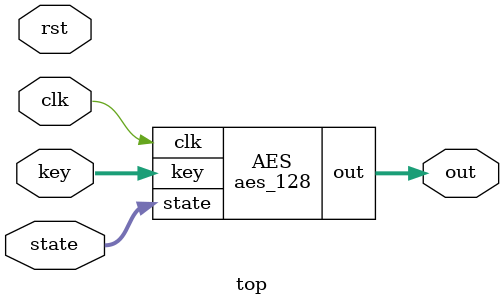
<source format=v>
/* Generated by Yosys 0.31+1 (git sha1 83c9261d6, x86_64-w64-mingw32-g++ 9.2.1 -Os) */

(* src = "table.v:64.1-328.10" *)
module S(clk, in, out);
  wire [7:0] _0000_;
  (* src = "table.v:69.5-327.12" *)
  wire [7:0] _0001_;
  wire _0002_;
  wire _0003_;
  wire _0004_;
  wire _0005_;
  wire _0006_;
  wire _0007_;
  wire _0008_;
  wire _0009_;
  (* src = "table.v:66.17-66.19" *)
  wire _0010_;
  (* src = "table.v:66.17-66.19" *)
  wire _0011_;
  (* src = "table.v:66.17-66.19" *)
  wire _0012_;
  (* src = "table.v:66.17-66.19" *)
  wire _0013_;
  (* src = "table.v:66.17-66.19" *)
  wire _0014_;
  (* src = "table.v:66.17-66.19" *)
  wire _0015_;
  (* src = "table.v:66.17-66.19" *)
  wire _0016_;
  (* src = "table.v:66.17-66.19" *)
  wire _0017_;
  wire _0018_;
  wire _0019_;
  wire _0020_;
  wire _0021_;
  wire _0022_;
  wire _0023_;
  wire _0024_;
  wire _0025_;
  wire _0026_;
  wire _0027_;
  wire _0028_;
  wire _0029_;
  wire _0030_;
  wire _0031_;
  wire _0032_;
  wire _0033_;
  wire _0034_;
  wire _0035_;
  wire _0036_;
  wire _0037_;
  wire _0038_;
  wire _0039_;
  wire _0040_;
  wire _0041_;
  wire _0042_;
  wire _0043_;
  wire _0044_;
  wire _0045_;
  wire _0046_;
  wire _0047_;
  wire _0048_;
  wire _0049_;
  wire _0050_;
  wire _0051_;
  wire _0052_;
  wire _0053_;
  wire _0054_;
  wire _0055_;
  wire _0056_;
  wire _0057_;
  wire _0058_;
  wire _0059_;
  wire _0060_;
  wire _0061_;
  wire _0062_;
  wire _0063_;
  wire _0064_;
  wire _0065_;
  wire _0066_;
  wire _0067_;
  wire _0068_;
  wire _0069_;
  wire _0070_;
  wire _0071_;
  wire _0072_;
  wire _0073_;
  wire _0074_;
  wire _0075_;
  wire _0076_;
  wire _0077_;
  wire _0078_;
  wire _0079_;
  wire _0080_;
  wire _0081_;
  wire _0082_;
  wire _0083_;
  wire _0084_;
  wire _0085_;
  wire _0086_;
  wire _0087_;
  wire _0088_;
  wire _0089_;
  wire _0090_;
  wire _0091_;
  wire _0092_;
  wire _0093_;
  wire _0094_;
  wire _0095_;
  wire _0096_;
  wire _0097_;
  wire _0098_;
  wire _0099_;
  wire _0100_;
  wire _0101_;
  wire _0102_;
  wire _0103_;
  wire _0104_;
  wire _0105_;
  wire _0106_;
  wire _0107_;
  wire _0108_;
  wire _0109_;
  wire _0110_;
  wire _0111_;
  wire _0112_;
  wire _0113_;
  wire _0114_;
  wire _0115_;
  wire _0116_;
  wire _0117_;
  wire _0118_;
  wire _0119_;
  wire _0120_;
  wire _0121_;
  wire _0122_;
  wire _0123_;
  wire _0124_;
  wire _0125_;
  wire _0126_;
  wire _0127_;
  wire _0128_;
  wire _0129_;
  wire _0130_;
  wire _0131_;
  wire _0132_;
  wire _0133_;
  wire _0134_;
  wire _0135_;
  wire _0136_;
  wire _0137_;
  wire _0138_;
  wire _0139_;
  wire _0140_;
  wire _0141_;
  wire _0142_;
  wire _0143_;
  wire _0144_;
  wire _0145_;
  wire _0146_;
  wire _0147_;
  wire _0148_;
  wire _0149_;
  wire _0150_;
  wire _0151_;
  wire _0152_;
  wire _0153_;
  wire _0154_;
  wire _0155_;
  wire _0156_;
  wire _0157_;
  wire _0158_;
  wire _0159_;
  wire _0160_;
  wire _0161_;
  wire _0162_;
  wire _0163_;
  wire _0164_;
  wire _0165_;
  wire _0166_;
  wire _0167_;
  wire _0168_;
  wire _0169_;
  wire _0170_;
  wire _0171_;
  wire _0172_;
  wire _0173_;
  wire _0174_;
  wire _0175_;
  wire _0176_;
  wire _0177_;
  wire _0178_;
  wire _0179_;
  wire _0180_;
  wire _0181_;
  wire _0182_;
  wire _0183_;
  wire _0184_;
  wire _0185_;
  wire _0186_;
  wire _0187_;
  wire _0188_;
  wire _0189_;
  wire _0190_;
  wire _0191_;
  wire _0192_;
  wire _0193_;
  wire _0194_;
  wire _0195_;
  wire _0196_;
  wire _0197_;
  wire _0198_;
  wire _0199_;
  wire _0200_;
  wire _0201_;
  wire _0202_;
  wire _0203_;
  wire _0204_;
  wire _0205_;
  wire _0206_;
  wire _0207_;
  wire _0208_;
  wire _0209_;
  wire _0210_;
  wire _0211_;
  wire _0212_;
  wire _0213_;
  wire _0214_;
  wire _0215_;
  wire _0216_;
  wire _0217_;
  wire _0218_;
  wire _0219_;
  wire _0220_;
  wire _0221_;
  wire _0222_;
  wire _0223_;
  wire _0224_;
  wire _0225_;
  wire _0226_;
  wire _0227_;
  wire _0228_;
  wire _0229_;
  wire _0230_;
  wire _0231_;
  wire _0232_;
  wire _0233_;
  wire _0234_;
  wire _0235_;
  wire _0236_;
  wire _0237_;
  wire _0238_;
  wire _0239_;
  wire _0240_;
  wire _0241_;
  wire _0242_;
  wire _0243_;
  wire _0244_;
  wire _0245_;
  wire _0246_;
  wire _0247_;
  wire _0248_;
  wire _0249_;
  wire _0250_;
  wire _0251_;
  wire _0252_;
  wire _0253_;
  wire _0254_;
  wire _0255_;
  wire _0256_;
  wire _0257_;
  wire _0258_;
  wire _0259_;
  wire _0260_;
  wire _0261_;
  wire _0262_;
  wire _0263_;
  wire _0264_;
  wire _0265_;
  wire _0266_;
  wire _0267_;
  wire _0268_;
  wire _0269_;
  wire _0270_;
  wire _0271_;
  wire _0272_;
  wire _0273_;
  wire _0274_;
  wire _0275_;
  wire _0276_;
  wire _0277_;
  wire _0278_;
  wire _0279_;
  wire _0280_;
  wire _0281_;
  wire _0282_;
  wire _0283_;
  wire _0284_;
  wire _0285_;
  wire _0286_;
  wire _0287_;
  wire _0288_;
  wire _0289_;
  wire _0290_;
  wire _0291_;
  wire _0292_;
  wire _0293_;
  wire _0294_;
  wire _0295_;
  wire _0296_;
  wire _0297_;
  wire _0298_;
  wire _0299_;
  wire _0300_;
  wire _0301_;
  wire _0302_;
  wire _0303_;
  wire _0304_;
  wire _0305_;
  wire _0306_;
  wire _0307_;
  wire _0308_;
  wire _0309_;
  wire _0310_;
  wire _0311_;
  wire _0312_;
  wire _0313_;
  wire _0314_;
  wire _0315_;
  wire _0316_;
  wire _0317_;
  wire _0318_;
  wire _0319_;
  wire _0320_;
  wire _0321_;
  wire _0322_;
  wire _0323_;
  wire _0324_;
  wire _0325_;
  wire _0326_;
  wire _0327_;
  wire _0328_;
  wire _0329_;
  wire _0330_;
  wire _0331_;
  wire _0332_;
  wire _0333_;
  wire _0334_;
  wire _0335_;
  wire _0336_;
  wire _0337_;
  wire _0338_;
  wire _0339_;
  wire _0340_;
  wire _0341_;
  wire _0342_;
  wire _0343_;
  wire _0344_;
  wire _0345_;
  wire _0346_;
  wire _0347_;
  wire _0348_;
  wire _0349_;
  wire _0350_;
  wire _0351_;
  wire _0352_;
  wire _0353_;
  wire _0354_;
  wire _0355_;
  wire _0356_;
  wire _0357_;
  wire _0358_;
  wire _0359_;
  wire _0360_;
  wire _0361_;
  wire _0362_;
  wire _0363_;
  wire _0364_;
  wire _0365_;
  wire _0366_;
  wire _0367_;
  wire _0368_;
  wire _0369_;
  wire _0370_;
  wire _0371_;
  wire _0372_;
  wire _0373_;
  wire _0374_;
  wire _0375_;
  wire _0376_;
  wire _0377_;
  wire _0378_;
  wire _0379_;
  wire _0380_;
  wire _0381_;
  wire _0382_;
  wire _0383_;
  wire _0384_;
  wire _0385_;
  wire _0386_;
  wire _0387_;
  wire _0388_;
  wire _0389_;
  wire _0390_;
  wire _0391_;
  wire _0392_;
  wire _0393_;
  wire _0394_;
  wire _0395_;
  wire _0396_;
  wire _0397_;
  wire _0398_;
  wire _0399_;
  wire _0400_;
  wire _0401_;
  wire _0402_;
  wire _0403_;
  wire _0404_;
  wire _0405_;
  wire [7:0] _0406_;
  wire _0407_;
  wire _0408_;
  wire _0409_;
  wire _0410_;
  wire _0411_;
  wire _0412_;
  wire _0413_;
  wire _0414_;
  wire [7:0] _0415_;
  wire [7:0] _0416_;
  wire [7:0] _0417_;
  wire [7:0] _0418_;
  wire [7:0] _0419_;
  wire [7:0] _0420_;
  wire [7:0] _0421_;
  wire [7:0] _0422_;
  wire [7:0] _0423_;
  wire [7:0] _0424_;
  wire [7:0] _0425_;
  wire [7:0] _0426_;
  wire [7:0] _0427_;
  wire [7:0] _0428_;
  wire [7:0] _0429_;
  wire [7:0] _0430_;
  wire [7:0] _0431_;
  wire [7:0] _0432_;
  wire [7:0] _0433_;
  wire [7:0] _0434_;
  wire [7:0] _0435_;
  wire [7:0] _0436_;
  wire [7:0] _0437_;
  wire [7:0] _0438_;
  wire [7:0] _0439_;
  wire [7:0] _0440_;
  wire [7:0] _0441_;
  wire [7:0] _0442_;
  wire [7:0] _0443_;
  wire [7:0] _0444_;
  wire [7:0] _0445_;
  wire [7:0] _0446_;
  wire [7:0] _0447_;
  wire [7:0] _0448_;
  wire [7:0] _0449_;
  wire [7:0] _0450_;
  wire [7:0] _0451_;
  wire [7:0] _0452_;
  wire [7:0] _0453_;
  wire [7:0] _0454_;
  wire [7:0] _0455_;
  wire [7:0] _0456_;
  wire [7:0] _0457_;
  wire [7:0] _0458_;
  wire [7:0] _0459_;
  wire [7:0] _0460_;
  wire [7:0] _0461_;
  wire [7:0] _0462_;
  wire [7:0] _0463_;
  wire [7:0] _0464_;
  wire [7:0] _0465_;
  wire [7:0] _0466_;
  wire [7:0] _0467_;
  wire [7:0] _0468_;
  wire [7:0] _0469_;
  wire [7:0] _0470_;
  wire [7:0] _0471_;
  wire [7:0] _0472_;
  wire [7:0] _0473_;
  wire [7:0] _0474_;
  wire [7:0] _0475_;
  wire [7:0] _0476_;
  wire [7:0] _0477_;
  wire [7:0] _0478_;
  wire [7:0] _0479_;
  wire [7:0] _0480_;
  wire [7:0] _0481_;
  wire [7:0] _0482_;
  wire [7:0] _0483_;
  wire [7:0] _0484_;
  wire [7:0] _0485_;
  wire [7:0] _0486_;
  wire [7:0] _0487_;
  wire [7:0] _0488_;
  wire [7:0] _0489_;
  wire [7:0] _0490_;
  wire [7:0] _0491_;
  wire [7:0] _0492_;
  wire [7:0] _0493_;
  wire [7:0] _0494_;
  wire [7:0] _0495_;
  wire [7:0] _0496_;
  wire [7:0] _0497_;
  wire [7:0] _0498_;
  wire [7:0] _0499_;
  wire [7:0] _0500_;
  wire [7:0] _0501_;
  wire [7:0] _0502_;
  wire [7:0] _0503_;
  wire [7:0] _0504_;
  wire [7:0] _0505_;
  wire [7:0] _0506_;
  wire [7:0] _0507_;
  wire [7:0] _0508_;
  wire [7:0] _0509_;
  wire [7:0] _0510_;
  wire [7:0] _0511_;
  wire [7:0] _0512_;
  wire [7:0] _0513_;
  wire [7:0] _0514_;
  wire [7:0] _0515_;
  wire [7:0] _0516_;
  wire [7:0] _0517_;
  wire [7:0] _0518_;
  wire [7:0] _0519_;
  wire [7:0] _0520_;
  wire [7:0] _0521_;
  wire [7:0] _0522_;
  wire [7:0] _0523_;
  wire [7:0] _0524_;
  wire [7:0] _0525_;
  wire [7:0] _0526_;
  wire [7:0] _0527_;
  wire [7:0] _0528_;
  wire [7:0] _0529_;
  wire [7:0] _0530_;
  wire [7:0] _0531_;
  wire [7:0] _0532_;
  wire [7:0] _0533_;
  wire [7:0] _0534_;
  wire [7:0] _0535_;
  wire [7:0] _0536_;
  wire [7:0] _0537_;
  wire [7:0] _0538_;
  wire [7:0] _0539_;
  wire [7:0] _0540_;
  wire [7:0] _0541_;
  wire [7:0] _0542_;
  wire [7:0] _0543_;
  wire [7:0] _0544_;
  wire [7:0] _0545_;
  wire [7:0] _0546_;
  wire [7:0] _0547_;
  wire [7:0] _0548_;
  wire [7:0] _0549_;
  wire [7:0] _0550_;
  wire [7:0] _0551_;
  wire [7:0] _0552_;
  wire [7:0] _0553_;
  wire [7:0] _0554_;
  wire [7:0] _0555_;
  wire [7:0] _0556_;
  wire [7:0] _0557_;
  wire [7:0] _0558_;
  wire [7:0] _0559_;
  wire [7:0] _0560_;
  wire [7:0] _0561_;
  wire [7:0] _0562_;
  wire [7:0] _0563_;
  wire [7:0] _0564_;
  wire [7:0] _0565_;
  wire [7:0] _0566_;
  wire [7:0] _0567_;
  wire [7:0] _0568_;
  wire [7:0] _0569_;
  wire [7:0] _0570_;
  wire [7:0] _0571_;
  wire [7:0] _0572_;
  wire [7:0] _0573_;
  wire [7:0] _0574_;
  wire [7:0] _0575_;
  wire [7:0] _0576_;
  wire [7:0] _0577_;
  wire [7:0] _0578_;
  wire [7:0] _0579_;
  wire [7:0] _0580_;
  wire [7:0] _0581_;
  wire [7:0] _0582_;
  wire [7:0] _0583_;
  wire [7:0] _0584_;
  wire [7:0] _0585_;
  wire [7:0] _0586_;
  wire [7:0] _0587_;
  wire [7:0] _0588_;
  wire [7:0] _0589_;
  wire [7:0] _0590_;
  wire [7:0] _0591_;
  wire [7:0] _0592_;
  wire [7:0] _0593_;
  wire [7:0] _0594_;
  wire [7:0] _0595_;
  wire [7:0] _0596_;
  wire [7:0] _0597_;
  wire [7:0] _0598_;
  wire [7:0] _0599_;
  wire [7:0] _0600_;
  wire [7:0] _0601_;
  wire [7:0] _0602_;
  wire [7:0] _0603_;
  wire [7:0] _0604_;
  wire [7:0] _0605_;
  wire [7:0] _0606_;
  wire [7:0] _0607_;
  wire [7:0] _0608_;
  wire [7:0] _0609_;
  wire [7:0] _0610_;
  wire [7:0] _0611_;
  wire [7:0] _0612_;
  wire [7:0] _0613_;
  wire [7:0] _0614_;
  wire [7:0] _0615_;
  wire [7:0] _0616_;
  wire [7:0] _0617_;
  wire [7:0] _0618_;
  wire [7:0] _0619_;
  wire [7:0] _0620_;
  wire [7:0] _0621_;
  wire [7:0] _0622_;
  wire [7:0] _0623_;
  wire [7:0] _0624_;
  wire [7:0] _0625_;
  wire [7:0] _0626_;
  wire [7:0] _0627_;
  wire [7:0] _0628_;
  wire [7:0] _0629_;
  wire [7:0] _0630_;
  wire [7:0] _0631_;
  wire [7:0] _0632_;
  wire [7:0] _0633_;
  wire [7:0] _0634_;
  wire [7:0] _0635_;
  wire [7:0] _0636_;
  wire [7:0] _0637_;
  wire [7:0] _0638_;
  wire [7:0] _0639_;
  wire [7:0] _0640_;
  wire [7:0] _0641_;
  wire [7:0] _0642_;
  wire [7:0] _0643_;
  wire [7:0] _0644_;
  wire [7:0] _0645_;
  wire [7:0] _0646_;
  wire [7:0] _0647_;
  wire [7:0] _0648_;
  wire [7:0] _0649_;
  wire [7:0] _0650_;
  wire [7:0] _0651_;
  wire [7:0] _0652_;
  wire [7:0] _0653_;
  wire [7:0] _0654_;
  wire [7:0] _0655_;
  wire [7:0] _0656_;
  wire [7:0] _0657_;
  wire [7:0] _0658_;
  wire [7:0] _0659_;
  wire [7:0] _0660_;
  wire [7:0] _0661_;
  wire [7:0] _0662_;
  wire [7:0] _0663_;
  wire [7:0] _0664_;
  wire [7:0] _0665_;
  wire [7:0] _0666_;
  wire [7:0] _0667_;
  wire [7:0] _0668_;
  wire [7:0] _0669_;
  wire [7:0] _0670_;
  wire [7:0] _0671_;
  wire [7:0] _0672_;
  wire [7:0] _0673_;
  wire [7:0] _0674_;
  wire [7:0] _0675_;
  wire [7:0] _0676_;
  wire [7:0] _0677_;
  wire [7:0] _0678_;
  wire [7:0] _0679_;
  wire [7:0] _0680_;
  wire [7:0] _0681_;
  wire [7:0] _0682_;
  wire [7:0] _0683_;
  wire [7:0] _0684_;
  wire [7:0] _0685_;
  wire [7:0] _0686_;
  wire [7:0] _0687_;
  wire [7:0] _0688_;
  wire [7:0] _0689_;
  wire [7:0] _0690_;
  wire [7:0] _0691_;
  wire [7:0] _0692_;
  wire [7:0] _0693_;
  wire [7:0] _0694_;
  wire [7:0] _0695_;
  wire [7:0] _0696_;
  wire [7:0] _0697_;
  wire [7:0] _0698_;
  wire [7:0] _0699_;
  wire [7:0] _0700_;
  wire [7:0] _0701_;
  wire [7:0] _0702_;
  wire [7:0] _0703_;
  wire [7:0] _0704_;
  wire [7:0] _0705_;
  wire [7:0] _0706_;
  wire [7:0] _0707_;
  wire [7:0] _0708_;
  wire [7:0] _0709_;
  wire [7:0] _0710_;
  wire [7:0] _0711_;
  wire [7:0] _0712_;
  wire [7:0] _0713_;
  wire [7:0] _0714_;
  wire [7:0] _0715_;
  wire [7:0] _0716_;
  wire [7:0] _0717_;
  wire [7:0] _0718_;
  wire [7:0] _0719_;
  wire [7:0] _0720_;
  wire [7:0] _0721_;
  wire [7:0] _0722_;
  wire [7:0] _0723_;
  wire [7:0] _0724_;
  wire [7:0] _0725_;
  wire [7:0] _0726_;
  wire [7:0] _0727_;
  wire [7:0] _0728_;
  wire [7:0] _0729_;
  wire [7:0] _0730_;
  wire [7:0] _0731_;
  wire [7:0] _0732_;
  wire [7:0] _0733_;
  wire [7:0] _0734_;
  wire [7:0] _0735_;
  wire [7:0] _0736_;
  wire [7:0] _0737_;
  wire [7:0] _0738_;
  wire [7:0] _0739_;
  wire [7:0] _0740_;
  wire [7:0] _0741_;
  wire [7:0] _0742_;
  wire [7:0] _0743_;
  wire [7:0] _0744_;
  wire [7:0] _0745_;
  wire [7:0] _0746_;
  wire [7:0] _0747_;
  wire [7:0] _0748_;
  wire [7:0] _0749_;
  wire [7:0] _0750_;
  wire [7:0] _0751_;
  wire [7:0] _0752_;
  wire [7:0] _0753_;
  wire [7:0] _0754_;
  wire [7:0] _0755_;
  wire [7:0] _0756_;
  wire [7:0] _0757_;
  wire [7:0] _0758_;
  wire [7:0] _0759_;
  wire [7:0] _0760_;
  wire [7:0] _0761_;
  wire [7:0] _0762_;
  wire [7:0] _0763_;
  wire [7:0] _0764_;
  wire [7:0] _0765_;
  wire [7:0] _0766_;
  wire [7:0] _0767_;
  wire [7:0] _0768_;
  wire [7:0] _0769_;
  wire [7:0] _0770_;
  wire [7:0] _0771_;
  wire [7:0] _0772_;
  wire [7:0] _0773_;
  wire [7:0] _0774_;
  wire [7:0] _0775_;
  wire [7:0] _0776_;
  wire [7:0] _0777_;
  wire [7:0] _0778_;
  wire [7:0] _0779_;
  wire [7:0] _0780_;
  wire [7:0] _0781_;
  wire [7:0] _0782_;
  wire [7:0] _0783_;
  wire [7:0] _0784_;
  wire [7:0] _0785_;
  wire [7:0] _0786_;
  wire [7:0] _0787_;
  wire [7:0] _0788_;
  wire [7:0] _0789_;
  wire [7:0] _0790_;
  wire [7:0] _0791_;
  wire [7:0] _0792_;
  wire [7:0] _0793_;
  wire [7:0] _0794_;
  wire [7:0] _0795_;
  wire [7:0] _0796_;
  wire [7:0] _0797_;
  wire [7:0] _0798_;
  wire [7:0] _0799_;
  wire [7:0] _0800_;
  wire [7:0] _0801_;
  wire [7:0] _0802_;
  wire [7:0] _0803_;
  wire [7:0] _0804_;
  wire [7:0] _0805_;
  wire [7:0] _0806_;
  wire [7:0] _0807_;
  wire [7:0] _0808_;
  wire [7:0] _0809_;
  wire [7:0] _0810_;
  wire [7:0] _0811_;
  wire [7:0] _0812_;
  wire [7:0] _0813_;
  wire [7:0] _0814_;
  wire [7:0] _0815_;
  wire [7:0] _0816_;
  wire [7:0] _0817_;
  wire [7:0] _0818_;
  wire [7:0] _0819_;
  wire [7:0] _0820_;
  wire [7:0] _0821_;
  wire [7:0] _0822_;
  wire [7:0] _0823_;
  wire [7:0] _0824_;
  wire [7:0] _0825_;
  wire [7:0] _0826_;
  wire [7:0] _0827_;
  wire [7:0] _0828_;
  wire [7:0] _0829_;
  wire [7:0] _0830_;
  wire [7:0] _0831_;
  wire [7:0] _0832_;
  wire [7:0] _0833_;
  wire [7:0] _0834_;
  wire [7:0] _0835_;
  wire [7:0] _0836_;
  wire [7:0] _0837_;
  wire [7:0] _0838_;
  wire [7:0] _0839_;
  wire [7:0] _0840_;
  wire [7:0] _0841_;
  wire [7:0] _0842_;
  wire [7:0] _0843_;
  wire [7:0] _0844_;
  wire [7:0] _0845_;
  wire [7:0] _0846_;
  wire [7:0] _0847_;
  wire [7:0] _0848_;
  wire [7:0] _0849_;
  wire [7:0] _0850_;
  wire [7:0] _0851_;
  wire [7:0] _0852_;
  wire [7:0] _0853_;
  wire [7:0] _0854_;
  wire [7:0] _0855_;
  wire [7:0] _0856_;
  wire [7:0] _0857_;
  wire [7:0] _0858_;
  wire [7:0] _0859_;
  wire [7:0] _0860_;
  wire [7:0] _0861_;
  wire [7:0] _0862_;
  wire [7:0] _0863_;
  wire [7:0] _0864_;
  wire [7:0] _0865_;
  wire [7:0] _0866_;
  wire [7:0] _0867_;
  wire [7:0] _0868_;
  wire [7:0] _0869_;
  wire [7:0] _0870_;
  wire [7:0] _0871_;
  wire [7:0] _0872_;
  wire [7:0] _0873_;
  wire [7:0] _0874_;
  wire [7:0] _0875_;
  wire [7:0] _0876_;
  wire [7:0] _0877_;
  wire [7:0] _0878_;
  wire [7:0] _0879_;
  wire [7:0] _0880_;
  wire [7:0] _0881_;
  wire [7:0] _0882_;
  wire [7:0] _0883_;
  wire [7:0] _0884_;
  wire [7:0] _0885_;
  wire [7:0] _0886_;
  wire [7:0] _0887_;
  wire [7:0] _0888_;
  wire [7:0] _0889_;
  wire [7:0] _0890_;
  wire [7:0] _0891_;
  wire [7:0] _0892_;
  wire [7:0] _0893_;
  wire [7:0] _0894_;
  wire [7:0] _0895_;
  wire [7:0] _0896_;
  wire [7:0] _0897_;
  wire [7:0] _0898_;
  wire [7:0] _0899_;
  wire [7:0] _0900_;
  wire [7:0] _0901_;
  wire [7:0] _0902_;
  wire [7:0] _0903_;
  wire [7:0] _0904_;
  wire [7:0] _0905_;
  wire [7:0] _0906_;
  wire [7:0] _0907_;
  wire [7:0] _0908_;
  wire [7:0] _0909_;
  wire [7:0] _0910_;
  wire [7:0] _0911_;
  wire [7:0] _0912_;
  wire [7:0] _0913_;
  wire [7:0] _0914_;
  wire [7:0] _0915_;
  wire [7:0] _0916_;
  wire [7:0] _0917_;
  wire [7:0] _0918_;
  wire [7:0] _0919_;
  wire [7:0] _0920_;
  wire [7:0] _0921_;
  wire [7:0] _0922_;
  wire [7:0] _0923_;
  wire [7:0] _0924_;
  (* src = "table.v:65.11-65.14" *)
  input clk;
  wire clk;
  (* src = "table.v:66.17-66.19" *)
  input [7:0] in;
  wire [7:0] in;
  (* src = "table.v:67.22-67.25" *)
  output [7:0] out;
  wire [7:0] out;
  iv1v0x05 _0925_ (
    .a(_0013_),
    .z(_0096_)
  );
  iv1v0x05 _0926_ (
    .a(_0014_),
    .z(_0107_)
  );
  iv1v0x05 _0927_ (
    .a(_0015_),
    .z(_0118_)
  );
  iv1v0x05 _0928_ (
    .a(_0010_),
    .z(_0129_)
  );
  iv1v0x05 _0929_ (
    .a(_0012_),
    .z(_0139_)
  );
  iv1v0x05 _0930_ (
    .a(_0011_),
    .z(_0150_)
  );
  aoi21a2v0x05 _0931_ (
    .a1(_0011_),
    .a2(_0010_),
    .b(_0012_),
    .z(_0161_)
  );
  oai21a2bv0x05 _0932_ (
    .a1(_0010_),
    .a2(_0011_),
    .b(_0012_),
    .z(_0172_)
  );
  an2v0x05 _0933_ (
    .a(_0012_),
    .b(_0011_),
    .z(_0183_)
  );
  nd2v0x05 _0934_ (
    .a(_0012_),
    .b(_0011_),
    .z(_0193_)
  );
  nd2v0x05 _0935_ (
    .a(_0172_),
    .b(_0193_),
    .z(_0204_)
  );
  an2v0x05 _0936_ (
    .a(_0010_),
    .b(_0011_),
    .z(_0215_)
  );
  nd2v0x05 _0937_ (
    .a(_0010_),
    .b(_0011_),
    .z(_0226_)
  );
  xor2v0x05 _0938_ (
    .a(_0010_),
    .b(_0011_),
    .z(_0236_)
  );
  xnr2v0x05 _0939_ (
    .a(_0010_),
    .b(_0011_),
    .z(_0247_)
  );
  xnai21v2x05 _0940_ (
    .a1(_0010_),
    .a2(_0011_),
    .b(_0012_),
    .z(_0258_)
  );
  nr3v0x05 _0941_ (
    .a(_0010_),
    .b(_0012_),
    .c(_0011_),
    .z(_0269_)
  );
  or3v0x05 _0942_ (
    .a(_0010_),
    .b(_0012_),
    .c(_0011_),
    .z(_0279_)
  );
  nd2v0x05 _0943_ (
    .a(_0258_),
    .b(_0279_),
    .z(_0290_)
  );
  mxn2v0x05 _0944_ (
    .a0(_0204_),
    .a1(_0290_),
    .s(_0096_),
    .z(_0301_)
  );
  nd2v0x05 _0945_ (
    .a(_0012_),
    .b(_0236_),
    .z(_0311_)
  );
  aoi21v0x05 _0946_ (
    .a1(_0012_),
    .a2(_0236_),
    .b(_0161_),
    .z(_0322_)
  );
  nd2v0x05 _0947_ (
    .a(_0013_),
    .b(_0193_),
    .z(_0333_)
  );
  oai211v0x05 _0948_ (
    .a1(_0013_),
    .a2(_0322_),
    .b(_0333_),
    .c(_0014_),
    .z(_0344_)
  );
  nd2av0x05 _0949_ (
    .a(_0011_),
    .b(_0010_),
    .z(_0347_)
  );
  nr3abv0x05 _0950_ (
    .a(_0010_),
    .b(_0012_),
    .c(_0011_),
    .z(_0348_)
  );
  nd3av0x05 _0951_ (
    .a(_0011_),
    .b(_0012_),
    .c(_0010_),
    .z(_0349_)
  );
  oai21v0x05 _0952_ (
    .a1(_0269_),
    .a2(_0348_),
    .b(_0013_),
    .z(_0350_)
  );
  oai21v0x05 _0953_ (
    .a1(_0010_),
    .a2(_0011_),
    .b(_0012_),
    .z(_0351_)
  );
  nd2av0x05 _0954_ (
    .a(_0351_),
    .b(_0096_),
    .z(_0352_)
  );
  nd3v0x05 _0955_ (
    .a(_0014_),
    .b(_0350_),
    .c(_0352_),
    .z(_0353_)
  );
  nr3abv0x05 _0956_ (
    .a(_0010_),
    .b(_0011_),
    .c(_0012_),
    .z(_0354_)
  );
  nd3av0x05 _0957_ (
    .a(_0012_),
    .b(_0011_),
    .c(_0010_),
    .z(_0355_)
  );
  aoi21a2bv0x05 _0958_ (
    .a1(_0011_),
    .a2(_0010_),
    .b(_0012_),
    .z(_0356_)
  );
  oai21a2v0x05 _0959_ (
    .a1(_0010_),
    .a2(_0011_),
    .b(_0012_),
    .z(_0357_)
  );
  oai21v0x05 _0960_ (
    .a1(_0354_),
    .a2(_0356_),
    .b(_0013_),
    .z(_0358_)
  );
  oai211v0x05 _0961_ (
    .a1(_0013_),
    .a2(_0011_),
    .b(_0358_),
    .c(_0107_),
    .z(_0359_)
  );
  nd2v0x05 _0962_ (
    .a(_0353_),
    .b(_0359_),
    .z(_0360_)
  );
  oai21v0x05 _0963_ (
    .a1(_0014_),
    .a2(_0301_),
    .b(_0344_),
    .z(_0361_)
  );
  mxi2v0x05 _0964_ (
    .a0(_0361_),
    .a1(_0360_),
    .s(_0016_),
    .z(_0362_)
  );
  nd2av0x05 _0965_ (
    .a(_0012_),
    .b(_0010_),
    .z(_0363_)
  );
  aoi21v0x05 _0966_ (
    .a1(_0013_),
    .a2(_0010_),
    .b(_0011_),
    .z(_0364_)
  );
  aoi21a2v0x05 _0967_ (
    .a1(_0363_),
    .a2(_0364_),
    .b(_0014_),
    .z(_0365_)
  );
  nr2v0x05 _0968_ (
    .a(_0010_),
    .b(_0012_),
    .z(_0366_)
  );
  nd3v0x05 _0969_ (
    .a(_0010_),
    .b(_0012_),
    .c(_0011_),
    .z(_0367_)
  );
  aoi112v0x05 _0970_ (
    .a(_0013_),
    .b(_0366_),
    .c1(_0215_),
    .c2(_0012_),
    .z(_0368_)
  );
  nd3abv0x05 _0971_ (
    .a(_0010_),
    .b(_0011_),
    .c(_0012_),
    .z(_0369_)
  );
  nd2v0x05 _0972_ (
    .a(_0172_),
    .b(_0369_),
    .z(_0370_)
  );
  aoi112v0x05 _0973_ (
    .a(_0107_),
    .b(_0368_),
    .c1(_0370_),
    .c2(_0013_),
    .z(_0371_)
  );
  oai21v0x05 _0974_ (
    .a1(_0365_),
    .a2(_0371_),
    .b(_0016_),
    .z(_0372_)
  );
  aoi21a2v0x05 _0975_ (
    .a1(_0010_),
    .a2(_0011_),
    .b(_0012_),
    .z(_0373_)
  );
  oai21a2bv0x05 _0976_ (
    .a1(_0011_),
    .a2(_0010_),
    .b(_0012_),
    .z(_0374_)
  );
  nr3av0x05 _0977_ (
    .a(_0010_),
    .b(_0012_),
    .c(_0011_),
    .z(_0375_)
  );
  nd3abv0x05 _0978_ (
    .a(_0012_),
    .b(_0011_),
    .c(_0010_),
    .z(_0376_)
  );
  aoi21v0x05 _0979_ (
    .a1(_0193_),
    .a2(_0376_),
    .b(_0013_),
    .z(_0377_)
  );
  nr2v0x05 _0980_ (
    .a(_0012_),
    .b(_0011_),
    .z(_0378_)
  );
  or2v0x05 _0981_ (
    .a(_0012_),
    .b(_0011_),
    .z(_0379_)
  );
  aoi21a2v0x05 _0982_ (
    .a1(_0379_),
    .a2(_0333_),
    .b(_0377_),
    .z(_0380_)
  );
  aoi21v0x05 _0983_ (
    .a1(_0258_),
    .a2(_0355_),
    .b(_0096_),
    .z(_0381_)
  );
  aoi21a2v0x05 _0984_ (
    .a1(_0096_),
    .a2(_0363_),
    .b(_0381_),
    .z(_0382_)
  );
  mxn2v0x05 _0985_ (
    .a0(_0380_),
    .a1(_0382_),
    .s(_0014_),
    .z(_0383_)
  );
  oai21v0x05 _0986_ (
    .a1(_0016_),
    .a2(_0383_),
    .b(_0372_),
    .z(_0384_)
  );
  mxi2v0x05 _0987_ (
    .a0(_0384_),
    .a1(_0362_),
    .s(_0017_),
    .z(_0385_)
  );
  nr2v0x05 _0988_ (
    .a(_0013_),
    .b(_0373_),
    .z(_0386_)
  );
  nd3v0x05 _0989_ (
    .a(_0013_),
    .b(_0357_),
    .c(_0379_),
    .z(_0387_)
  );
  nd2v0x05 _0990_ (
    .a(_0014_),
    .b(_0387_),
    .z(_0388_)
  );
  nd2v0x05 _0991_ (
    .a(_0010_),
    .b(_0012_),
    .z(_0389_)
  );
  aoi21v0x05 _0992_ (
    .a1(_0010_),
    .a2(_0012_),
    .b(_0013_),
    .z(_0390_)
  );
  nr2v0x05 _0993_ (
    .a(_0012_),
    .b(_0236_),
    .z(_0391_)
  );
  nd2av0x05 _0994_ (
    .a(_0010_),
    .b(_0012_),
    .z(_0392_)
  );
  oai21v0x05 _0995_ (
    .a1(_0012_),
    .a2(_0247_),
    .b(_0390_),
    .z(_0393_)
  );
  oai21v0x05 _0996_ (
    .a1(_0356_),
    .a2(_0366_),
    .b(_0013_),
    .z(_0394_)
  );
  an2v0x05 _0997_ (
    .a(_0393_),
    .b(_0394_),
    .z(_0395_)
  );
  oai22v0x05 _0998_ (
    .a1(_0386_),
    .a2(_0388_),
    .b1(_0395_),
    .b2(_0014_),
    .z(_0396_)
  );
  nd3v0x05 _0999_ (
    .a(_0096_),
    .b(_0367_),
    .c(_0376_),
    .z(_0397_)
  );
  oai21v0x05 _1000_ (
    .a1(_0012_),
    .a2(_0215_),
    .b(_0013_),
    .z(_0398_)
  );
  oai211v0x05 _1001_ (
    .a1(_0012_),
    .a2(_0215_),
    .b(_0369_),
    .c(_0013_),
    .z(_0399_)
  );
  aoi21v0x05 _1002_ (
    .a1(_0397_),
    .a2(_0399_),
    .b(_0014_),
    .z(_0400_)
  );
  oai21v0x05 _1003_ (
    .a1(_0348_),
    .a2(_0366_),
    .b(_0013_),
    .z(_0401_)
  );
  aoi31v0x05 _1004_ (
    .a1(_0014_),
    .a2(_0393_),
    .a3(_0401_),
    .b(_0400_),
    .z(_0402_)
  );
  mxn2v0x05 _1005_ (
    .a0(_0396_),
    .a1(_0402_),
    .s(_0016_),
    .z(_0403_)
  );
  oai21v0x05 _1006_ (
    .a1(_0183_),
    .a2(_0375_),
    .b(_0013_),
    .z(_0404_)
  );
  oai21v0x05 _1007_ (
    .a1(_0013_),
    .a2(_0375_),
    .b(_0404_),
    .z(_0405_)
  );
  nd3abv0x05 _1008_ (
    .a(_0010_),
    .b(_0012_),
    .c(_0011_),
    .z(_0018_)
  );
  aoi21v0x05 _1009_ (
    .a1(_0357_),
    .a2(_0018_),
    .b(_0096_),
    .z(_0019_)
  );
  aoi31v0x05 _1010_ (
    .a1(_0013_),
    .a2(_0357_),
    .a3(_0018_),
    .b(_0014_),
    .z(_0020_)
  );
  oai211v0x05 _1011_ (
    .a1(_0013_),
    .a2(_0311_),
    .b(_0401_),
    .c(_0107_),
    .z(_0021_)
  );
  nd2av0x05 _1012_ (
    .a(_0012_),
    .b(_0011_),
    .z(_0022_)
  );
  nd2v0x05 _1013_ (
    .a(_0013_),
    .b(_0022_),
    .z(_0023_)
  );
  iv1v0x05 _1014_ (
    .a(_0023_),
    .z(_0024_)
  );
  an2v0x05 _1015_ (
    .a(_0172_),
    .b(_0389_),
    .z(_0025_)
  );
  oai21v0x05 _1016_ (
    .a1(_0013_),
    .a2(_0025_),
    .b(_0014_),
    .z(_0026_)
  );
  oai21v0x05 _1017_ (
    .a1(_0024_),
    .a2(_0026_),
    .b(_0021_),
    .z(_0027_)
  );
  aoi112v0x05 _1018_ (
    .a(_0016_),
    .b(_0020_),
    .c1(_0405_),
    .c2(_0014_),
    .z(_0028_)
  );
  aoi112v0x05 _1019_ (
    .a(_0017_),
    .b(_0028_),
    .c1(_0027_),
    .c2(_0016_),
    .z(_0029_)
  );
  aoi21v0x05 _1020_ (
    .a1(_0017_),
    .a2(_0403_),
    .b(_0029_),
    .z(_0030_)
  );
  mxi2v0x05 _1021_ (
    .a0(_0385_),
    .a1(_0030_),
    .s(_0118_),
    .z(_0008_)
  );
  aoi21v0x05 _1022_ (
    .a1(_0139_),
    .a2(_0236_),
    .b(_0096_),
    .z(_0031_)
  );
  oai21v0x05 _1023_ (
    .a1(_0012_),
    .a2(_0247_),
    .b(_0013_),
    .z(_0032_)
  );
  aoi21v0x05 _1024_ (
    .a1(_0010_),
    .a2(_0139_),
    .b(_0011_),
    .z(_0033_)
  );
  oai211v0x05 _1025_ (
    .a1(_0013_),
    .a2(_0033_),
    .b(_0032_),
    .c(_0014_),
    .z(_0034_)
  );
  oai21bv0x05 _1026_ (
    .a1(_0010_),
    .a2(_0011_),
    .b(_0012_),
    .z(_0035_)
  );
  nd3v0x05 _1027_ (
    .a(_0013_),
    .b(_0258_),
    .c(_0035_),
    .z(_0036_)
  );
  oai211v0x05 _1028_ (
    .a1(_0013_),
    .a2(_0354_),
    .b(_0036_),
    .c(_0107_),
    .z(_0037_)
  );
  nd2v0x05 _1029_ (
    .a(_0034_),
    .b(_0037_),
    .z(_0038_)
  );
  nr3abv0x05 _1030_ (
    .a(_0096_),
    .b(_0258_),
    .c(_0354_),
    .z(_0039_)
  );
  aoi31v0x05 _1031_ (
    .a1(_0013_),
    .a2(_0311_),
    .a3(_0374_),
    .b(_0039_),
    .z(_0040_)
  );
  nd2v0x05 _1032_ (
    .a(_0096_),
    .b(_0367_),
    .z(_0041_)
  );
  aon21bv0x05 _1033_ (
    .a1(_0013_),
    .a2(_0347_),
    .b(_0041_),
    .z(_0042_)
  );
  mxi2v0x05 _1034_ (
    .a0(_0040_),
    .a1(_0042_),
    .s(_0107_),
    .z(_0043_)
  );
  aoi21v0x05 _1035_ (
    .a1(_0389_),
    .a2(_0018_),
    .b(_0013_),
    .z(_0044_)
  );
  nd3abv0x05 _1036_ (
    .a(_0096_),
    .b(_0366_),
    .c(_0367_),
    .z(_0045_)
  );
  nd2av0x05 _1037_ (
    .a(_0044_),
    .b(_0045_),
    .z(_0046_)
  );
  aon21bv0x05 _1038_ (
    .a1(_0010_),
    .a2(_0011_),
    .b(_0012_),
    .z(_0047_)
  );
  oai21v0x05 _1039_ (
    .a1(_0096_),
    .a2(_0373_),
    .b(_0014_),
    .z(_0048_)
  );
  aoi31v0x05 _1040_ (
    .a1(_0096_),
    .a2(_0355_),
    .a3(_0047_),
    .b(_0048_),
    .z(_0049_)
  );
  aoi21v0x05 _1041_ (
    .a1(_0107_),
    .a2(_0046_),
    .b(_0049_),
    .z(_0050_)
  );
  an2v0x05 _1042_ (
    .a(_0096_),
    .b(_0258_),
    .z(_0051_)
  );
  nr3abv0x05 _1043_ (
    .a(_0107_),
    .b(_0401_),
    .c(_0051_),
    .z(_0052_)
  );
  nd3v0x05 _1044_ (
    .a(_0096_),
    .b(_0129_),
    .c(_0011_),
    .z(_0053_)
  );
  aoi31v0x05 _1045_ (
    .a1(_0014_),
    .a2(_0172_),
    .a3(_0053_),
    .b(_0052_),
    .z(_0054_)
  );
  mxn2v0x05 _1046_ (
    .a0(_0038_),
    .a1(_0054_),
    .s(_0016_),
    .z(_0055_)
  );
  mxi2v0x05 _1047_ (
    .a0(_0043_),
    .a1(_0050_),
    .s(_0016_),
    .z(_0056_)
  );
  mxi2v0x05 _1048_ (
    .a0(_0056_),
    .a1(_0055_),
    .s(_0017_),
    .z(_0057_)
  );
  aoi21v0x05 _1049_ (
    .a1(_0357_),
    .a2(_0376_),
    .b(_0013_),
    .z(_0058_)
  );
  aoi21v0x05 _1050_ (
    .a1(_0013_),
    .a2(_0025_),
    .b(_0058_),
    .z(_0059_)
  );
  aon21bv0x05 _1051_ (
    .a1(_0367_),
    .a2(_0376_),
    .b(_0013_),
    .z(_0060_)
  );
  aoi21v0x05 _1052_ (
    .a1(_0369_),
    .a2(_0379_),
    .b(_0013_),
    .z(_0061_)
  );
  nr3abv0x05 _1053_ (
    .a(_0012_),
    .b(_0011_),
    .c(_0010_),
    .z(_0062_)
  );
  or2v0x05 _1054_ (
    .a(_0354_),
    .b(_0062_),
    .z(_0063_)
  );
  nr3v0x05 _1055_ (
    .a(_0013_),
    .b(_0354_),
    .c(_0356_),
    .z(_0064_)
  );
  aoi112v0x05 _1056_ (
    .a(_0014_),
    .b(_0061_),
    .c1(_0063_),
    .c2(_0013_),
    .z(_0065_)
  );
  aoi21v0x05 _1057_ (
    .a1(_0014_),
    .a2(_0059_),
    .b(_0065_),
    .z(_0066_)
  );
  oai21v0x05 _1058_ (
    .a1(_0373_),
    .a2(_0041_),
    .b(_0060_),
    .z(_0067_)
  );
  aoi112v0x05 _1059_ (
    .a(_0014_),
    .b(_0064_),
    .c1(_0011_),
    .c2(_0013_),
    .z(_0068_)
  );
  aoi21v0x05 _1060_ (
    .a1(_0014_),
    .a2(_0067_),
    .b(_0068_),
    .z(_0069_)
  );
  mxi2v0x05 _1061_ (
    .a0(_0069_),
    .a1(_0066_),
    .s(_0016_),
    .z(_0070_)
  );
  nd2v0x05 _1062_ (
    .a(_0172_),
    .b(_0047_),
    .z(_0071_)
  );
  mxi2v0x05 _1063_ (
    .a0(_0389_),
    .a1(_0071_),
    .s(_0096_),
    .z(_0072_)
  );
  nd2av0x05 _1064_ (
    .a(_0018_),
    .b(_0096_),
    .z(_0073_)
  );
  nr3v0x05 _1065_ (
    .a(_0013_),
    .b(_0183_),
    .c(_0375_),
    .z(_0074_)
  );
  aon21bv0x05 _1066_ (
    .a1(_0013_),
    .a2(_0322_),
    .b(_0014_),
    .z(_0075_)
  );
  aoi21a2v0x05 _1067_ (
    .a1(_0035_),
    .a2(_0062_),
    .b(_0013_),
    .z(_0076_)
  );
  aoi21v0x05 _1068_ (
    .a1(_0013_),
    .a2(_0010_),
    .b(_0076_),
    .z(_0077_)
  );
  oai22v0x05 _1069_ (
    .a1(_0074_),
    .a2(_0075_),
    .b1(_0077_),
    .b2(_0014_),
    .z(_0078_)
  );
  aon21bv0x05 _1070_ (
    .a1(_0398_),
    .a2(_0073_),
    .b(_0014_),
    .z(_0079_)
  );
  oai21v0x05 _1071_ (
    .a1(_0014_),
    .a2(_0072_),
    .b(_0079_),
    .z(_0080_)
  );
  mxi2v0x05 _1072_ (
    .a0(_0080_),
    .a1(_0078_),
    .s(_0016_),
    .z(_0081_)
  );
  mxn2v0x05 _1073_ (
    .a0(_0081_),
    .a1(_0070_),
    .s(_0017_),
    .z(_0082_)
  );
  mxi2v0x05 _1074_ (
    .a0(_0057_),
    .a1(_0082_),
    .s(_0015_),
    .z(_0007_)
  );
  aoi21v0x05 _1075_ (
    .a1(_0139_),
    .a2(_0247_),
    .b(_0062_),
    .z(_0083_)
  );
  oai211v0x05 _1076_ (
    .a1(_0013_),
    .a2(_0083_),
    .b(_0045_),
    .c(_0107_),
    .z(_0084_)
  );
  aoi112v0x05 _1077_ (
    .a(_0107_),
    .b(_0035_),
    .c1(_0226_),
    .c2(_0013_),
    .z(_0085_)
  );
  nd3abv0x05 _1078_ (
    .a(_0085_),
    .b(_0118_),
    .c(_0084_),
    .z(_0086_)
  );
  aoi21v0x05 _1079_ (
    .a1(_0351_),
    .a2(_0379_),
    .b(_0013_),
    .z(_0087_)
  );
  nr2v0x05 _1080_ (
    .a(_0388_),
    .b(_0087_),
    .z(_0088_)
  );
  aoi21v0x05 _1081_ (
    .a1(_0355_),
    .a2(_0392_),
    .b(_0013_),
    .z(_0089_)
  );
  aoi112v0x05 _1082_ (
    .a(_0014_),
    .b(_0089_),
    .c1(_0139_),
    .c2(_0013_),
    .z(_0090_)
  );
  oai31v0x05 _1083_ (
    .a1(_0015_),
    .a2(_0088_),
    .a3(_0090_),
    .b(_0086_),
    .z(_0091_)
  );
  nr2v0x05 _1084_ (
    .a(_0013_),
    .b(_0369_),
    .z(_0092_)
  );
  nd2av0x05 _1085_ (
    .a(_0013_),
    .b(_0010_),
    .z(_0093_)
  );
  aoi21v0x05 _1086_ (
    .a1(_0129_),
    .a2(_0022_),
    .b(_0013_),
    .z(_0094_)
  );
  nd3v0x05 _1087_ (
    .a(_0013_),
    .b(_0392_),
    .c(_0022_),
    .z(_0095_)
  );
  nd3abv0x05 _1088_ (
    .a(_0014_),
    .b(_0094_),
    .c(_0095_),
    .z(_0097_)
  );
  oai211v0x05 _1089_ (
    .a1(_0048_),
    .a2(_0092_),
    .b(_0097_),
    .c(_0015_),
    .z(_0098_)
  );
  aoi21v0x05 _1090_ (
    .a1(_0349_),
    .a2(_0035_),
    .b(_0096_),
    .z(_0099_)
  );
  aoi21v0x05 _1091_ (
    .a1(_0379_),
    .a2(_0392_),
    .b(_0013_),
    .z(_0100_)
  );
  nr3v0x05 _1092_ (
    .a(_0014_),
    .b(_0099_),
    .c(_0100_),
    .z(_0101_)
  );
  nr2v0x05 _1093_ (
    .a(_0096_),
    .b(_0033_),
    .z(_0102_)
  );
  oai31v0x05 _1094_ (
    .a1(_0107_),
    .a2(_0064_),
    .a3(_0102_),
    .b(_0118_),
    .z(_0103_)
  );
  oai21v0x05 _1095_ (
    .a1(_0101_),
    .a2(_0103_),
    .b(_0098_),
    .z(_0104_)
  );
  mxi2v0x05 _1096_ (
    .a0(_0091_),
    .a1(_0104_),
    .s(_0017_),
    .z(_0105_)
  );
  aoi21v0x05 _1097_ (
    .a1(_0357_),
    .a2(_0376_),
    .b(_0096_),
    .z(_0106_)
  );
  oai21v0x05 _1098_ (
    .a1(_0012_),
    .a2(_0247_),
    .b(_0367_),
    .z(_0108_)
  );
  aoi21v0x05 _1099_ (
    .a1(_0096_),
    .a2(_0108_),
    .b(_0106_),
    .z(_0109_)
  );
  aoi21v0x05 _1100_ (
    .a1(_0357_),
    .a2(_0018_),
    .b(_0013_),
    .z(_0110_)
  );
  aoi31v0x05 _1101_ (
    .a1(_0013_),
    .a2(_0369_),
    .a3(_0379_),
    .b(_0110_),
    .z(_0111_)
  );
  mxn2v0x05 _1102_ (
    .a0(_0109_),
    .a1(_0111_),
    .s(_0118_),
    .z(_0112_)
  );
  an2v0x05 _1103_ (
    .a(_0096_),
    .b(_0018_),
    .z(_0113_)
  );
  oai21v0x05 _1104_ (
    .a1(_0031_),
    .a2(_0113_),
    .b(_0349_),
    .z(_0114_)
  );
  oai21v0x05 _1105_ (
    .a1(_0354_),
    .a2(_0062_),
    .b(_0096_),
    .z(_0115_)
  );
  nd2v0x05 _1106_ (
    .a(_0013_),
    .b(_0379_),
    .z(_0116_)
  );
  oai211v0x05 _1107_ (
    .a1(_0062_),
    .a2(_0116_),
    .b(_0115_),
    .c(_0118_),
    .z(_0117_)
  );
  oai21v0x05 _1108_ (
    .a1(_0118_),
    .a2(_0114_),
    .b(_0117_),
    .z(_0119_)
  );
  mxi2v0x05 _1109_ (
    .a0(_0112_),
    .a1(_0119_),
    .s(_0014_),
    .z(_0120_)
  );
  oai211v0x05 _1110_ (
    .a1(_0013_),
    .a2(_0215_),
    .b(_0032_),
    .c(_0107_),
    .z(_0121_)
  );
  oai211v0x05 _1111_ (
    .a1(_0013_),
    .a2(_0357_),
    .b(_0404_),
    .c(_0014_),
    .z(_0122_)
  );
  nd3v0x05 _1112_ (
    .a(_0015_),
    .b(_0121_),
    .c(_0122_),
    .z(_0123_)
  );
  nd3v0x05 _1113_ (
    .a(_0013_),
    .b(_0376_),
    .c(_0392_),
    .z(_0124_)
  );
  nr3abv0x05 _1114_ (
    .a(_0124_),
    .b(_0014_),
    .c(_0064_),
    .z(_0125_)
  );
  aon21bv0x05 _1115_ (
    .a1(_0369_),
    .a2(_0035_),
    .b(_0096_),
    .z(_0126_)
  );
  nd3abv0x05 _1116_ (
    .a(_0062_),
    .b(_0096_),
    .c(_0035_),
    .z(_0127_)
  );
  aoi21v0x05 _1117_ (
    .a1(_0126_),
    .a2(_0127_),
    .b(_0014_),
    .z(_0128_)
  );
  oai21v0x05 _1118_ (
    .a1(_0125_),
    .a2(_0128_),
    .b(_0118_),
    .z(_0130_)
  );
  aoi21v0x05 _1119_ (
    .a1(_0123_),
    .a2(_0130_),
    .b(_0017_),
    .z(_0131_)
  );
  aoi112v0x05 _1120_ (
    .a(_0016_),
    .b(_0131_),
    .c1(_0120_),
    .c2(_0017_),
    .z(_0132_)
  );
  aoi21v0x05 _1121_ (
    .a1(_0016_),
    .a2(_0105_),
    .b(_0132_),
    .z(_0006_)
  );
  aoi112v0x05 _1122_ (
    .a(_0013_),
    .b(_0373_),
    .c1(_0236_),
    .c2(_0012_),
    .z(_0133_)
  );
  aoi21v0x05 _1123_ (
    .a1(_0193_),
    .a2(_0355_),
    .b(_0096_),
    .z(_0134_)
  );
  aoi21v0x05 _1124_ (
    .a1(_0172_),
    .a2(_0369_),
    .b(_0013_),
    .z(_0135_)
  );
  nr3v0x05 _1125_ (
    .a(_0013_),
    .b(_0215_),
    .c(_0269_),
    .z(_0136_)
  );
  aoi31v0x05 _1126_ (
    .a1(_0013_),
    .a2(_0349_),
    .a3(_0018_),
    .b(_0136_),
    .z(_0137_)
  );
  nd2v0x05 _1127_ (
    .a(_0258_),
    .b(_0374_),
    .z(_0138_)
  );
  nd2v0x05 _1128_ (
    .a(_0014_),
    .b(_0127_),
    .z(_0140_)
  );
  oai211v0x05 _1129_ (
    .a1(_0013_),
    .a2(_0138_),
    .b(_0127_),
    .c(_0014_),
    .z(_0141_)
  );
  oai21v0x05 _1130_ (
    .a1(_0133_),
    .a2(_0134_),
    .b(_0014_),
    .z(_0142_)
  );
  aoi21v0x05 _1131_ (
    .a1(_0013_),
    .a2(_0018_),
    .b(_0135_),
    .z(_0143_)
  );
  oai211v0x05 _1132_ (
    .a1(_0014_),
    .a2(_0143_),
    .b(_0142_),
    .c(_0118_),
    .z(_0144_)
  );
  oai211v0x05 _1133_ (
    .a1(_0014_),
    .a2(_0137_),
    .b(_0141_),
    .c(_0015_),
    .z(_0145_)
  );
  oai21v0x05 _1134_ (
    .a1(_0139_),
    .a2(_0247_),
    .b(_0022_),
    .z(_0146_)
  );
  aoi21v0x05 _1135_ (
    .a1(_0172_),
    .a2(_0047_),
    .b(_0096_),
    .z(_0147_)
  );
  nr3v0x05 _1136_ (
    .a(_0013_),
    .b(_0348_),
    .c(_0366_),
    .z(_0148_)
  );
  aon21v0x05 _1137_ (
    .a1(_0013_),
    .a2(_0146_),
    .b(_0135_),
    .z(_0149_)
  );
  aoi112v0x05 _1138_ (
    .a(_0107_),
    .b(_0100_),
    .c1(_0391_),
    .c2(_0013_),
    .z(_0151_)
  );
  aoi21v0x05 _1139_ (
    .a1(_0107_),
    .a2(_0149_),
    .b(_0151_),
    .z(_0152_)
  );
  aon21v0x05 _1140_ (
    .a1(_0369_),
    .a2(_0031_),
    .b(_0148_),
    .z(_0153_)
  );
  aoi112v0x05 _1141_ (
    .a(_0014_),
    .b(_0147_),
    .c1(_0051_),
    .c2(_0022_),
    .z(_0154_)
  );
  aoi112v0x05 _1142_ (
    .a(_0118_),
    .b(_0154_),
    .c1(_0153_),
    .c2(_0014_),
    .z(_0155_)
  );
  aoi21v0x05 _1143_ (
    .a1(_0118_),
    .a2(_0152_),
    .b(_0155_),
    .z(_0156_)
  );
  aon21bv0x05 _1144_ (
    .a1(_0144_),
    .a2(_0145_),
    .b(_0016_),
    .z(_0157_)
  );
  oai21v0x05 _1145_ (
    .a1(_0016_),
    .a2(_0156_),
    .b(_0157_),
    .z(_0158_)
  );
  aoi21v0x05 _1146_ (
    .a1(_0012_),
    .a2(_0236_),
    .b(_0354_),
    .z(_0159_)
  );
  aoi21v0x05 _1147_ (
    .a1(_0355_),
    .a2(_0389_),
    .b(_0013_),
    .z(_0160_)
  );
  aon21bv0x05 _1148_ (
    .a1(_0376_),
    .a2(_0392_),
    .b(_0013_),
    .z(_0162_)
  );
  aon21bv0x05 _1149_ (
    .a1(_0349_),
    .a2(_0035_),
    .b(_0096_),
    .z(_0163_)
  );
  aoi21v0x05 _1150_ (
    .a1(_0012_),
    .a2(_0011_),
    .b(_0010_),
    .z(_0164_)
  );
  oai21v0x05 _1151_ (
    .a1(_0013_),
    .a2(_0159_),
    .b(_0401_),
    .z(_0165_)
  );
  aoi112v0x05 _1152_ (
    .a(_0013_),
    .b(_0354_),
    .c1(_0012_),
    .c2(_0010_),
    .z(_0166_)
  );
  oai21v0x05 _1153_ (
    .a1(_0015_),
    .a2(_0166_),
    .b(_0014_),
    .z(_0167_)
  );
  aoi21v0x05 _1154_ (
    .a1(_0015_),
    .a2(_0165_),
    .b(_0167_),
    .z(_0168_)
  );
  aoi21v0x05 _1155_ (
    .a1(_0397_),
    .a2(_0162_),
    .b(_0015_),
    .z(_0169_)
  );
  oai21v0x05 _1156_ (
    .a1(_0096_),
    .a2(_0164_),
    .b(_0163_),
    .z(_0170_)
  );
  aoi112v0x05 _1157_ (
    .a(_0014_),
    .b(_0169_),
    .c1(_0170_),
    .c2(_0015_),
    .z(_0171_)
  );
  an2v0x05 _1158_ (
    .a(_0013_),
    .b(_0369_),
    .z(_0173_)
  );
  oai21v0x05 _1159_ (
    .a1(_0051_),
    .a2(_0173_),
    .b(_0014_),
    .z(_0174_)
  );
  aoi21v0x05 _1160_ (
    .a1(_0139_),
    .a2(_0011_),
    .b(_0093_),
    .z(_0175_)
  );
  aoi112v0x05 _1161_ (
    .a(_0014_),
    .b(_0175_),
    .c1(_0348_),
    .c2(_0013_),
    .z(_0176_)
  );
  nr3abv0x05 _1162_ (
    .a(_0015_),
    .b(_0174_),
    .c(_0176_),
    .z(_0177_)
  );
  aoi21v0x05 _1163_ (
    .a1(_0311_),
    .a2(_0363_),
    .b(_0013_),
    .z(_0178_)
  );
  aoi21v0x05 _1164_ (
    .a1(_0355_),
    .a2(_0392_),
    .b(_0096_),
    .z(_0179_)
  );
  oai21v0x05 _1165_ (
    .a1(_0178_),
    .a2(_0179_),
    .b(_0107_),
    .z(_0180_)
  );
  oai211v0x05 _1166_ (
    .a1(_0012_),
    .a2(_0236_),
    .b(_0369_),
    .c(_0013_),
    .z(_0181_)
  );
  nd3abv0x05 _1167_ (
    .a(_0107_),
    .b(_0377_),
    .c(_0181_),
    .z(_0182_)
  );
  aoi21v0x05 _1168_ (
    .a1(_0180_),
    .a2(_0182_),
    .b(_0015_),
    .z(_0184_)
  );
  oai21v0x05 _1169_ (
    .a1(_0168_),
    .a2(_0171_),
    .b(_0016_),
    .z(_0185_)
  );
  oai31v0x05 _1170_ (
    .a1(_0016_),
    .a2(_0177_),
    .a3(_0184_),
    .b(_0185_),
    .z(_0186_)
  );
  mxi2v0x05 _1171_ (
    .a0(_0186_),
    .a1(_0158_),
    .s(_0017_),
    .z(_0005_)
  );
  oai21v0x05 _1172_ (
    .a1(_0013_),
    .a2(_0193_),
    .b(_0015_),
    .z(_0187_)
  );
  aoi21v0x05 _1173_ (
    .a1(_0013_),
    .a2(_0083_),
    .b(_0187_),
    .z(_0188_)
  );
  aoi112v0x05 _1174_ (
    .a(_0015_),
    .b(_0099_),
    .c1(_0379_),
    .c2(_0096_),
    .z(_0189_)
  );
  oai21v0x05 _1175_ (
    .a1(_0012_),
    .a2(_0247_),
    .b(_0193_),
    .z(_0190_)
  );
  nd3v0x05 _1176_ (
    .a(_0013_),
    .b(_0379_),
    .c(_0392_),
    .z(_0191_)
  );
  oai211v0x05 _1177_ (
    .a1(_0013_),
    .a2(_0190_),
    .b(_0191_),
    .c(_0015_),
    .z(_0192_)
  );
  nd2v0x05 _1178_ (
    .a(_0012_),
    .b(_0347_),
    .z(_0194_)
  );
  mxi2v0x05 _1179_ (
    .a0(_0236_),
    .a1(_0347_),
    .s(_0012_),
    .z(_0195_)
  );
  mxi2v0x05 _1180_ (
    .a0(_0033_),
    .a1(_0195_),
    .s(_0013_),
    .z(_0196_)
  );
  oai211v0x05 _1181_ (
    .a1(_0015_),
    .a2(_0196_),
    .b(_0192_),
    .c(_0014_),
    .z(_0197_)
  );
  oai31v0x05 _1182_ (
    .a1(_0014_),
    .a2(_0188_),
    .a3(_0189_),
    .b(_0197_),
    .z(_0198_)
  );
  nr3abv0x05 _1183_ (
    .a(_0118_),
    .b(_0333_),
    .c(_0113_),
    .z(_0199_)
  );
  oai211v0x05 _1184_ (
    .a1(_0247_),
    .a2(_0116_),
    .b(_0352_),
    .c(_0015_),
    .z(_0200_)
  );
  nd3abv0x05 _1185_ (
    .a(_0014_),
    .b(_0199_),
    .c(_0200_),
    .z(_0201_)
  );
  nd3v0x05 _1186_ (
    .a(_0013_),
    .b(_0355_),
    .c(_0389_),
    .z(_0202_)
  );
  nd3v0x05 _1187_ (
    .a(_0015_),
    .b(_0397_),
    .c(_0202_),
    .z(_0203_)
  );
  nd3v0x05 _1188_ (
    .a(_0013_),
    .b(_0193_),
    .c(_0018_),
    .z(_0205_)
  );
  oai211v0x05 _1189_ (
    .a1(_0013_),
    .a2(_0022_),
    .b(_0205_),
    .c(_0118_),
    .z(_0206_)
  );
  nd3v0x05 _1190_ (
    .a(_0014_),
    .b(_0203_),
    .c(_0206_),
    .z(_0207_)
  );
  aoi21v0x05 _1191_ (
    .a1(_0201_),
    .a2(_0207_),
    .b(_0016_),
    .z(_0208_)
  );
  aoi21v0x05 _1192_ (
    .a1(_0016_),
    .a2(_0198_),
    .b(_0208_),
    .z(_0209_)
  );
  aoi21a2v0x05 _1193_ (
    .a1(_0194_),
    .a2(_0023_),
    .b(_0160_),
    .z(_0210_)
  );
  xnr2v0x05 _1194_ (
    .a(_0012_),
    .b(_0236_),
    .z(_0211_)
  );
  aoi112v0x05 _1195_ (
    .a(_0014_),
    .b(_0175_),
    .c1(_0211_),
    .c2(_0013_),
    .z(_0212_)
  );
  aoi112v0x05 _1196_ (
    .a(_0118_),
    .b(_0212_),
    .c1(_0210_),
    .c2(_0014_),
    .z(_0213_)
  );
  nd3v0x05 _1197_ (
    .a(_0096_),
    .b(_0349_),
    .c(_0018_),
    .z(_0214_)
  );
  aoi21v0x05 _1198_ (
    .a1(_0205_),
    .a2(_0214_),
    .b(_0014_),
    .z(_0216_)
  );
  nd3v0x05 _1199_ (
    .a(_0013_),
    .b(_0389_),
    .c(_0018_),
    .z(_0217_)
  );
  oai31v0x05 _1200_ (
    .a1(_0013_),
    .a2(_0348_),
    .a3(_0354_),
    .b(_0217_),
    .z(_0218_)
  );
  aoi112v0x05 _1201_ (
    .a(_0015_),
    .b(_0216_),
    .c1(_0218_),
    .c2(_0014_),
    .z(_0219_)
  );
  aoi112v0x05 _1202_ (
    .a(_0014_),
    .b(_0019_),
    .c1(_0190_),
    .c2(_0096_),
    .z(_0220_)
  );
  an2v0x05 _1203_ (
    .a(_0014_),
    .b(_0205_),
    .z(_0221_)
  );
  aoi112v0x05 _1204_ (
    .a(_0015_),
    .b(_0220_),
    .c1(_0221_),
    .c2(_0115_),
    .z(_0222_)
  );
  aoi21v0x05 _1205_ (
    .a1(_0279_),
    .a2(_0389_),
    .b(_0096_),
    .z(_0223_)
  );
  aoi112v0x05 _1206_ (
    .a(_0107_),
    .b(_0223_),
    .c1(_0051_),
    .c2(_0022_),
    .z(_0224_)
  );
  nr3abv0x05 _1207_ (
    .a(_0355_),
    .b(_0047_),
    .c(_0096_),
    .z(_0225_)
  );
  nr3v0x05 _1208_ (
    .a(_0014_),
    .b(_0113_),
    .c(_0225_),
    .z(_0227_)
  );
  nr3v0x05 _1209_ (
    .a(_0118_),
    .b(_0224_),
    .c(_0227_),
    .z(_0228_)
  );
  nd3abv0x05 _1210_ (
    .a(_0213_),
    .b(_0219_),
    .c(_0016_),
    .z(_0229_)
  );
  oai31v0x05 _1211_ (
    .a1(_0016_),
    .a2(_0222_),
    .a3(_0228_),
    .b(_0229_),
    .z(_0230_)
  );
  mxi2v0x05 _1212_ (
    .a0(_0230_),
    .a1(_0209_),
    .s(_0017_),
    .z(_0004_)
  );
  nd2av0x05 _1213_ (
    .a(_0159_),
    .b(_0013_),
    .z(_0231_)
  );
  mxi2v0x05 _1214_ (
    .a0(_0062_),
    .a1(_0159_),
    .s(_0013_),
    .z(_0232_)
  );
  oai21v0x05 _1215_ (
    .a1(_0013_),
    .a2(_0047_),
    .b(_0014_),
    .z(_0233_)
  );
  oai21v0x05 _1216_ (
    .a1(_0134_),
    .a2(_0233_),
    .b(_0015_),
    .z(_0234_)
  );
  aon21v0x05 _1217_ (
    .a1(_0107_),
    .a2(_0232_),
    .b(_0234_),
    .z(_0235_)
  );
  aoi21a2v0x05 _1218_ (
    .a1(_0096_),
    .a2(_0164_),
    .b(_0075_),
    .z(_0237_)
  );
  oai21v0x05 _1219_ (
    .a1(_0012_),
    .a2(_0236_),
    .b(_0390_),
    .z(_0238_)
  );
  nd3v0x05 _1220_ (
    .a(_0013_),
    .b(_0226_),
    .c(_0392_),
    .z(_0239_)
  );
  aoi21v0x05 _1221_ (
    .a1(_0238_),
    .a2(_0239_),
    .b(_0014_),
    .z(_0240_)
  );
  oai31v0x05 _1222_ (
    .a1(_0015_),
    .a2(_0237_),
    .a3(_0240_),
    .b(_0235_),
    .z(_0241_)
  );
  an2v0x05 _1223_ (
    .a(_0013_),
    .b(_0108_),
    .z(_0242_)
  );
  or2v0x05 _1224_ (
    .a(_0014_),
    .b(_0110_),
    .z(_0243_)
  );
  oai211v0x05 _1225_ (
    .a1(_0013_),
    .a2(_0204_),
    .b(_0023_),
    .c(_0014_),
    .z(_0244_)
  );
  oai211v0x05 _1226_ (
    .a1(_0242_),
    .a2(_0243_),
    .b(_0244_),
    .c(_0118_),
    .z(_0245_)
  );
  nd2v0x05 _1227_ (
    .a(_0013_),
    .b(_0161_),
    .z(_0246_)
  );
  aoi21v0x05 _1228_ (
    .a1(_0163_),
    .a2(_0246_),
    .b(_0014_),
    .z(_0248_)
  );
  oai31v0x05 _1229_ (
    .a1(_0013_),
    .a2(_0366_),
    .a3(_0062_),
    .b(_0014_),
    .z(_0249_)
  );
  aoi31v0x05 _1230_ (
    .a1(_0013_),
    .a2(_0311_),
    .a3(_0363_),
    .b(_0249_),
    .z(_0250_)
  );
  oai21v0x05 _1231_ (
    .a1(_0248_),
    .a2(_0250_),
    .b(_0015_),
    .z(_0251_)
  );
  aoi21v0x05 _1232_ (
    .a1(_0245_),
    .a2(_0251_),
    .b(_0016_),
    .z(_0252_)
  );
  aoi21v0x05 _1233_ (
    .a1(_0016_),
    .a2(_0241_),
    .b(_0252_),
    .z(_0253_)
  );
  nd3v0x05 _1234_ (
    .a(_0096_),
    .b(_0279_),
    .c(_0389_),
    .z(_0254_)
  );
  nd3v0x05 _1235_ (
    .a(_0107_),
    .b(_0387_),
    .c(_0254_),
    .z(_0255_)
  );
  oai211v0x05 _1236_ (
    .a1(_0010_),
    .a2(_0012_),
    .b(_0351_),
    .c(_0096_),
    .z(_0256_)
  );
  nd3v0x05 _1237_ (
    .a(_0014_),
    .b(_0181_),
    .c(_0256_),
    .z(_0257_)
  );
  nd3v0x05 _1238_ (
    .a(_0015_),
    .b(_0255_),
    .c(_0257_),
    .z(_0259_)
  );
  nd3v0x05 _1239_ (
    .a(_0096_),
    .b(_0279_),
    .c(_0367_),
    .z(_0260_)
  );
  aoi21v0x05 _1240_ (
    .a1(_0231_),
    .a2(_0260_),
    .b(_0107_),
    .z(_0261_)
  );
  aoi112v0x05 _1241_ (
    .a(_0014_),
    .b(_0368_),
    .c1(_0258_),
    .c2(_0013_),
    .z(_0262_)
  );
  oai31v0x05 _1242_ (
    .a1(_0015_),
    .a2(_0261_),
    .a3(_0262_),
    .b(_0259_),
    .z(_0263_)
  );
  oai21v0x05 _1243_ (
    .a1(_0015_),
    .a2(_0116_),
    .b(_0397_),
    .z(_0264_)
  );
  nr2v0x05 _1244_ (
    .a(_0094_),
    .b(_0147_),
    .z(_0265_)
  );
  aoi31v0x05 _1245_ (
    .a1(_0013_),
    .a2(_0357_),
    .a3(_0379_),
    .b(_0100_),
    .z(_0266_)
  );
  mxi2v0x05 _1246_ (
    .a0(_0265_),
    .a1(_0266_),
    .s(_0118_),
    .z(_0267_)
  );
  mxn2v0x05 _1247_ (
    .a0(_0264_),
    .a1(_0267_),
    .s(_0014_),
    .z(_0268_)
  );
  mxi2v0x05 _1248_ (
    .a0(_0268_),
    .a1(_0263_),
    .s(_0016_),
    .z(_0270_)
  );
  mxi2v0x05 _1249_ (
    .a0(_0270_),
    .a1(_0253_),
    .s(_0017_),
    .z(_0003_)
  );
  aoi21v0x05 _1250_ (
    .a1(_0349_),
    .a2(_0018_),
    .b(_0013_),
    .z(_0271_)
  );
  aoi112v0x05 _1251_ (
    .a(_0015_),
    .b(_0271_),
    .c1(_0258_),
    .c2(_0013_),
    .z(_0272_)
  );
  aoi21v0x05 _1252_ (
    .a1(_0013_),
    .a2(_0357_),
    .b(_0118_),
    .z(_0273_)
  );
  aoi21v0x05 _1253_ (
    .a1(_0126_),
    .a2(_0273_),
    .b(_0107_),
    .z(_0274_)
  );
  nd2av0x05 _1254_ (
    .a(_0272_),
    .b(_0274_),
    .z(_0275_)
  );
  oai211v0x05 _1255_ (
    .a1(_0013_),
    .a2(_0190_),
    .b(_0124_),
    .c(_0015_),
    .z(_0276_)
  );
  aoi31v0x05 _1256_ (
    .a1(_0118_),
    .a2(_0045_),
    .a3(_0073_),
    .b(_0014_),
    .z(_0277_)
  );
  nd2v0x05 _1257_ (
    .a(_0276_),
    .b(_0277_),
    .z(_0278_)
  );
  aoi21v0x05 _1258_ (
    .a1(_0357_),
    .a2(_0386_),
    .b(_0173_),
    .z(_0280_)
  );
  aoi22v0x05 _1259_ (
    .a1(_0013_),
    .a2(_0011_),
    .b1(_0236_),
    .b2(_0139_),
    .z(_0281_)
  );
  oai21v0x05 _1260_ (
    .a1(_0356_),
    .a2(_0366_),
    .b(_0096_),
    .z(_0282_)
  );
  aoi112v0x05 _1261_ (
    .a(_0015_),
    .b(_0281_),
    .c1(_0139_),
    .c2(_0013_),
    .z(_0283_)
  );
  aoi112v0x05 _1262_ (
    .a(_0107_),
    .b(_0283_),
    .c1(_0280_),
    .c2(_0015_),
    .z(_0284_)
  );
  oai21v0x05 _1263_ (
    .a1(_0092_),
    .a2(_0106_),
    .b(_0015_),
    .z(_0285_)
  );
  oai21v0x05 _1264_ (
    .a1(_0096_),
    .a2(_0164_),
    .b(_0282_),
    .z(_0286_)
  );
  aoi21v0x05 _1265_ (
    .a1(_0118_),
    .a2(_0286_),
    .b(_0014_),
    .z(_0287_)
  );
  aoi21v0x05 _1266_ (
    .a1(_0285_),
    .a2(_0287_),
    .b(_0284_),
    .z(_0288_)
  );
  nd3v0x05 _1267_ (
    .a(_0016_),
    .b(_0275_),
    .c(_0278_),
    .z(_0289_)
  );
  oai211v0x05 _1268_ (
    .a1(_0016_),
    .a2(_0288_),
    .b(_0289_),
    .c(_0017_),
    .z(_0291_)
  );
  aoi22v0x05 _1269_ (
    .a1(_0013_),
    .a2(_0129_),
    .b1(_0172_),
    .b2(_0193_),
    .z(_0292_)
  );
  oai21v0x05 _1270_ (
    .a1(_0013_),
    .a2(_0366_),
    .b(_0020_),
    .z(_0293_)
  );
  aoi21a2v0x05 _1271_ (
    .a1(_0045_),
    .a2(_0061_),
    .b(_0014_),
    .z(_0294_)
  );
  aoi112v0x05 _1272_ (
    .a(_0015_),
    .b(_0294_),
    .c1(_0292_),
    .c2(_0014_),
    .z(_0295_)
  );
  oai21a2v0x05 _1273_ (
    .a1(_0026_),
    .a2(_0231_),
    .b(_0293_),
    .z(_0296_)
  );
  aoi21v0x05 _1274_ (
    .a1(_0015_),
    .a2(_0296_),
    .b(_0295_),
    .z(_0297_)
  );
  mxn2v0x05 _1275_ (
    .a0(_0391_),
    .a1(_0146_),
    .s(_0096_),
    .z(_0298_)
  );
  aoi22v0x05 _1276_ (
    .a1(_0013_),
    .a2(_0290_),
    .b1(_0351_),
    .b2(_0386_),
    .z(_0299_)
  );
  mxi2v0x05 _1277_ (
    .a0(_0298_),
    .a1(_0299_),
    .s(_0107_),
    .z(_0300_)
  );
  nd3v0x05 _1278_ (
    .a(_0013_),
    .b(_0279_),
    .c(_0349_),
    .z(_0302_)
  );
  nd3abv0x05 _1279_ (
    .a(_0014_),
    .b(_0039_),
    .c(_0302_),
    .z(_0303_)
  );
  oai211v0x05 _1280_ (
    .a1(_0076_),
    .a2(_0140_),
    .b(_0303_),
    .c(_0015_),
    .z(_0304_)
  );
  oai21v0x05 _1281_ (
    .a1(_0015_),
    .a2(_0300_),
    .b(_0304_),
    .z(_0305_)
  );
  mxi2v0x05 _1282_ (
    .a0(_0305_),
    .a1(_0297_),
    .s(_0016_),
    .z(_0306_)
  );
  oai21v0x05 _1283_ (
    .a1(_0017_),
    .a2(_0306_),
    .b(_0291_),
    .z(_0002_)
  );
  aoi21v0x05 _1284_ (
    .a1(_0096_),
    .a2(_0047_),
    .b(_0014_),
    .z(_0307_)
  );
  an2v0x05 _1285_ (
    .a(_0404_),
    .b(_0307_),
    .z(_0308_)
  );
  oai21v0x05 _1286_ (
    .a1(_0012_),
    .a2(_0215_),
    .b(_0351_),
    .z(_0309_)
  );
  aoi21v0x05 _1287_ (
    .a1(_0013_),
    .a2(_0309_),
    .b(_0249_),
    .z(_0310_)
  );
  nd3v0x05 _1288_ (
    .a(_0096_),
    .b(_0193_),
    .c(_0355_),
    .z(_0312_)
  );
  aoi21v0x05 _1289_ (
    .a1(_0367_),
    .a2(_0376_),
    .b(_0013_),
    .z(_0313_)
  );
  nd2v0x05 _1290_ (
    .a(_0378_),
    .b(_0093_),
    .z(_0314_)
  );
  aoi21v0x05 _1291_ (
    .a1(_0358_),
    .a2(_0053_),
    .b(_0107_),
    .z(_0315_)
  );
  aoi21v0x05 _1292_ (
    .a1(_0351_),
    .a2(_0314_),
    .b(_0014_),
    .z(_0316_)
  );
  aon21bv0x05 _1293_ (
    .a1(_0162_),
    .a2(_0312_),
    .b(_0014_),
    .z(_0317_)
  );
  mxi2v0x05 _1294_ (
    .a0(_0138_),
    .a1(_0309_),
    .s(_0096_),
    .z(_0318_)
  );
  oai211v0x05 _1295_ (
    .a1(_0014_),
    .a2(_0318_),
    .b(_0317_),
    .c(_0015_),
    .z(_0319_)
  );
  oai31v0x05 _1296_ (
    .a1(_0015_),
    .a2(_0315_),
    .a3(_0316_),
    .b(_0319_),
    .z(_0320_)
  );
  oai21v0x05 _1297_ (
    .a1(_0308_),
    .a2(_0310_),
    .b(_0015_),
    .z(_0321_)
  );
  aoi21a2v0x05 _1298_ (
    .a1(_0191_),
    .a2(_0313_),
    .b(_0014_),
    .z(_0323_)
  );
  oan21bv0x05 _1299_ (
    .a1(_0178_),
    .a2(_0242_),
    .b(_0107_),
    .z(_0324_)
  );
  oai31v0x05 _1300_ (
    .a1(_0015_),
    .a2(_0323_),
    .a3(_0324_),
    .b(_0321_),
    .z(_0325_)
  );
  mxn2v0x05 _1301_ (
    .a0(_0325_),
    .a1(_0320_),
    .s(_0017_),
    .z(_0326_)
  );
  oai211v0x05 _1302_ (
    .a1(_0013_),
    .a2(_0010_),
    .b(_0095_),
    .c(_0014_),
    .z(_0327_)
  );
  aoi112v0x05 _1303_ (
    .a(_0013_),
    .b(_0354_),
    .c1(_0150_),
    .c2(_0012_),
    .z(_0328_)
  );
  oai21v0x05 _1304_ (
    .a1(_0099_),
    .a2(_0328_),
    .b(_0107_),
    .z(_0329_)
  );
  aoi21v0x05 _1305_ (
    .a1(_0357_),
    .a2(_0379_),
    .b(_0013_),
    .z(_0330_)
  );
  mxi2v0x05 _1306_ (
    .a0(_0215_),
    .a1(_0279_),
    .s(_0096_),
    .z(_0331_)
  );
  aoi112v0x05 _1307_ (
    .a(_0014_),
    .b(_0051_),
    .c1(_0047_),
    .c2(_0013_),
    .z(_0332_)
  );
  aoi21v0x05 _1308_ (
    .a1(_0013_),
    .a2(_0062_),
    .b(_0107_),
    .z(_0334_)
  );
  oai21v0x05 _1309_ (
    .a1(_0013_),
    .a2(_0159_),
    .b(_0334_),
    .z(_0335_)
  );
  oai21v0x05 _1310_ (
    .a1(_0013_),
    .a2(_0195_),
    .b(_0116_),
    .z(_0336_)
  );
  oai22v0x05 _1311_ (
    .a1(_0388_),
    .a2(_0330_),
    .b1(_0331_),
    .b2(_0014_),
    .z(_0337_)
  );
  aoi21v0x05 _1312_ (
    .a1(_0193_),
    .a2(_0363_),
    .b(_0013_),
    .z(_0338_)
  );
  aoi21a2v0x05 _1313_ (
    .a1(_0013_),
    .a2(_0211_),
    .b(_0338_),
    .z(_0339_)
  );
  mxn2v0x05 _1314_ (
    .a0(_0336_),
    .a1(_0339_),
    .s(_0014_),
    .z(_0340_)
  );
  mxi2v0x05 _1315_ (
    .a0(_0337_),
    .a1(_0340_),
    .s(_0118_),
    .z(_0341_)
  );
  nd3abv0x05 _1316_ (
    .a(_0015_),
    .b(_0332_),
    .c(_0335_),
    .z(_0342_)
  );
  nd3v0x05 _1317_ (
    .a(_0015_),
    .b(_0327_),
    .c(_0329_),
    .z(_0343_)
  );
  an2v0x05 _1318_ (
    .a(_0342_),
    .b(_0343_),
    .z(_0345_)
  );
  mxi2v0x05 _1319_ (
    .a0(_0345_),
    .a1(_0341_),
    .s(_0017_),
    .z(_0346_)
  );
  mxi2v0x05 _1320_ (
    .a0(_0346_),
    .a1(_0326_),
    .s(_0016_),
    .z(_0009_)
  );
  (* src = "table.v:69.5-327.12" *)
  dfnt1v0x2 _1321_ (
    .cp(clk),
    .d(_0406_[0]),
    .z(_0414_)
  );
  (* src = "table.v:69.5-327.12" *)
  dfnt1v0x2 _1322_ (
    .cp(clk),
    .d(_0406_[1]),
    .z(_0413_)
  );
  (* src = "table.v:69.5-327.12" *)
  dfnt1v0x2 _1323_ (
    .cp(clk),
    .d(_0406_[2]),
    .z(_0412_)
  );
  (* src = "table.v:69.5-327.12" *)
  dfnt1v0x2 _1324_ (
    .cp(clk),
    .d(_0406_[3]),
    .z(_0411_)
  );
  (* src = "table.v:69.5-327.12" *)
  dfnt1v0x2 _1325_ (
    .cp(clk),
    .d(_0406_[4]),
    .z(_0410_)
  );
  (* src = "table.v:69.5-327.12" *)
  dfnt1v0x2 _1326_ (
    .cp(clk),
    .d(_0406_[5]),
    .z(_0409_)
  );
  (* src = "table.v:69.5-327.12" *)
  dfnt1v0x2 _1327_ (
    .cp(clk),
    .d(_0406_[6]),
    .z(_0408_)
  );
  (* src = "table.v:69.5-327.12" *)
  dfnt1v0x2 _1328_ (
    .cp(clk),
    .d(_0406_[7]),
    .z(_0407_)
  );
  dfnt1v0x2 _1329_ (
    .cp(clk),
    .d(_0000_[0]),
    .z(out[0])
  );
  dfnt1v0x2 _1330_ (
    .cp(clk),
    .d(_0000_[1]),
    .z(out[1])
  );
  dfnt1v0x2 _1331_ (
    .cp(clk),
    .d(_0000_[2]),
    .z(out[2])
  );
  dfnt1v0x2 _1332_ (
    .cp(clk),
    .d(_0000_[3]),
    .z(out[3])
  );
  dfnt1v0x2 _1333_ (
    .cp(clk),
    .d(_0000_[4]),
    .z(out[4])
  );
  dfnt1v0x2 _1334_ (
    .cp(clk),
    .d(_0000_[5]),
    .z(out[5])
  );
  dfnt1v0x2 _1335_ (
    .cp(clk),
    .d(_0000_[6]),
    .z(out[6])
  );
  dfnt1v0x2 _1336_ (
    .cp(clk),
    .d(_0000_[7]),
    .z(out[7])
  );
  assign _0001_ = _0406_;
  assign _0669_ = 8'h63;
  assign _0670_ = 8'h7c;
  assign _0747_ = 8'h77;
  assign _0748_ = 8'h7b;
  assign _0769_ = 8'hf2;
  assign _0770_ = 8'h6b;
  assign _0791_ = 8'h6f;
  assign _0792_ = 8'hc5;
  assign _0813_ = 8'h30;
  assign _0814_ = 8'h01;
  assign _0835_ = 8'h67;
  assign _0836_ = 8'h2b;
  assign _0857_ = 8'hfe;
  assign _0858_ = 8'hd7;
  assign _0879_ = 8'hab;
  assign _0880_ = 8'h76;
  assign _0901_ = 8'hca;
  assign _0902_ = 8'h82;
  assign _0923_ = 8'hc9;
  assign _0924_ = 8'h7d;
  assign _0691_ = 8'hfa;
  assign _0692_ = 8'h59;
  assign _0713_ = 8'h47;
  assign _0714_ = 8'hf0;
  assign _0731_ = 8'had;
  assign _0732_ = 8'hd4;
  assign _0733_ = 8'ha2;
  assign _0734_ = 8'haf;
  assign _0735_ = 8'h9c;
  assign _0736_ = 8'ha4;
  assign _0737_ = 8'h72;
  assign _0738_ = 8'hc0;
  assign _0739_ = 8'hb7;
  assign _0740_ = 8'hfd;
  assign _0741_ = 8'h93;
  assign _0742_ = 8'h26;
  assign _0743_ = 8'h36;
  assign _0744_ = 8'h3f;
  assign _0745_ = 8'hf7;
  assign _0746_ = 8'hcc;
  assign _0749_ = 8'h34;
  assign _0750_ = 8'ha5;
  assign _0751_ = 8'he5;
  assign _0752_ = 8'hf1;
  assign _0753_ = 8'h71;
  assign _0754_ = 8'hd8;
  assign _0755_ = 8'h31;
  assign _0756_ = 8'h15;
  assign _0757_ = 8'h04;
  assign _0758_ = 8'hc7;
  assign _0759_ = 8'h23;
  assign _0760_ = 8'hc3;
  assign _0761_ = 8'h18;
  assign _0762_ = 8'h96;
  assign _0763_ = 8'h05;
  assign _0764_ = 8'h9a;
  assign _0765_ = 8'h07;
  assign _0766_ = 8'h12;
  assign _0767_ = 8'h80;
  assign _0768_ = 8'he2;
  assign _0771_ = 8'heb;
  assign _0772_ = 8'h27;
  assign _0773_ = 8'hb2;
  assign _0774_ = 8'h75;
  assign _0775_ = 8'h09;
  assign _0776_ = 8'h83;
  assign _0777_ = 8'h2c;
  assign _0778_ = 8'h1a;
  assign _0779_ = 8'h1b;
  assign _0780_ = 8'h6e;
  assign _0781_ = 8'h5a;
  assign _0782_ = 8'ha0;
  assign _0783_ = 8'h52;
  assign _0784_ = 8'h3b;
  assign _0785_ = 8'hd6;
  assign _0786_ = 8'hb3;
  assign _0787_ = 8'h29;
  assign _0788_ = 8'he3;
  assign _0789_ = 8'h2f;
  assign _0790_ = 8'h84;
  assign _0793_ = 8'h53;
  assign _0794_ = 8'hd1;
  assign _0795_ = 8'h00;
  assign _0796_ = 8'hed;
  assign _0797_ = 8'h20;
  assign _0798_ = 8'hfc;
  assign _0799_ = 8'hb1;
  assign _0800_ = 8'h5b;
  assign _0801_ = 8'h6a;
  assign _0802_ = 8'hcb;
  assign _0803_ = 8'hbe;
  assign _0804_ = 8'h39;
  assign _0805_ = 8'h4a;
  assign _0806_ = 8'h4c;
  assign _0807_ = 8'h58;
  assign _0808_ = 8'hcf;
  assign _0809_ = 8'hd0;
  assign _0810_ = 8'hef;
  assign _0811_ = 8'haa;
  assign _0812_ = 8'hfb;
  assign _0815_ = 8'h43;
  assign _0816_ = 8'h4d;
  assign _0817_ = 8'h33;
  assign _0818_ = 8'h85;
  assign _0819_ = 8'h45;
  assign _0820_ = 8'hf9;
  assign _0821_ = 8'h02;
  assign _0822_ = 8'h7f;
  assign _0823_ = 8'h50;
  assign _0824_ = 8'h3c;
  assign _0825_ = 8'h9f;
  assign _0826_ = 8'ha8;
  assign _0827_ = 8'h51;
  assign _0828_ = 8'ha3;
  assign _0829_ = 8'h40;
  assign _0830_ = 8'h8f;
  assign _0831_ = 8'h92;
  assign _0832_ = 8'h9d;
  assign _0833_ = 8'h38;
  assign _0834_ = 8'hf5;
  assign _0837_ = 8'hbc;
  assign _0838_ = 8'hb6;
  assign _0839_ = 8'hda;
  assign _0840_ = 8'h21;
  assign _0841_ = 8'h10;
  assign _0842_ = 8'hff;
  assign _0843_ = 8'hf3;
  assign _0844_ = 8'hd2;
  assign _0845_ = 8'hcd;
  assign _0846_ = 8'h0c;
  assign _0847_ = 8'h13;
  assign _0848_ = 8'hec;
  assign _0849_ = 8'h5f;
  assign _0850_ = 8'h97;
  assign _0851_ = 8'h44;
  assign _0852_ = 8'h17;
  assign _0853_ = 8'hc4;
  assign _0854_ = 8'ha7;
  assign _0855_ = 8'h7e;
  assign _0856_ = 8'h3d;
  assign _0859_ = 8'h64;
  assign _0860_ = 8'h5d;
  assign _0861_ = 8'h19;
  assign _0862_ = 8'h73;
  assign _0863_ = 8'h60;
  assign _0864_ = 8'h81;
  assign _0865_ = 8'h4f;
  assign _0866_ = 8'hdc;
  assign _0867_ = 8'h22;
  assign _0868_ = 8'h2a;
  assign _0869_ = 8'h90;
  assign _0870_ = 8'h88;
  assign _0871_ = 8'h46;
  assign _0872_ = 8'hee;
  assign _0873_ = 8'hb8;
  assign _0874_ = 8'h14;
  assign _0875_ = 8'hde;
  assign _0876_ = 8'h5e;
  assign _0877_ = 8'h0b;
  assign _0878_ = 8'hdb;
  assign _0881_ = 8'he0;
  assign _0882_ = 8'h32;
  assign _0883_ = 8'h3a;
  assign _0884_ = 8'h0a;
  assign _0885_ = 8'h49;
  assign _0886_ = 8'h06;
  assign _0887_ = 8'h24;
  assign _0888_ = 8'h5c;
  assign _0889_ = 8'hc2;
  assign _0890_ = 8'hd3;
  assign _0891_ = 8'hac;
  assign _0892_ = 8'h62;
  assign _0893_ = 8'h91;
  assign _0894_ = 8'h95;
  assign _0895_ = 8'he4;
  assign _0896_ = 8'h79;
  assign _0897_ = 8'he7;
  assign _0898_ = 8'hc8;
  assign _0899_ = 8'h37;
  assign _0900_ = 8'h6d;
  assign _0903_ = 8'h8d;
  assign _0904_ = 8'hd5;
  assign _0905_ = 8'h4e;
  assign _0906_ = 8'ha9;
  assign _0907_ = 8'h6c;
  assign _0908_ = 8'h56;
  assign _0909_ = 8'hf4;
  assign _0910_ = 8'hea;
  assign _0911_ = 8'h65;
  assign _0912_ = 8'h7a;
  assign _0913_ = 8'hae;
  assign _0914_ = 8'h08;
  assign _0915_ = 8'hba;
  assign _0916_ = 8'h78;
  assign _0917_ = 8'h25;
  assign _0918_ = 8'h2e;
  assign _0919_ = 8'h1c;
  assign _0920_ = 8'ha6;
  assign _0921_ = 8'hb4;
  assign _0922_ = 8'hc6;
  assign _0671_ = 8'he8;
  assign _0672_ = 8'hdd;
  assign _0673_ = 8'h74;
  assign _0674_ = 8'h1f;
  assign _0675_ = 8'h4b;
  assign _0676_ = 8'hbd;
  assign _0677_ = 8'h8b;
  assign _0678_ = 8'h8a;
  assign _0679_ = 8'h70;
  assign _0680_ = 8'h3e;
  assign _0681_ = 8'hb5;
  assign _0682_ = 8'h66;
  assign _0683_ = 8'h48;
  assign _0684_ = 8'h03;
  assign _0685_ = 8'hf6;
  assign _0686_ = 8'h0e;
  assign _0687_ = 8'h61;
  assign _0688_ = 8'h35;
  assign _0689_ = 8'h57;
  assign _0690_ = 8'hb9;
  assign _0693_ = 8'h86;
  assign _0694_ = 8'hc1;
  assign _0695_ = 8'h1d;
  assign _0696_ = 8'h9e;
  assign _0697_ = 8'he1;
  assign _0698_ = 8'hf8;
  assign _0699_ = 8'h98;
  assign _0700_ = 8'h11;
  assign _0701_ = 8'h69;
  assign _0702_ = 8'hd9;
  assign _0703_ = 8'h8e;
  assign _0704_ = 8'h94;
  assign _0705_ = 8'h9b;
  assign _0706_ = 8'h1e;
  assign _0707_ = 8'h87;
  assign _0708_ = 8'he9;
  assign _0709_ = 8'hce;
  assign _0710_ = 8'h55;
  assign _0711_ = 8'h28;
  assign _0712_ = 8'hdf;
  assign _0715_ = 8'h8c;
  assign _0716_ = 8'ha1;
  assign _0717_ = 8'h89;
  assign _0718_ = 8'h0d;
  assign _0719_ = 8'hbf;
  assign _0720_ = 8'he6;
  assign _0721_ = 8'h42;
  assign _0722_ = 8'h68;
  assign _0723_ = 8'h41;
  assign _0724_ = 8'h99;
  assign _0725_ = 8'h2d;
  assign _0726_ = 8'h0f;
  assign _0727_ = 8'hb0;
  assign _0728_ = 8'h54;
  assign _0729_ = 8'hbb;
  assign _0730_ = 8'h16;
  assign _0542_[0] = 1'h1;
  assign _0563_[0] = in[0];
  assign _0564_[0] = 1'h1;
  assign _0585_[0] = in[0];
  assign _0586_[0] = 1'h1;
  assign _0607_[0] = in[0];
  assign _0629_[0] = 1'h0;
  assign _0630_[0] = 1'h1;
  assign _0521_[0] = in[1];
  assign _0651_[0] = in[0];
  assign _0662_[0] = in[0];
  assign _0663_[0] = 1'h0;
  assign _0664_[0] = 1'h0;
  assign _0528_[0] = 1'h0;
  assign _0665_[0] = 1'h1;
  assign _0667_[0] = in[0];
  assign _0543_[0] = in[0];
  assign _0544_[0] = 1'h1;
  assign _0546_[0] = 1'h1;
  assign _0547_[0] = in[0];
  assign _0548_[0] = 1'h1;
  assign _0549_[0] = 1'h0;
  assign _0552_[0] = 1'h0;
  assign _0553_[0] = 1'h1;
  assign _0554_[0] = in[0];
  assign _0555_[0] = 1'h1;
  assign _0556_[0] = 1'h0;
  assign _0558_[0] = 1'h0;
  assign _0559_[0] = in[0];
  assign _0560_[0] = in[0];
  assign _0539_[0] = in[0];
  assign _0561_[0] = 1'h1;
  assign _0565_[0] = 1'h1;
  assign _0566_[0] = in[0];
  assign _0567_[0] = 1'h0;
  assign _0568_[0] = 1'h1;
  assign _0480_[0] = in[1];
  assign _0569_[0] = in[0];
  assign _0570_[0] = in[0];
  assign _0481_[0] = in[0];
  assign _0571_[0] = 1'h0;
  assign _0572_[0] = in[0];
  assign _0573_[0] = in[0];
  assign _0574_[0] = in[0];
  assign _0483_[0] = in[0];
  assign _0575_[0] = 1'h1;
  assign _0576_[0] = 1'h1;
  assign _0484_[0] = 1'h1;
  assign _0577_[0] = 1'h1;
  assign _0578_[0] = in[0];
  assign _0579_[0] = 1'h0;
  assign _0581_[0] = 1'h1;
  assign _0582_[0] = in[0];
  assign _0583_[0] = in[0];
  assign _0584_[0] = in[0];
  assign _0488_[0] = in[0];
  assign _0587_[0] = 1'h0;
  assign _0588_[0] = in[0];
  assign _0589_[0] = in[0];
  assign _0593_[0] = 1'h1;
  assign _0594_[0] = in[0];
  assign _0595_[0] = in[0];
  assign _0596_[0] = in[0];
  assign _0493_[0] = in[0];
  assign _0597_[0] = in[0];
  assign _0598_[0] = 1'h1;
  assign _0599_[0] = in[0];
  assign _0601_[0] = 1'h0;
  assign _0602_[0] = 1'h0;
  assign _0496_[0] = 1'h0;
  assign _0603_[0] = 1'h0;
  assign _0604_[0] = 1'h0;
  assign _0497_[0] = 1'h0;
  assign _0605_[0] = 1'h0;
  assign _0606_[0] = 1'h1;
  assign _0498_[0] = in[1];
  assign _0609_[0] = 1'h0;
  assign _0610_[0] = 1'h0;
  assign _0501_[0] = 1'h0;
  assign _0612_[0] = 1'h0;
  assign _0613_[0] = in[0];
  assign _0614_[0] = 1'h0;
  assign _0615_[0] = 1'h1;
  assign _0616_[0] = in[0];
  assign _0618_[0] = 1'h1;
  assign _0619_[0] = 1'h1;
  assign _0620_[0] = in[0];
  assign _0621_[0] = 1'h0;
  assign _0622_[0] = 1'h0;
  assign _0507_[0] = 1'h0;
  assign _0624_[0] = 1'h0;
  assign _0625_[0] = 1'h0;
  assign _0627_[0] = 1'h0;
  assign _0628_[0] = 1'h0;
  assign _0510_[0] = 1'h0;
  assign _0631_[0] = in[0];
  assign _0632_[0] = in[0];
  assign _0511_[0] = in[0];
  assign _0633_[0] = 1'h1;
  assign _0635_[0] = 1'h0;
  assign _0637_[0] = in[0];
  assign _0638_[0] = 1'h0;
  assign _0639_[0] = 1'h1;
  assign _0640_[0] = 1'h1;
  assign _0515_[0] = 1'h1;
  assign _0641_[0] = in[0];
  assign _0644_[0] = in[0];
  assign _0645_[0] = 1'h1;
  assign _0646_[0] = 1'h0;
  assign _0648_[0] = 1'h1;
  assign _0649_[0] = in[0];
  assign _0650_[0] = in[0];
  assign _0520_[0] = in[0];
  assign _0653_[0] = in[0];
  assign _0654_[0] = 1'h1;
  assign _0656_[0] = 1'h0;
  assign _0657_[0] = 1'h1;
  assign _0658_[0] = 1'h1;
  assign _0525_[0] = 1'h1;
  assign _0659_[0] = 1'h0;
  assign _0542_[1] = 1'h1;
  assign _0563_[1] = 1'h1;
  assign _0585_[1] = 1'h0;
  assign _0586_[1] = 1'h1;
  assign _0499_[1] = in[1];
  assign _0607_[1] = 1'h1;
  assign _0608_[1] = 1'h1;
  assign _0500_[1] = 1'h1;
  assign _0629_[1] = 1'h1;
  assign _0630_[1] = 1'h0;
  assign _0661_[1] = 1'h0;
  assign _0662_[1] = 1'h1;
  assign _0527_[1] = in[1];
  assign _0663_[1] = 1'h0;
  assign _0666_[1] = 1'h1;
  assign _0667_[1] = 1'h1;
  assign _0543_[1] = 1'h0;
  assign _0544_[1] = 1'h0;
  assign _0531_[1] = 1'h0;
  assign _0545_[1] = 1'h0;
  assign _0546_[1] = 1'h0;
  assign _0532_[1] = 1'h0;
  assign _0462_[1] = 1'h0;
  assign _0547_[1] = in[0];
  assign _0548_[1] = 1'h1;
  assign _0549_[1] = in[0];
  assign _0550_[1] = in[0];
  assign _0534_[1] = in[0];
  assign _0551_[1] = 1'h1;
  assign _0552_[1] = in[0];
  assign _0553_[1] = 1'h1;
  assign _0555_[1] = in[0];
  assign _0556_[1] = in[0];
  assign _0537_[1] = in[0];
  assign _0557_[1] = 1'h1;
  assign _0559_[1] = 1'h1;
  assign _0560_[1] = 1'h1;
  assign _0539_[1] = 1'h1;
  assign _0561_[1] = in[0];
  assign _0566_[1] = 1'h0;
  assign _0567_[1] = 1'h0;
  assign _0568_[1] = in[0];
  assign _0569_[1] = 1'h1;
  assign _0572_[1] = in[0];
  assign _0573_[1] = in[0];
  assign _0574_[1] = 1'h1;
  assign _0577_[1] = 1'h0;
  assign _0578_[1] = 1'h1;
  assign _0485_[1] = in[1];
  assign _0579_[1] = 1'h0;
  assign _0581_[1] = in[0];
  assign _0582_[1] = in[0];
  assign _0487_[1] = in[0];
  assign _0584_[1] = 1'h0;
  assign _0587_[1] = in[0];
  assign _0589_[1] = in[0];
  assign _0590_[1] = 1'h1;
  assign _0591_[1] = 1'h0;
  assign _0593_[1] = 1'h1;
  assign _0594_[1] = in[0];
  assign _0595_[1] = in[0];
  assign _0597_[1] = 1'h0;
  assign _0598_[1] = in[0];
  assign _0599_[1] = 1'h0;
  assign _0601_[1] = 1'h1;
  assign _0602_[1] = 1'h0;
  assign _0603_[1] = 1'h1;
  assign _0604_[1] = 1'h0;
  assign _0605_[1] = 1'h1;
  assign _0606_[1] = 1'h1;
  assign _0498_[1] = 1'h1;
  assign _0609_[1] = in[0];
  assign _0610_[1] = 1'h1;
  assign _0611_[1] = in[0];
  assign _0612_[1] = 1'h0;
  assign _0613_[1] = 1'h1;
  assign _0614_[1] = in[0];
  assign _0615_[1] = 1'h0;
  assign _0616_[1] = 1'h0;
  assign _0504_[1] = 1'h0;
  assign _0619_[1] = 1'h0;
  assign _0621_[1] = in[0];
  assign _0622_[1] = in[0];
  assign _0507_[1] = in[0];
  assign _0623_[1] = in[0];
  assign _0626_[1] = in[0];
  assign _0627_[1] = in[0];
  assign _0628_[1] = in[0];
  assign _0510_[1] = in[0];
  assign _0631_[1] = 1'h0;
  assign _0632_[1] = in[0];
  assign _0634_[1] = 1'h1;
  assign _0635_[1] = in[0];
  assign _0636_[1] = in[0];
  assign _0513_[1] = in[0];
  assign _0637_[1] = in[0];
  assign _0638_[1] = 1'h1;
  assign _0639_[1] = 1'h0;
  assign _0642_[1] = in[0];
  assign _0643_[1] = 1'h0;
  assign _0644_[1] = 1'h0;
  assign _0517_[1] = 1'h0;
  assign _0645_[1] = 1'h0;
  assign _0647_[1] = 1'h1;
  assign _0650_[1] = in[0];
  assign _0653_[1] = 1'h0;
  assign _0654_[1] = 1'h0;
  assign _0523_[1] = 1'h0;
  assign _0655_[1] = 1'h1;
  assign _0657_[1] = 1'h0;
  assign _0658_[1] = in[0];
  assign _0659_[1] = 1'h0;
  assign _0660_[1] = 1'h1;
  assign _0526_[1] = in[1];
  assign _0541_[2] = in[0];
  assign _0563_[2] = 1'h0;
  assign _0564_[2] = 1'h1;
  assign _0478_[2] = in[1];
  assign _0585_[2] = 1'h0;
  assign _0607_[2] = 1'h1;
  assign _0608_[2] = in[0];
  assign _0629_[2] = 1'h0;
  assign _0630_[2] = in[0];
  assign _0651_[2] = 1'h0;
  assign _0661_[2] = 1'h1;
  assign _0662_[2] = in[0];
  assign _0663_[2] = 1'h1;
  assign _0664_[2] = 1'h0;
  assign _0665_[2] = 1'h1;
  assign _0666_[2] = in[0];
  assign _0667_[2] = 1'h1;
  assign _0668_[2] = 1'h1;
  assign _0530_[2] = 1'h1;
  assign _0543_[2] = 1'h1;
  assign _0545_[2] = 1'h0;
  assign _0546_[2] = in[0];
  assign _0547_[2] = 1'h1;
  assign _0548_[2] = 1'h0;
  assign _0549_[2] = in[0];
  assign _0552_[2] = 1'h0;
  assign _0553_[2] = in[0];
  assign _0554_[2] = in[0];
  assign _0536_[2] = in[0];
  assign _0555_[2] = 1'h0;
  assign _0557_[2] = in[0];
  assign _0558_[2] = 1'h0;
  assign _0559_[2] = 1'h0;
  assign _0561_[2] = 1'h0;
  assign _0562_[2] = 1'h1;
  assign _0540_[2] = in[1];
  assign _0565_[2] = 1'h0;
  assign _0566_[2] = in[0];
  assign _0567_[2] = in[0];
  assign _0568_[2] = 1'h0;
  assign _0569_[2] = 1'h0;
  assign _0571_[2] = in[0];
  assign _0572_[2] = in[0];
  assign _0482_[2] = in[0];
  assign _0573_[2] = in[0];
  assign _0574_[2] = 1'h0;
  assign _0575_[2] = in[0];
  assign _0576_[2] = in[0];
  assign _0484_[2] = in[0];
  assign _0578_[2] = in[0];
  assign _0579_[2] = in[0];
  assign _0581_[2] = 1'h0;
  assign _0582_[2] = in[0];
  assign _0583_[2] = in[0];
  assign _0584_[2] = in[0];
  assign _0488_[2] = in[0];
  assign _0587_[2] = 1'h1;
  assign _0588_[2] = 1'h0;
  assign _0589_[2] = in[0];
  assign _0590_[2] = 1'h0;
  assign _0591_[2] = 1'h1;
  assign _0592_[2] = in[0];
  assign _0593_[2] = 1'h1;
  assign _0594_[2] = 1'h1;
  assign _0492_[2] = 1'h1;
  assign _0595_[2] = 1'h1;
  assign _0596_[2] = 1'h1;
  assign _0493_[2] = 1'h1;
  assign _0597_[2] = 1'h1;
  assign _0598_[2] = 1'h0;
  assign _0599_[2] = 1'h0;
  assign _0600_[2] = 1'h1;
  assign _0495_[2] = in[1];
  assign _0601_[2] = 1'h0;
  assign _0602_[2] = 1'h0;
  assign _0496_[2] = 1'h0;
  assign _0603_[2] = 1'h1;
  assign _0604_[2] = in[0];
  assign _0605_[2] = 1'h1;
  assign _0606_[2] = 1'h0;
  assign _0609_[2] = 1'h0;
  assign _0610_[2] = 1'h0;
  assign _0501_[2] = 1'h0;
  assign _0611_[2] = in[0];
  assign _0612_[2] = 1'h1;
  assign _0613_[2] = 1'h0;
  assign _0615_[2] = in[0];
  assign _0618_[2] = 1'h1;
  assign _0619_[2] = 1'h1;
  assign _0621_[2] = 1'h1;
  assign _0625_[2] = 1'h0;
  assign _0626_[2] = 1'h1;
  assign _0509_[2] = in[1];
  assign _0627_[2] = 1'h1;
  assign _0628_[2] = 1'h1;
  assign _0510_[2] = 1'h1;
  assign _0631_[2] = in[0];
  assign _0632_[2] = 1'h1;
  assign _0633_[2] = in[0];
  assign _0634_[2] = 1'h0;
  assign _0635_[2] = in[0];
  assign _0636_[2] = 1'h1;
  assign _0637_[2] = 1'h0;
  assign _0638_[2] = 1'h1;
  assign _0514_[2] = in[1];
  assign _0639_[2] = in[0];
  assign _0642_[2] = 1'h1;
  assign _0643_[2] = 1'h0;
  assign _0644_[2] = 1'h0;
  assign _0517_[2] = 1'h0;
  assign _0645_[2] = 1'h0;
  assign _0646_[2] = 1'h1;
  assign _0518_[2] = in[1];
  assign _0647_[2] = in[0];
  assign _0649_[2] = 1'h1;
  assign _0650_[2] = in[0];
  assign _0654_[2] = in[0];
  assign _0655_[2] = 1'h1;
  assign _0656_[2] = 1'h0;
  assign _0657_[2] = 1'h0;
  assign _0658_[2] = 1'h1;
  assign _0525_[2] = in[1];
  assign _0659_[2] = in[0];
  assign _0660_[2] = in[0];
  assign _0526_[2] = in[0];
  assign _0541_[3] = in[0];
  assign _0542_[3] = in[0];
  assign _0477_[3] = in[0];
  assign _0563_[3] = in[0];
  assign _0585_[3] = 1'h0;
  assign _0586_[3] = in[0];
  assign _0630_[3] = 1'h1;
  assign _0651_[3] = 1'h1;
  assign _0652_[3] = 1'h0;
  assign _0662_[3] = in[0];
  assign _0664_[3] = 1'h0;
  assign _0665_[3] = in[0];
  assign _0666_[3] = 1'h0;
  assign _0667_[3] = in[0];
  assign _0668_[3] = in[0];
  assign _0530_[3] = in[0];
  assign _0543_[3] = 1'h0;
  assign _0544_[3] = 1'h0;
  assign _0531_[3] = 1'h0;
  assign _0545_[3] = in[0];
  assign _0546_[3] = 1'h0;
  assign _0547_[3] = 1'h0;
  assign _0548_[3] = 1'h0;
  assign _0533_[3] = 1'h0;
  assign _0550_[3] = in[0];
  assign _0551_[3] = 1'h0;
  assign _0552_[3] = 1'h0;
  assign _0535_[3] = 1'h0;
  assign _0554_[3] = 1'h0;
  assign _0556_[3] = 1'h1;
  assign _0557_[3] = 1'h1;
  assign _0559_[3] = in[0];
  assign _0560_[3] = 1'h0;
  assign _0565_[3] = 1'h0;
  assign _0566_[3] = in[0];
  assign _0567_[3] = in[0];
  assign _0568_[3] = in[0];
  assign _0480_[3] = in[0];
  assign _0569_[3] = 1'h1;
  assign _0570_[3] = 1'h1;
  assign _0481_[3] = 1'h1;
  assign _0571_[3] = 1'h1;
  assign _0572_[3] = 1'h1;
  assign _0482_[3] = 1'h1;
  assign _0468_[3] = 1'h1;
  assign _0573_[3] = in[0];
  assign _0574_[3] = 1'h1;
  assign _0575_[3] = in[0];
  assign _0576_[3] = 1'h0;
  assign _0577_[3] = in[0];
  assign _0578_[3] = in[0];
  assign _0485_[3] = in[0];
  assign _0579_[3] = in[0];
  assign _0580_[3] = 1'h1;
  assign _0581_[3] = 1'h0;
  assign _0582_[3] = in[0];
  assign _0583_[3] = in[0];
  assign _0589_[3] = in[0];
  assign _0590_[3] = 1'h0;
  assign _0591_[3] = 1'h1;
  assign _0592_[3] = in[0];
  assign _0594_[3] = 1'h0;
  assign _0595_[3] = 1'h0;
  assign _0596_[3] = 1'h1;
  assign _0493_[3] = in[1];
  assign _0597_[3] = in[0];
  assign _0599_[3] = 1'h0;
  assign _0600_[3] = 1'h1;
  assign _0495_[3] = in[1];
  assign _0601_[3] = in[0];
  assign _0602_[3] = in[0];
  assign _0496_[3] = in[0];
  assign _0603_[3] = in[0];
  assign _0605_[3] = 1'h1;
  assign _0606_[3] = 1'h1;
  assign _0498_[3] = 1'h1;
  assign _0609_[3] = 1'h0;
  assign _0610_[3] = 1'h1;
  assign _0501_[3] = in[1];
  assign _0612_[3] = in[0];
  assign _0613_[3] = 1'h0;
  assign _0615_[3] = 1'h0;
  assign _0616_[3] = in[0];
  assign _0617_[3] = in[0];
  assign _0618_[3] = in[0];
  assign _0505_[3] = in[0];
  assign _0620_[3] = 1'h1;
  assign _0622_[3] = in[0];
  assign _0623_[3] = in[0];
  assign _0624_[3] = 1'h1;
  assign _0625_[3] = 1'h1;
  assign _0626_[3] = in[0];
  assign _0628_[3] = 1'h0;
  assign _0631_[3] = 1'h1;
  assign _0632_[3] = in[0];
  assign _0633_[3] = 1'h1;
  assign _0634_[3] = 1'h1;
  assign _0512_[3] = 1'h1;
  assign _0635_[3] = in[0];
  assign _0636_[3] = 1'h0;
  assign _0638_[3] = in[0];
  assign _0639_[3] = 1'h0;
  assign _0640_[3] = in[0];
  assign _0641_[3] = 1'h0;
  assign _0642_[3] = 1'h1;
  assign _0516_[3] = in[1];
  assign _0643_[3] = in[0];
  assign _0645_[3] = 1'h1;
  assign _0647_[3] = 1'h1;
  assign _0648_[3] = in[0];
  assign _0650_[3] = 1'h1;
  assign _0654_[3] = 1'h1;
  assign _0656_[3] = in[0];
  assign _0657_[3] = in[0];
  assign _0658_[3] = 1'h1;
  assign _0659_[3] = 1'h0;
  assign _0541_[4] = in[0];
  assign _0542_[4] = 1'h1;
  assign _0564_[4] = 1'h0;
  assign _0586_[4] = 1'h0;
  assign _0607_[4] = 1'h1;
  assign _0608_[4] = in[0];
  assign _0629_[4] = 1'h0;
  assign _0630_[4] = in[0];
  assign _0651_[4] = 1'h1;
  assign _0652_[4] = in[0];
  assign _0661_[4] = in[0];
  assign _0662_[4] = 1'h0;
  assign _0665_[4] = 1'h1;
  assign _0667_[4] = 1'h1;
  assign _0544_[4] = in[0];
  assign _0545_[4] = 1'h1;
  assign _0546_[4] = 1'h1;
  assign _0532_[4] = 1'h1;
  assign _0547_[4] = 1'h0;
  assign _0548_[4] = 1'h0;
  assign _0533_[4] = 1'h0;
  assign _0549_[4] = 1'h1;
  assign _0550_[4] = in[0];
  assign _0551_[4] = in[0];
  assign _0552_[4] = 1'h0;
  assign _0553_[4] = 1'h0;
  assign _0554_[4] = 1'h1;
  assign _0536_[4] = in[1];
  assign _0555_[4] = 1'h0;
  assign _0556_[4] = in[0];
  assign _0559_[4] = 1'h1;
  assign _0560_[4] = 1'h1;
  assign _0539_[4] = 1'h1;
  assign _0561_[4] = 1'h0;
  assign _0562_[4] = 1'h0;
  assign _0540_[4] = 1'h0;
  assign _0565_[4] = 1'h1;
  assign _0566_[4] = 1'h0;
  assign _0567_[4] = in[0];
  assign _0568_[4] = 1'h1;
  assign _0569_[4] = 1'h0;
  assign _0570_[4] = 1'h1;
  assign _0481_[4] = in[1];
  assign _0571_[4] = 1'h0;
  assign _0574_[4] = in[0];
  assign _0575_[4] = 1'h0;
  assign _0577_[4] = in[0];
  assign _0578_[4] = in[0];
  assign _0485_[4] = in[0];
  assign _0579_[4] = 1'h1;
  assign _0582_[4] = 1'h0;
  assign _0583_[4] = 1'h1;
  assign _0584_[4] = 1'h1;
  assign _0488_[4] = 1'h1;
  assign _0587_[4] = 1'h1;
  assign _0589_[4] = 1'h1;
  assign _0590_[4] = 1'h1;
  assign _0490_[4] = 1'h1;
  assign _0591_[4] = 1'h0;
  assign _0593_[4] = 1'h1;
  assign _0594_[4] = in[0];
  assign _0595_[4] = 1'h0;
  assign _0596_[4] = 1'h1;
  assign _0493_[4] = in[1];
  assign _0597_[4] = in[0];
  assign _0598_[4] = 1'h1;
  assign _0599_[4] = 1'h0;
  assign _0600_[4] = in[0];
  assign _0601_[4] = 1'h0;
  assign _0603_[4] = 1'h0;
  assign _0604_[4] = 1'h1;
  assign _0497_[4] = in[1];
  assign _0605_[4] = 1'h1;
  assign _0606_[4] = in[0];
  assign _0609_[4] = in[0];
  assign _0611_[4] = 1'h0;
  assign _0612_[4] = in[0];
  assign _0613_[4] = in[0];
  assign _0614_[4] = 1'h0;
  assign _0615_[4] = 1'h1;
  assign _0616_[4] = in[0];
  assign _0617_[4] = 1'h0;
  assign _0619_[4] = in[0];
  assign _0620_[4] = 1'h0;
  assign _0621_[4] = in[0];
  assign _0623_[4] = in[0];
  assign _0624_[4] = 1'h0;
  assign _0625_[4] = 1'h1;
  assign _0626_[4] = 1'h0;
  assign _0631_[4] = in[0];
  assign _0632_[4] = 1'h1;
  assign _0633_[4] = in[0];
  assign _0634_[4] = 1'h0;
  assign _0635_[4] = 1'h1;
  assign _0637_[4] = 1'h0;
  assign _0639_[4] = in[0];
  assign _0640_[4] = 1'h1;
  assign _0641_[4] = 1'h0;
  assign _0642_[4] = 1'h1;
  assign _0516_[4] = in[1];
  assign _0643_[4] = in[0];
  assign _0644_[4] = 1'h1;
  assign _0645_[4] = in[0];
  assign _0646_[4] = in[0];
  assign _0518_[4] = in[0];
  assign _0647_[4] = 1'h1;
  assign _0648_[4] = 1'h0;
  assign _0649_[4] = in[0];
  assign _0650_[4] = in[0];
  assign _0520_[4] = in[0];
  assign _0653_[4] = 1'h0;
  assign _0654_[4] = 1'h0;
  assign _0523_[4] = 1'h0;
  assign _0656_[4] = 1'h0;
  assign _0657_[4] = in[0];
  assign _0658_[4] = 1'h0;
  assign _0659_[4] = 1'h1;
  assign _0660_[4] = 1'h1;
  assign _0526_[4] = 1'h1;
  assign _0541_[5] = 1'h1;
  assign _0542_[5] = 1'h1;
  assign _0477_[5] = 1'h1;
  assign _0563_[5] = 1'h1;
  assign _0586_[5] = 1'h1;
  assign _0608_[5] = 1'h1;
  assign _0629_[5] = 1'h0;
  assign _0630_[5] = in[0];
  assign _0652_[5] = in[0];
  assign _0662_[5] = 1'h1;
  assign _0663_[5] = in[0];
  assign _0665_[5] = 1'h1;
  assign _0666_[5] = in[0];
  assign _0667_[5] = 1'h1;
  assign _0543_[5] = 1'h1;
  assign _0544_[5] = 1'h1;
  assign _0531_[5] = 1'h1;
  assign _0547_[5] = 1'h0;
  assign _0549_[5] = 1'h0;
  assign _0550_[5] = 1'h0;
  assign _0534_[5] = 1'h0;
  assign _0551_[5] = 1'h0;
  assign _0552_[5] = in[0];
  assign _0553_[5] = 1'h1;
  assign _0554_[5] = 1'h1;
  assign _0536_[5] = 1'h1;
  assign _0555_[5] = 1'h0;
  assign _0557_[5] = in[0];
  assign _0558_[5] = in[0];
  assign _0538_[5] = in[0];
  assign _0559_[5] = in[0];
  assign _0560_[5] = in[0];
  assign _0539_[5] = in[0];
  assign _0561_[5] = 1'h1;
  assign _0565_[5] = 1'h0;
  assign _0566_[5] = in[0];
  assign _0567_[5] = 1'h1;
  assign _0570_[5] = 1'h1;
  assign _0571_[5] = 1'h0;
  assign _0572_[5] = 1'h0;
  assign _0482_[5] = 1'h0;
  assign _0573_[5] = in[0];
  assign _0574_[5] = 1'h1;
  assign _0575_[5] = 1'h0;
  assign _0577_[5] = in[0];
  assign _0578_[5] = in[0];
  assign _0485_[5] = in[0];
  assign _0579_[5] = in[0];
  assign _0580_[5] = in[0];
  assign _0486_[5] = in[0];
  assign _0470_[5] = in[0];
  assign _0581_[5] = in[0];
  assign _0582_[5] = 1'h0;
  assign _0583_[5] = 1'h0;
  assign _0584_[5] = 1'h1;
  assign _0488_[5] = in[1];
  assign _0587_[5] = 1'h1;
  assign _0588_[5] = in[0];
  assign _0589_[5] = in[0];
  assign _0591_[5] = 1'h0;
  assign _0592_[5] = in[0];
  assign _0593_[5] = 1'h0;
  assign _0594_[5] = 1'h0;
  assign _0492_[5] = 1'h0;
  assign _0595_[5] = in[0];
  assign _0596_[5] = 1'h1;
  assign _0598_[5] = in[0];
  assign _0600_[5] = 1'h0;
  assign _0601_[5] = 1'h1;
  assign _0602_[5] = 1'h0;
  assign _0603_[5] = in[0];
  assign _0605_[5] = 1'h0;
  assign _0606_[5] = 1'h0;
  assign _0498_[5] = 1'h0;
  assign _0609_[5] = 1'h1;
  assign _0611_[5] = 1'h0;
  assign _0613_[5] = 1'h0;
  assign _0614_[5] = 1'h1;
  assign _0503_[5] = in[1];
  assign _0615_[5] = 1'h0;
  assign _0616_[5] = 1'h1;
  assign _0504_[5] = in[1];
  assign _0448_[5] = in[1];
  assign _0618_[5] = 1'h1;
  assign _0619_[5] = 1'h0;
  assign _0620_[5] = in[0];
  assign _0622_[5] = 1'h1;
  assign _0623_[5] = 1'h1;
  assign _0625_[5] = 1'h1;
  assign _0626_[5] = 1'h1;
  assign _0509_[5] = 1'h1;
  assign _0627_[5] = in[0];
  assign _0633_[5] = in[0];
  assign _0634_[5] = 1'h0;
  assign _0635_[5] = 1'h1;
  assign _0636_[5] = 1'h1;
  assign _0513_[5] = 1'h1;
  assign _0637_[5] = 1'h0;
  assign _0639_[5] = 1'h1;
  assign _0640_[5] = in[0];
  assign _0641_[5] = 1'h0;
  assign _0642_[5] = 1'h0;
  assign _0516_[5] = 1'h0;
  assign _0643_[5] = 1'h1;
  assign _0644_[5] = 1'h0;
  assign _0646_[5] = 1'h0;
  assign _0647_[5] = 1'h0;
  assign _0648_[5] = in[0];
  assign _0649_[5] = 1'h0;
  assign _0653_[5] = in[0];
  assign _0654_[5] = 1'h0;
  assign _0655_[5] = 1'h1;
  assign _0656_[5] = in[0];
  assign _0657_[5] = 1'h0;
  assign _0541_[6] = 1'h1;
  assign _0542_[6] = 1'h1;
  assign _0477_[6] = 1'h1;
  assign _0563_[6] = 1'h1;
  assign _0564_[6] = 1'h1;
  assign _0478_[6] = 1'h1;
  assign _0445_[6] = 1'h1;
  assign _0585_[6] = 1'h0;
  assign _0607_[6] = 1'h1;
  assign _0608_[6] = in[0];
  assign _0630_[6] = 1'h1;
  assign _0651_[6] = 1'h1;
  assign _0652_[6] = 1'h1;
  assign _0522_[6] = 1'h1;
  assign _0661_[6] = in[0];
  assign _0662_[6] = 1'h0;
  assign _0663_[6] = 1'h0;
  assign _0664_[6] = 1'h1;
  assign _0528_[6] = in[1];
  assign _0665_[6] = in[0];
  assign _0666_[6] = 1'h0;
  assign _0667_[6] = 1'h0;
  assign _0668_[6] = 1'h1;
  assign _0530_[6] = in[1];
  assign _0543_[6] = 1'h0;
  assign _0544_[6] = 1'h1;
  assign _0531_[6] = in[1];
  assign _0545_[6] = 1'h1;
  assign _0546_[6] = 1'h0;
  assign _0547_[6] = in[0];
  assign _0548_[6] = in[0];
  assign _0533_[6] = in[0];
  assign _0549_[6] = 1'h0;
  assign _0550_[6] = 1'h0;
  assign _0534_[6] = 1'h0;
  assign _0551_[6] = 1'h0;
  assign _0552_[6] = in[0];
  assign _0554_[6] = in[0];
  assign _0555_[6] = 1'h0;
  assign _0556_[6] = 1'h0;
  assign _0537_[6] = 1'h0;
  assign _0557_[6] = in[0];
  assign _0561_[6] = in[0];
  assign _0562_[6] = 1'h0;
  assign _0565_[6] = 1'h1;
  assign _0566_[6] = in[0];
  assign _0567_[6] = in[0];
  assign _0568_[6] = in[0];
  assign _0480_[6] = in[0];
  assign _0569_[6] = 1'h1;
  assign _0570_[6] = 1'h0;
  assign _0571_[6] = 1'h1;
  assign _0572_[6] = 1'h1;
  assign _0482_[6] = 1'h1;
  assign _0573_[6] = 1'h1;
  assign _0574_[6] = in[0];
  assign _0575_[6] = 1'h1;
  assign _0576_[6] = 1'h0;
  assign _0577_[6] = 1'h1;
  assign _0578_[6] = in[0];
  assign _0580_[6] = 1'h0;
  assign _0583_[6] = 1'h0;
  assign _0584_[6] = in[0];
  assign _0587_[6] = 1'h0;
  assign _0589_[6] = in[0];
  assign _0590_[6] = 1'h1;
  assign _0592_[6] = in[0];
  assign _0597_[6] = 1'h1;
  assign _0598_[6] = in[0];
  assign _0600_[6] = 1'h1;
  assign _0601_[6] = 1'h0;
  assign _0602_[6] = 1'h0;
  assign _0496_[6] = 1'h0;
  assign _0603_[6] = 1'h1;
  assign _0604_[6] = 1'h0;
  assign _0605_[6] = 1'h1;
  assign _0606_[6] = in[0];
  assign _0610_[6] = 1'h0;
  assign _0612_[6] = in[0];
  assign _0613_[6] = 1'h1;
  assign _0614_[6] = in[0];
  assign _0615_[6] = 1'h0;
  assign _0616_[6] = 1'h1;
  assign _0504_[6] = in[1];
  assign _0617_[6] = 1'h1;
  assign _0618_[6] = in[0];
  assign _0619_[6] = in[0];
  assign _0621_[6] = 1'h1;
  assign _0622_[6] = 1'h1;
  assign _0507_[6] = 1'h1;
  assign _0623_[6] = 1'h1;
  assign _0624_[6] = 1'h0;
  assign _0625_[6] = in[0];
  assign _0626_[6] = 1'h0;
  assign _0627_[6] = 1'h0;
  assign _0628_[6] = in[0];
  assign _0631_[6] = 1'h1;
  assign _0634_[6] = 1'h0;
  assign _0636_[6] = in[0];
  assign _0641_[6] = in[0];
  assign _0642_[6] = 1'h0;
  assign _0643_[6] = 1'h1;
  assign _0644_[6] = 1'h0;
  assign _0645_[6] = 1'h1;
  assign _0646_[6] = 1'h0;
  assign _0647_[6] = 1'h0;
  assign _0648_[6] = in[0];
  assign _0649_[6] = 1'h1;
  assign _0650_[6] = in[0];
  assign _0653_[6] = 1'h0;
  assign _0654_[6] = 1'h0;
  assign _0523_[6] = 1'h0;
  assign _0655_[6] = in[0];
  assign _0656_[6] = 1'h1;
  assign _0658_[6] = 1'h0;
  assign _0659_[6] = in[0];
  assign _0660_[6] = 1'h0;
  assign _0541_[7] = 1'h0;
  assign _0542_[7] = 1'h0;
  assign _0477_[7] = 1'h0;
  assign _0564_[7] = in[0];
  assign _0585_[7] = 1'h0;
  assign _0586_[7] = 1'h0;
  assign _0499_[7] = 1'h0;
  assign _0607_[7] = 1'h1;
  assign _0629_[7] = 1'h1;
  assign _0652_[7] = in[0];
  assign _0661_[7] = 1'h1;
  assign _0662_[7] = 1'h1;
  assign _0527_[7] = 1'h1;
  assign _0663_[7] = 1'h1;
  assign _0664_[7] = in[0];
  assign _0665_[7] = 1'h1;
  assign _0667_[7] = 1'h0;
  assign _0668_[7] = 1'h1;
  assign _0530_[7] = in[1];
  assign _0543_[7] = in[0];
  assign _0544_[7] = 1'h1;
  assign _0545_[7] = in[0];
  assign _0546_[7] = 1'h0;
  assign _0547_[7] = in[0];
  assign _0548_[7] = in[0];
  assign _0533_[7] = in[0];
  assign _0549_[7] = in[0];
  assign _0550_[7] = in[0];
  assign _0534_[7] = in[0];
  assign _0463_[7] = in[0];
  assign _0551_[7] = 1'h0;
  assign _0552_[7] = 1'h1;
  assign _0535_[7] = in[1];
  assign _0555_[7] = in[0];
  assign _0556_[7] = 1'h0;
  assign _0557_[7] = 1'h0;
  assign _0558_[7] = in[0];
  assign _0559_[7] = 1'h0;
  assign _0560_[7] = 1'h1;
  assign _0539_[7] = in[1];
  assign _0561_[7] = in[0];
  assign _0562_[7] = in[0];
  assign _0540_[7] = in[0];
  assign _0565_[7] = in[0];
  assign _0566_[7] = in[0];
  assign _0479_[7] = in[0];
  assign _0567_[7] = in[0];
  assign _0569_[7] = in[0];
  assign _0571_[7] = 1'h0;
  assign _0572_[7] = in[0];
  assign _0573_[7] = 1'h1;
  assign _0574_[7] = 1'h1;
  assign _0483_[7] = 1'h1;
  assign _0575_[7] = 1'h0;
  assign _0576_[7] = in[0];
  assign _0577_[7] = in[0];
  assign _0578_[7] = 1'h0;
  assign _0579_[7] = 1'h0;
  assign _0580_[7] = 1'h1;
  assign _0486_[7] = in[1];
  assign _0581_[7] = in[0];
  assign _0582_[7] = in[0];
  assign _0487_[7] = in[0];
  assign _0583_[7] = 1'h1;
  assign _0584_[7] = in[0];
  assign _0587_[7] = 1'h1;
  assign _0589_[7] = in[0];
  assign _0590_[7] = 1'h1;
  assign _0592_[7] = in[0];
  assign _0593_[7] = in[0];
  assign _0594_[7] = 1'h0;
  assign _0595_[7] = 1'h1;
  assign _0596_[7] = 1'h0;
  assign _0597_[7] = 1'h0;
  assign _0598_[7] = 1'h0;
  assign _0494_[7] = 1'h0;
  assign _0599_[7] = in[0];
  assign _0600_[7] = in[0];
  assign _0495_[7] = in[0];
  assign _0601_[7] = 1'h0;
  assign _0602_[7] = 1'h1;
  assign _0496_[7] = in[1];
  assign _0603_[7] = in[0];
  assign _0606_[7] = in[0];
  assign _0610_[7] = 1'h0;
  assign _0611_[7] = 1'h0;
  assign _0612_[7] = 1'h0;
  assign _0502_[7] = 1'h0;
  assign _0613_[7] = 1'h1;
  assign _0615_[7] = 1'h1;
  assign _0617_[7] = 1'h1;
  assign _0618_[7] = 1'h0;
  assign _0619_[7] = 1'h1;
  assign _0620_[7] = in[0];
  assign _0621_[7] = 1'h0;
  assign _0622_[7] = 1'h1;
  assign _0507_[7] = in[1];
  assign _0623_[7] = 1'h0;
  assign _0626_[7] = 1'h0;
  assign _0627_[7] = in[0];
  assign _0628_[7] = 1'h1;
  assign _0631_[7] = 1'h1;
  assign _0632_[7] = 1'h0;
  assign _0633_[7] = in[0];
  assign _0634_[7] = 1'h1;
  assign _0635_[7] = 1'h0;
  assign _0637_[7] = 1'h0;
  assign _0639_[7] = 1'h0;
  assign _0640_[7] = in[0];
  assign _0641_[7] = 1'h1;
  assign _0642_[7] = in[0];
  assign _0643_[7] = 1'h1;
  assign _0645_[7] = in[0];
  assign _0646_[7] = 1'h1;
  assign _0648_[7] = 1'h1;
  assign _0650_[7] = in[0];
  assign _0653_[7] = 1'h1;
  assign _0655_[7] = 1'h1;
  assign _0656_[7] = 1'h0;
  assign _0657_[7] = in[0];
  assign _0658_[7] = 1'h0;
  assign _0610_[4] = _0602_[4];
  assign _0600_[0] = _0602_[4];
  assign _0668_[4] = _0602_[4];
  assign _0588_[4] = _0602_[4];
  assign _0515_[4] = _0517_[4];
  assign _0551_[2] = _0602_[4];
  assign _0599_[6] = _0602_[4];
  assign _0514_[1] = _0517_[4];
  assign _0514_[0] = _0516_[6];
  assign _0663_[3] = _0602_[4];
  assign _0513_[3] = _0516_[6];
  assign _0513_[2] = _0517_[4];
  assign _0592_[4] = _0602_[4];
  assign _0512_[5] = _0516_[6];
  assign _0512_[4] = _0516_[6];
  assign _0562_[1] = _0602_[4];
  assign _0512_[2] = _0516_[6];
  assign _0511_[4] = _0517_[4];
  assign _0511_[3] = _0515_[5];
  assign _0511_[2] = _0517_[4];
  assign _0511_[1] = _0515_[3];
  assign _0580_[2] = _0602_[4];
  assign _0510_[6] = _0515_[3];
  assign _0609_[6] = _0602_[4];
  assign _0627_[3] = _0602_[4];
  assign _0555_[3] = _0602_[4];
  assign _0509_[6] = _0516_[6];
  assign _0637_[3] = _0602_[4];
  assign _0509_[4] = _0517_[5];
  assign _0509_[3] = _0515_[5];
  assign _0611_[6] = _0602_[4];
  assign _0508_[6] = _0517_[5];
  assign _0508_[4] = _0516_[6];
  assign _0508_[3] = _0517_[4];
  assign _0611_[0] = _0602_[4];
  assign _0621_[5] = _0602_[4];
  assign _0646_[1] = _0602_[4];
  assign _0506_[5] = _0515_[3];
  assign _0506_[4] = _0516_[6];
  assign _0506_[0] = _0515_[5];
  assign _0505_[6] = _0515_[5];
  assign _0633_[1] = _0602_[4];
  assign _0596_[6] = _0602_[4];
  assign _0591_[6] = _0602_[4];
  assign _0504_[4] = _0515_[5];
  assign _0504_[3] = _0515_[3];
  assign _0640_[1] = _0602_[4];
  assign _0504_[0] = _0515_[5];
  assign _0503_[6] = _0515_[5];
  assign _0580_[4] = _0602_[4];
  assign _0503_[4] = _0516_[6];
  assign _0503_[1] = _0515_[5];
  assign _0503_[0] = _0516_[6];
  assign _0502_[4] = _0515_[3];
  assign _0502_[2] = _0517_[4];
  assign _0502_[1] = _0516_[6];
  assign _0501_[6] = _0502_[0];
  assign _0577_[2] = _0602_[4];
  assign _0664_[5] = _0602_[4];
  assign _0501_[1] = _0517_[4];
  assign _0545_[0] = _0602_[4];
  assign _0498_[6] = _0515_[5];
  assign _0617_[5] = _0602_[4];
  assign _0498_[4] = _0515_[5];
  assign _0610_[5] = _0602_[4];
  assign _0498_[2] = _0517_[5];
  assign _0631_[5] = _0602_[4];
  assign _0648_[1] = _0602_[4];
  assign _0497_[6] = _0517_[5];
  assign _0546_[5] = _0602_[4];
  assign _0497_[2] = _0515_[5];
  assign _0497_[1] = _0517_[5];
  assign _0668_[5] = _0602_[4];
  assign _0649_[1] = _0602_[4];
  assign _0496_[5] = _0517_[5];
  assign _0593_[3] = _0602_[4];
  assign _0612_[5] = _0602_[4];
  assign _0496_[1] = _0517_[5];
  assign _0572_[4] = _0602_[4];
  assign _0495_[4] = _0515_[3];
  assign _0593_[6] = _0602_[4];
  assign _0544_[2] = _0602_[4];
  assign _0495_[0] = _0501_[4];
  assign _0494_[6] = _0515_[5];
  assign _0494_[4] = _0517_[4];
  assign _0494_[2] = _0517_[5];
  assign _0494_[1] = _0515_[3];
  assign _0494_[0] = _0517_[4];
  assign _0493_[5] = _0517_[4];
  assign _0665_[1] = _0602_[4];
  assign _0594_[6] = _0602_[4];
  assign _0653_[2] = _0602_[4];
  assign _0576_[4] = _0602_[4];
  assign _0557_[0] = _0602_[4];
  assign _0492_[4] = _0515_[5];
  assign _0492_[3] = _0502_[0];
  assign _0614_[2] = _0602_[4];
  assign _0492_[1] = _0515_[5];
  assign _0492_[0] = _0515_[5];
  assign _0491_[6] = _0502_[6];
  assign _0491_[5] = _0515_[3];
  assign _0491_[4] = _0496_[4];
  assign _0491_[3] = _0515_[5];
  assign _0491_[2] = _0515_[5];
  assign _0490_[6] = _0517_[4];
  assign _0583_[1] = _0602_[4];
  assign _0490_[3] = _0516_[6];
  assign _0490_[2] = _0516_[6];
  assign _0490_[1] = _0517_[4];
  assign _0489_[5] = _0515_[5];
  assign _0489_[2] = _0517_[5];
  assign _0489_[0] = _0515_[3];
  assign _0488_[6] = _0515_[3];
  assign _0558_[1] = _0602_[4];
  assign _0576_[1] = _0602_[4];
  assign _0636_[4] = _0602_[4];
  assign _0488_[1] = _0502_[0];
  assign _0562_[0] = _0602_[4];
  assign _0487_[5] = _0516_[6];
  assign _0487_[3] = _0515_[3];
  assign _0487_[2] = _0515_[3];
  assign _0655_[3] = _0602_[4];
  assign _0487_[0] = _0515_[5];
  assign _0658_[5] = _0602_[4];
  assign _0486_[4] = _0489_[4];
  assign _0486_[3] = _0517_[4];
  assign _0486_[2] = _0501_[4];
  assign _0485_[6] = _0515_[5];
  assign _0632_[5] = _0602_[4];
  assign _0661_[0] = _0602_[4];
  assign _0611_[3] = _0602_[4];
  assign _0485_[2] = _0502_[6];
  assign _0579_[6] = _0602_[4];
  assign _0485_[0] = _0515_[5];
  assign _0484_[6] = _0517_[5];
  assign _0484_[4] = _0496_[4];
  assign _0484_[3] = _0516_[6];
  assign _0573_[4] = _0602_[4];
  assign _0649_[3] = _0602_[4];
  assign _0483_[6] = _0515_[5];
  assign _0483_[5] = _0517_[4];
  assign _0483_[4] = _0502_[6];
  assign _0483_[3] = _0517_[4];
  assign _0483_[2] = _0516_[6];
  assign _0483_[1] = _0517_[4];
  assign _0581_[4] = _0602_[4];
  assign _0668_[1] = _0602_[4];
  assign _0560_[2] = _0602_[4];
  assign _0482_[4] = _0496_[4];
  assign _0614_[3] = _0602_[4];
  assign _0617_[2] = _0602_[4];
  assign _0482_[0] = _0515_[3];
  assign _0481_[6] = _0517_[5];
  assign _0600_[1] = _0602_[4];
  assign _0648_[2] = _0602_[4];
  assign _0604_[5] = _0602_[4];
  assign _0558_[4] = _0602_[4];
  assign _0480_[4] = _0517_[4];
  assign _0550_[2] = _0602_[4];
  assign _0480_[2] = _0516_[6];
  assign _0480_[1] = _0515_[3];
  assign _0644_[3] = _0602_[4];
  assign _0479_[6] = _0515_[5];
  assign _0479_[5] = _0515_[3];
  assign _0479_[4] = _0517_[5];
  assign _0479_[3] = _0515_[3];
  assign _0479_[2] = _0515_[3];
  assign _0479_[0] = _0515_[5];
  assign _0540_[6] = _0516_[6];
  assign _0580_[0] = _0602_[4];
  assign _0576_[5] = _0602_[4];
  assign _0540_[1] = _0501_[4];
  assign _0540_[0] = _0489_[4];
  assign _0561_[3] = _0602_[4];
  assign _0643_[0] = _0602_[4];
  assign _0539_[3] = _0516_[6];
  assign _0539_[2] = _0496_[4];
  assign _0661_[5] = _0602_[4];
  assign _0596_[1] = _0602_[4];
  assign _0656_[1] = _0602_[4];
  assign _0538_[2] = _0516_[6];
  assign _0538_[1] = _0489_[4];
  assign _0538_[0] = _0502_[0];
  assign _0592_[0] = _0602_[4];
  assign _0537_[4] = _0515_[3];
  assign _0537_[3] = _0495_[6];
  assign _0543_[4] = _0602_[4];
  assign _0537_[0] = _0517_[5];
  assign _0562_[3] = _0602_[4];
  assign _0618_[1] = _0602_[4];
  assign _0619_[3] = _0602_[4];
  assign _0536_[0] = _0515_[5];
  assign _0535_[6] = _0515_[3];
  assign _0535_[5] = _0515_[3];
  assign _0535_[4] = _0516_[6];
  assign _0599_[5] = _0602_[4];
  assign _0535_[2] = _0502_[0];
  assign _0535_[1] = _0515_[5];
  assign _0638_[6] = _0602_[4];
  assign _0565_[1] = _0602_[4];
  assign _0534_[4] = _0515_[5];
  assign _0534_[2] = _0501_[4];
  assign _0637_[6] = _0602_[4];
  assign _0624_[2] = _0602_[4];
  assign _0666_[4] = _0602_[4];
  assign _0617_[0] = _0602_[4];
  assign _0533_[2] = _0517_[5];
  assign _0533_[1] = _0517_[4];
  assign _0533_[0] = _0517_[4];
  assign _0532_[6] = _0517_[5];
  assign _0556_[2] = _0602_[4];
  assign _0532_[3] = _0516_[6];
  assign _0532_[2] = _0515_[3];
  assign _0638_[5] = _0602_[4];
  assign _0532_[0] = _0495_[6];
  assign _0604_[3] = _0602_[4];
  assign _0634_[0] = _0602_[4];
  assign _0531_[4] = _0502_[6];
  assign _0625_[1] = _0602_[4];
  assign _0531_[2] = _0489_[4];
  assign _0628_[4] = _0602_[4];
  assign _0531_[0] = _0517_[4];
  assign _0592_[1] = _0602_[4];
  assign _0530_[5] = _0489_[4];
  assign _0530_[4] = _0489_[4];
  assign _0553_[6] = _0602_[4];
  assign _0620_[6] = _0602_[4];
  assign _0530_[1] = _0489_[4];
  assign _0529_[6] = _0516_[6];
  assign _0529_[5] = _0515_[5];
  assign _0529_[4] = _0489_[4];
  assign _0529_[3] = _0516_[6];
  assign _0529_[2] = _0515_[5];
  assign _0529_[1] = _0495_[6];
  assign _0628_[5] = _0602_[4];
  assign _0528_[5] = _0501_[4];
  assign _0528_[3] = _0502_[0];
  assign _0528_[2] = _0517_[5];
  assign _0554_[1] = _0602_[4];
  assign _0527_[6] = _0516_[6];
  assign _0527_[5] = _0495_[6];
  assign _0527_[4] = _0516_[6];
  assign _0527_[2] = _0515_[5];
  assign _0590_[5] = _0602_[4];
  assign _0527_[0] = _0502_[6];
  assign _0582_[6] = _0602_[4];
  assign _0522_[4] = _0515_[5];
  assign _0522_[3] = _0517_[5];
  assign _0521_[5] = _0515_[3];
  assign _0521_[4] = _0515_[3];
  assign _0521_[2] = _0515_[3];
  assign _0521_[1] = _0517_[5];
  assign _0659_[5] = _0602_[4];
  assign _0500_[6] = _0515_[5];
  assign _0500_[4] = _0515_[5];
  assign _0500_[2] = _0515_[5];
  assign _0588_[1] = _0602_[4];
  assign _0499_[3] = _0515_[3];
  assign _0641_[1] = _0602_[4];
  assign _0499_[0] = _0517_[4];
  assign _0657_[6] = _0602_[4];
  assign _0623_[0] = _0602_[4];
  assign _0478_[0] = _0517_[4];
  assign _0549_[3] = _0602_[4];
  assign _0560_[6] = _0602_[4];
  assign _0477_[4] = _0517_[4];
  assign _0557_[4] = _0602_[4];
  assign _0453_[2] = _0454_[4];
  assign _0452_[2] = _0452_[4];
  assign _0617_[1] = _0602_[4];
  assign _0448_[1] = _0454_[5];
  assign _0448_[0] = _0448_[4];
  assign _0447_[1] = _0452_[4];
  assign _0476_[0] = _0455_[2];
  assign _0475_[3] = _0458_[2];
  assign _0474_[2] = _0450_[6];
  assign _0474_[0] = _0453_[1];
  assign _0473_[2] = _0452_[3];
  assign _0558_[6] = _0602_[4];
  assign _0470_[3] = _0453_[1];
  assign _0469_[6] = _0476_[2];
  assign _0469_[3] = _0452_[4];
  assign _0468_[6] = _0476_[1];
  assign _0620_[2] = _0602_[4];
  assign _0467_[6] = _0471_[0];
  assign _0467_[3] = _0471_[2];
  assign _0467_[0] = _0448_[6];
  assign _0466_[0] = _0470_[4];
  assign _0465_[1] = _0470_[4];
  assign _0464_[4] = _0471_[5];
  assign _0463_[1] = _0455_[4];
  assign _0638_[4] = _0602_[4];
  assign _0461_[6] = _0471_[5];
  assign _0461_[3] = _0469_[2];
  assign _0461_[2] = _0452_[3];
  assign _0460_[6] = _0471_[5];
  assign _0460_[2] = _0476_[2];
  assign _0446_[1] = _0451_[2];
  assign _0588_[3] = _0602_[4];
  assign _0659_[7] = _0602_[4];
  assign _0517_[6] = _0517_[5];
  assign _0518_[0] = _0517_[5];
  assign _0518_[1] = _0496_[4];
  assign _0590_[0] = _0602_[4];
  assign _0654_[7] = _0602_[4];
  assign _0570_[1] = _0602_[4];
  assign _0649_[7] = _0602_[4];
  assign _0647_[7] = _0602_[4];
  assign _0518_[6] = _0517_[5];
  assign _0644_[7] = _0602_[4];
  assign _0519_[1] = _0489_[4];
  assign _0519_[2] = _0501_[4];
  assign _0519_[3] = _0515_[5];
  assign _0519_[4] = _0517_[5];
  assign _0519_[5] = _0515_[3];
  assign _0638_[7] = _0602_[4];
  assign _0519_[6] = _0515_[3];
  assign _0636_[7] = _0602_[4];
  assign _0661_[3] = _0602_[4];
  assign _0520_[1] = _0502_[6];
  assign _0520_[2] = _0515_[5];
  assign _0520_[3] = _0495_[6];
  assign _0632_[6] = _0602_[4];
  assign _0520_[6] = _0515_[5];
  assign _0523_[0] = _0517_[4];
  assign _0625_[7] = _0602_[4];
  assign _0624_[7] = _0602_[4];
  assign _0597_[5] = _0602_[4];
  assign _0655_[4] = _0602_[4];
  assign _0523_[5] = _0516_[6];
  assign _0618_[4] = _0602_[4];
  assign _0524_[1] = _0489_[4];
  assign _0616_[7] = _0602_[4];
  assign _0524_[2] = _0517_[5];
  assign _0614_[7] = _0602_[4];
  assign _0524_[3] = _0502_[6];
  assign _0524_[5] = _0515_[5];
  assign _0524_[6] = _0517_[4];
  assign _0642_[0] = _0602_[4];
  assign _0609_[7] = _0602_[4];
  assign _0525_[1] = _0515_[3];
  assign _0605_[7] = _0602_[4];
  assign _0604_[7] = _0602_[4];
  assign _0664_[4] = _0602_[4];
  assign _0525_[4] = _0516_[6];
  assign _0525_[5] = _0496_[4];
  assign _0646_[3] = _0602_[4];
  assign _0635_[6] = _0602_[4];
  assign _0526_[6] = _0516_[6];
  assign _0541_[0] = _0602_[4];
  assign _0541_[1] = _0602_[4];
  assign _0591_[0] = _0602_[4];
  assign _0591_[7] = _0602_[4];
  assign _0575_[1] = _0602_[4];
  assign _0652_[2] = _0602_[4];
  assign _0588_[7] = _0602_[4];
  assign _0651_[5] = _0602_[4];
  assign _0666_[0] = _0602_[4];
  assign _0651_[1] = _0602_[4];
  assign _0542_[2] = _0602_[4];
  assign _0668_[0] = _0602_[4];
  assign _0633_[6] = _0602_[4];
  assign _0653_[3] = _0602_[4];
  assign _0660_[5] = _0602_[4];
  assign _0571_[1] = _0602_[4];
  assign _0623_[2] = _0602_[4];
  assign _0581_[6] = _0602_[4];
  assign _0652_[1] = _0602_[4];
  assign _0570_[2] = _0602_[4];
  assign _0663_[4] = _0602_[4];
  assign _0564_[1] = _0602_[4];
  assign _0570_[7] = _0602_[4];
  assign _0568_[5] = _0602_[4];
  assign _0568_[7] = _0602_[4];
  assign _0564_[3] = _0602_[4];
  assign _0564_[5] = _0602_[4];
  assign _0626_[0] = _0602_[4];
  assign _0588_[6] = _0602_[4];
  assign _0639_[6] = _0602_[4];
  assign _0585_[4] = _0602_[4];
  assign _0585_[5] = _0602_[4];
  assign _0548_[5] = _0602_[4];
  assign _0621_[3] = _0602_[4];
  assign _0641_[2] = _0602_[4];
  assign _0586_[2] = _0602_[4];
  assign _0554_[7] = _0602_[4];
  assign _0553_[7] = _0602_[4];
  assign _0556_[5] = _0602_[4];
  assign _0559_[6] = _0602_[4];
  assign _0550_[0] = _0602_[4];
  assign _0562_[5] = _0602_[4];
  assign _0584_[3] = _0602_[4];
  assign _0607_[5] = _0602_[4];
  assign _0647_[0] = _0602_[4];
  assign _0608_[0] = _0602_[4];
  assign _0640_[6] = _0602_[4];
  assign _0622_[4] = _0602_[4];
  assign _0580_[1] = _0602_[4];
  assign _0553_[3] = _0602_[4];
  assign _0666_[7] = _0602_[4];
  assign _0650_[5] = _0602_[4];
  assign _0660_[0] = _0602_[4];
  assign _0640_[2] = _0602_[4];
  assign _0629_[3] = _0602_[4];
  assign _0587_[3] = _0602_[4];
  assign _0636_[0] = _0602_[4];
  assign _0651_[7] = _0602_[4];
  assign _0630_[7] = _0602_[4];
  assign _0629_[6] = _0602_[4];
  assign _0608_[7] = _0602_[4];
  assign _0569_[5] = _0602_[4];
  assign _0622_[2] = _0602_[4];
  assign _0627_[4] = _0602_[4];
  assign _0624_[5] = _0602_[4];
  assign _0563_[7] = _0602_[4];
  assign _0620_[1] = _0602_[4];
  assign _0598_[3] = _0602_[4];
  assign _0525_[7] = _0516_[6];
  assign _0524_[7] = _0517_[5];
  assign _0523_[7] = _0489_[4];
  assign _0520_[7] = _0502_[6];
  assign _0519_[7] = _0495_[6];
  assign _0518_[7] = _0517_[4];
  assign _0517_[7] = _0489_[4];
  assign _0516_[7] = _0515_[5];
  assign _0515_[7] = _0515_[3];
  assign _0514_[7] = _0496_[4];
  assign _0513_[7] = _0496_[4];
  assign _0512_[7] = _0517_[4];
  assign _0511_[7] = _0517_[5];
  assign _0510_[7] = _0517_[4];
  assign _0509_[7] = _0502_[0];
  assign _0508_[7] = _0496_[4];
  assign _0523_[2] = _0502_[6];
  assign _0506_[7] = _0515_[5];
  assign _0505_[7] = _0517_[5];
  assign _0504_[7] = _0489_[4];
  assign _0503_[7] = _0489_[4];
  assign _0524_[4] = _0502_[0];
  assign _0501_[7] = _0502_[0];
  assign _0498_[7] = _0502_[6];
  assign _0497_[7] = _0501_[4];
  assign _0525_[3] = _0517_[4];
  assign _0525_[6] = _0502_[0];
  assign _0624_[1] = _0602_[4];
  assign _0493_[7] = _0517_[5];
  assign _0492_[7] = _0516_[6];
  assign _0491_[7] = _0502_[6];
  assign _0490_[7] = _0517_[4];
  assign _0489_[7] = _0489_[4];
  assign _0488_[7] = _0515_[5];
  assign _0645_[5] = _0602_[4];
  assign _0545_[5] = _0602_[4];
  assign _0485_[7] = _0516_[6];
  assign _0484_[7] = _0515_[3];
  assign _0563_[4] = _0602_[4];
  assign _0482_[7] = _0515_[3];
  assign _0481_[7] = _0501_[4];
  assign _0480_[7] = _0501_[4];
  assign _0551_[0] = _0602_[4];
  assign _0660_[3] = _0602_[4];
  assign _0558_[3] = _0602_[4];
  assign _0538_[7] = _0515_[3];
  assign _0537_[7] = _0516_[6];
  assign _0536_[7] = _0492_[6];
  assign _0664_[1] = _0602_[4];
  assign _0595_[6] = _0602_[4];
  assign _0607_[3] = _0602_[4];
  assign _0532_[7] = _0516_[6];
  assign _0531_[7] = _0517_[4];
  assign _0608_[3] = _0602_[4];
  assign _0529_[7] = _0489_[4];
  assign _0528_[7] = _0515_[5];
  assign _0655_[0] = _0602_[4];
  assign _0522_[7] = _0502_[6];
  assign _0521_[7] = _0489_[4];
  assign _0500_[7] = _0489_[4];
  assign _0616_[2] = _0602_[4];
  assign _0478_[7] = _0502_[6];
  assign _0652_[0] = _0602_[4];
  assign _0454_[7] = _0459_[4];
  assign _0452_[7] = _0467_[4];
  assign _0450_[7] = _0468_[4];
  assign _0449_[7] = _0476_[6];
  assign _0448_[7] = _0461_[4];
  assign _0472_[7] = _0455_[7];
  assign _0470_[7] = _0471_[5];
  assign _0468_[7] = _0447_[4];
  assign _0466_[7] = _0458_[2];
  assign _0465_[7] = _0451_[6];
  assign _0586_[6] = _0602_[4];
  assign _0462_[7] = _0452_[4];
  assign _0660_[7] = _0602_[4];
  assign _0517_[3] = _0490_[0];
  assign _0489_[4] = _0538_[3];
  assign _0537_[5] = _0489_[6];
  assign _0537_[2] = _0489_[6];
  assign _0489_[1] = _0490_[0];
  assign _0536_[6] = _0513_[6];
  assign _0501_[5] = _0538_[3];
  assign _0501_[4] = _0490_[0];
  assign _0536_[3] = _0502_[0];
  assign _0536_[1] = _0538_[3];
  assign _0488_[3] = _0490_[0];
  assign _0513_[4] = _0538_[3];
  assign _0461_[1] = _0465_[3];
  assign _0509_[1] = _0513_[6];
  assign _0487_[6] = _0489_[3];
  assign _0509_[0] = _0489_[6];
  assign _0487_[4] = _0502_[0];
  assign _0535_[0] = _0502_[0];
  assign _0516_[1] = _0513_[6];
  assign _0508_[5] = _0538_[3];
  assign _0516_[0] = _0490_[0];
  assign _0534_[3] = _0513_[6];
  assign _0513_[0] = _0489_[6];
  assign _0518_[3] = _0538_[3];
  assign _0486_[6] = _0502_[0];
  assign _0534_[0] = _0489_[6];
  assign _0518_[5] = _0502_[0];
  assign _0508_[2] = _0489_[3];
  assign _0533_[5] = _0489_[6];
  assign _0519_[0] = _0516_[2];
  assign _0508_[1] = _0490_[0];
  assign _0508_[0] = _0502_[0];
  assign _0497_[5] = _0490_[0];
  assign _0486_[1] = _0489_[6];
  assign _0486_[0] = _0489_[6];
  assign _0512_[6] = _0502_[0];
  assign _0532_[5] = _0489_[3];
  assign _0497_[3] = _0490_[0];
  assign _0507_[5] = _0516_[2];
  assign _0507_[4] = _0490_[0];
  assign _0507_[3] = _0513_[6];
  assign _0507_[2] = _0538_[3];
  assign _0515_[6] = _0489_[3];
  assign _0496_[4] = _0489_[6];
  assign _0520_[5] = _0489_[6];
  assign _0484_[5] = _0489_[6];
  assign _0506_[6] = _0490_[0];
  assign _0484_[1] = _0489_[3];
  assign _0523_[3] = _0516_[2];
  assign _0495_[6] = _0516_[2];
  assign _0495_[5] = _0502_[0];
  assign _0524_[0] = _0502_[0];
  assign _0506_[3] = _0516_[2];
  assign _0506_[2] = _0538_[3];
  assign _0506_[1] = _0489_[6];
  assign _0530_[0] = _0490_[0];
  assign _0495_[1] = _0489_[6];
  assign _0512_[1] = _0516_[2];
  assign _0512_[0] = _0538_[3];
  assign _0494_[5] = _0513_[6];
  assign _0505_[5] = _0516_[2];
  assign _0494_[3] = _0490_[0];
  assign _0529_[0] = _0538_[3];
  assign _0505_[4] = _0489_[6];
  assign _0482_[1] = _0513_[6];
  assign _0528_[4] = _0489_[3];
  assign _0511_[6] = _0538_[3];
  assign _0526_[0] = _0489_[6];
  assign _0505_[2] = _0516_[2];
  assign _0526_[3] = _0489_[6];
  assign _0528_[1] = _0489_[6];
  assign _0526_[5] = _0489_[3];
  assign _0481_[5] = _0516_[2];
  assign _0493_[6] = _0489_[3];
  assign _0505_[1] = _0489_[3];
  assign _0481_[2] = _0489_[6];
  assign _0527_[3] = _0513_[6];
  assign _0481_[1] = _0538_[3];
  assign _0505_[0] = _0516_[2];
  assign _0511_[5] = _0489_[3];
  assign _0480_[5] = _0538_[3];
  assign _0522_[5] = _0513_[6];
  assign _0515_[2] = _0490_[0];
  assign _0493_[1] = _0490_[0];
  assign _0522_[2] = _0489_[6];
  assign _0522_[1] = _0489_[3];
  assign _0522_[0] = _0490_[0];
  assign _0521_[6] = _0516_[2];
  assign _0515_[1] = _0489_[6];
  assign _0492_[6] = _0489_[3];
  assign _0521_[3] = _0516_[2];
  assign _0517_[0] = _0513_[6];
  assign _0504_[2] = _0490_[0];
  assign _0514_[6] = _0489_[3];
  assign _0514_[5] = _0489_[6];
  assign _0500_[5] = _0516_[2];
  assign _0514_[4] = _0489_[6];
  assign _0500_[3] = _0489_[3];
  assign _0510_[5] = _0490_[0];
  assign _0479_[1] = _0502_[0];
  assign _0500_[0] = _0490_[0];
  assign _0499_[6] = _0489_[6];
  assign _0499_[5] = _0516_[2];
  assign _0499_[4] = _0502_[0];
  assign _0510_[4] = _0489_[3];
  assign _0499_[2] = _0489_[6];
  assign _0503_[3] = _0489_[6];
  assign _0540_[5] = _0538_[3];
  assign _0503_[2] = _0489_[6];
  assign _0478_[5] = _0538_[3];
  assign _0478_[4] = _0502_[0];
  assign _0478_[3] = _0490_[0];
  assign _0540_[3] = _0489_[3];
  assign _0478_[1] = _0538_[3];
  assign _0510_[3] = _0502_[0];
  assign _0514_[3] = _0513_[6];
  assign _0491_[1] = _0489_[6];
  assign _0539_[6] = _0489_[3];
  assign _0491_[0] = _0489_[3];
  assign _0477_[2] = _0490_[0];
  assign _0477_[1] = _0516_[2];
  assign _0477_[0] = _0516_[2];
  assign _0457_[4] = _0464_[3];
  assign _0456_[6] = _0459_[4];
  assign _0526_[7] = _0489_[3];
  assign _0455_[5] = _0465_[0];
  assign _0454_[6] = _0472_[3];
  assign _0454_[3] = _0458_[1];
  assign _0453_[5] = _0458_[0];
  assign _0502_[6] = _0513_[6];
  assign _0453_[0] = _0465_[2];
  assign _0452_[5] = _0472_[3];
  assign _0490_[5] = _0490_[0];
  assign _0451_[5] = _0454_[0];
  assign _0451_[3] = _0473_[3];
  assign _0450_[0] = _0464_[3];
  assign _0449_[4] = _0465_[2];
  assign _0449_[2] = _0450_[5];
  assign _0502_[5] = _0489_[6];
  assign _0448_[4] = _0457_[5];
  assign _0502_[3] = _0513_[6];
  assign _0447_[5] = _0453_[4];
  assign _0447_[2] = _0457_[6];
  assign _0538_[6] = _0490_[0];
  assign _0447_[0] = _0464_[3];
  assign _0467_[7] = _0450_[1];
  assign _0475_[4] = _0456_[5];
  assign _0446_[7] = _0457_[1];
  assign _0538_[4] = _0489_[3];
  assign _0471_[3] = _0472_[0];
  assign _0468_[4] = _0470_[1];
  assign _0466_[6] = _0472_[3];
  assign _0466_[5] = _0470_[4];
  assign _0465_[5] = _0468_[2];
  assign _0463_[0] = _0469_[5];
  assign _0461_[5] = _0464_[1];
  assign _0473_[3] = _0470_[6];
  assign _0460_[4] = _0466_[3];
  assign _0460_[1] = _0470_[1];
  assign _0459_[5] = _0464_[6];
  assign _0459_[0] = _0474_[3];
  assign _0446_[6] = _0473_[4];
  assign _0446_[4] = _0464_[0];
  assign _0446_[3] = _0465_[4];
  assign _0446_[2] = _0473_[4];
  assign _0473_[1] = _0473_[4];
  assign _0458_[3] = _0469_[5];
  assign _0473_[0] = _0474_[6];
  assign _0456_[5] = _0459_[2];
  assign _0445_[4] = _0457_[0];
  assign _0456_[1] = _0468_[1];
  assign _0455_[0] = _0457_[2];
  assign _0445_[1] = _0465_[3];
  assign _0454_[0] = _0466_[1];
  assign _0453_[6] = _0473_[6];
  assign _0452_[0] = _0470_[4];
  assign _0451_[4] = _0459_[1];
  assign _0451_[0] = _0463_[5];
  assign _0450_[5] = _0465_[3];
  assign _0450_[1] = _0445_[3];
  assign _0449_[6] = _0472_[5];
  assign _0447_[4] = _0474_[1];
  assign _0458_[7] = _0466_[3];
  assign _0456_[7] = _0457_[3];
  assign _0476_[5] = _0475_[0];
  assign _0475_[6] = _0468_[5];
  assign _0459_[7] = _0468_[1];
  assign _0445_[7] = _0463_[3];
  assign _0489_[3] = _0602_[4];
  assign _0461_[4] = _0538_[3];
  assign _0446_[5] = _0516_[2];
  assign _0455_[6] = _0517_[5];
  assign _0453_[7] = _0489_[6];
  assign _0013_ = in[3];
  assign _0014_ = in[4];
  assign _0015_ = in[5];
  assign _0016_ = in[6];
  assign _0017_ = in[7];
  assign _0000_[6] = _0008_;
  assign _0000_[5] = _0007_;
  assign _0000_[4] = _0006_;
  assign _0000_[3] = _0005_;
  assign _0000_[2] = _0004_;
  assign _0000_[1] = _0003_;
  assign _0000_[0] = _0002_;
  assign _0010_ = in[0];
  assign _0012_ = in[2];
  assign _0011_ = in[1];
  assign _0000_[7] = _0009_;
endmodule

(* src = "table.v:37.1-47.10" *)
module S4(clk, in, out);
  (* src = "table.v:38.11-38.14" *)
  input clk;
  wire clk;
  (* src = "table.v:39.18-39.20" *)
  input [31:0] in;
  wire [31:0] in;
  (* src = "table.v:40.19-40.22" *)
  output [31:0] out;
  wire [31:0] out;
  (* module_not_derived = 32'd1 *)
  (* src = "table.v:43.9-43.41" *)
  S S_0 (
    .clk(clk),
    .in(in[31:24]),
    .out(out[31:24])
  );
  (* module_not_derived = 32'd1 *)
  (* src = "table.v:44.9-44.41" *)
  S S_1 (
    .clk(clk),
    .in(in[23:16]),
    .out(out[23:16])
  );
  (* module_not_derived = 32'd1 *)
  (* src = "table.v:45.9-45.41" *)
  S S_2 (
    .clk(clk),
    .in(in[15:8]),
    .out(out[15:8])
  );
  (* module_not_derived = 32'd1 *)
  (* src = "table.v:46.9-46.41" *)
  S S_3 (
    .clk(clk),
    .in(in[7:0]),
    .out(out[7:0])
  );
endmodule

(* src = "table.v:50.1-61.10" *)
module T(clk, in, out);
  (* src = "table.v:53.19-53.22" *)
  wire _00_;
  (* src = "table.v:53.19-53.22" *)
  wire _01_;
  (* src = "table.v:53.19-53.22" *)
  wire _02_;
  (* src = "table.v:53.19-53.22" *)
  wire _03_;
  (* src = "table.v:53.19-53.22" *)
  wire _04_;
  (* src = "table.v:53.19-53.22" *)
  wire _05_;
  (* src = "table.v:53.19-53.22" *)
  wire _06_;
  (* src = "table.v:53.19-53.22" *)
  wire _07_;
  (* src = "table.v:53.19-53.22" *)
  wire _08_;
  (* src = "table.v:53.19-53.22" *)
  wire _09_;
  (* src = "table.v:53.19-53.22" *)
  wire _10_;
  (* src = "table.v:53.19-53.22" *)
  wire _11_;
  (* src = "table.v:53.19-53.22" *)
  wire _12_;
  (* src = "table.v:53.19-53.22" *)
  wire _13_;
  (* src = "table.v:53.19-53.22" *)
  wire _14_;
  (* src = "table.v:53.19-53.22" *)
  wire _15_;
  (* src = "table.v:60.24-60.45" *)
  wire _16_;
  (* src = "table.v:60.24-60.45" *)
  wire _17_;
  (* src = "table.v:60.24-60.45" *)
  wire _18_;
  (* src = "table.v:60.24-60.45" *)
  wire _19_;
  (* src = "table.v:60.24-60.45" *)
  wire _20_;
  (* src = "table.v:60.24-60.45" *)
  wire _21_;
  (* src = "table.v:60.24-60.45" *)
  wire _22_;
  (* src = "table.v:60.24-60.45" *)
  wire _23_;
  (* src = "table.v:60.24-60.45" *)
  wire [7:0] _24_;
  (* src = "table.v:51.19-51.22" *)
  input clk;
  wire clk;
  (* src = "table.v:52.19-52.21" *)
  input [7:0] in;
  wire [7:0] in;
  (* src = "table.v:53.19-53.22" *)
  output [31:0] out;
  wire [31:0] out;
  xor2v0x05 _25_ (
    .a(_09_),
    .b(_14_),
    .z(_22_)
  );
  xor2v0x05 _26_ (
    .a(_07_),
    .b(_13_),
    .z(_21_)
  );
  xor2v0x05 _27_ (
    .a(_06_),
    .b(_12_),
    .z(_20_)
  );
  xor2v0x05 _28_ (
    .a(_05_),
    .b(_11_),
    .z(_19_)
  );
  xor2v0x05 _29_ (
    .a(_04_),
    .b(_08_),
    .z(_18_)
  );
  xor2v0x05 _30_ (
    .a(_03_),
    .b(_01_),
    .z(_17_)
  );
  xor2v0x05 _31_ (
    .a(_02_),
    .b(_00_),
    .z(_16_)
  );
  xor2v0x05 _32_ (
    .a(_10_),
    .b(_15_),
    .z(_23_)
  );
  (* module_not_derived = 32'd1 *)
  (* src = "table.v:56.9-56.33" *)
  S s0 (
    .clk(clk),
    .in(in),
    .out(out[31:24])
  );
  (* module_not_derived = 32'd1 *)
  (* src = "table.v:59.9-59.31" *)
  xS s4 (
    .clk(clk),
    .in(in),
    .out(out[7:0])
  );
  assign out[23:16] = out[31:24];
  assign out[15:8] = _24_;
  assign _09_ = out[30];
  assign _14_ = out[6];
  assign _24_[6] = _22_;
  assign _07_ = out[29];
  assign _13_ = out[5];
  assign _24_[5] = _21_;
  assign _06_ = out[28];
  assign _12_ = out[4];
  assign _24_[4] = _20_;
  assign _05_ = out[27];
  assign _11_ = out[3];
  assign _24_[3] = _19_;
  assign _04_ = out[26];
  assign _08_ = out[2];
  assign _24_[2] = _18_;
  assign _03_ = out[25];
  assign _01_ = out[1];
  assign _24_[1] = _17_;
  assign _02_ = out[24];
  assign _00_ = out[0];
  assign _24_[0] = _16_;
  assign _10_ = out[31];
  assign _15_ = out[7];
  assign _24_[7] = _23_;
endmodule

(* src = "TSC.v:21.1-66.10" *)
module TSC(clk, rst, key, Tj_Trig);
  (* src = "TSC.v:33.3-39.6" *)
  wire [127:0] _0000_;
  (* src = "TSC.v:49.3-52.6" *)
  wire _0001_;
  (* src = "TSC.v:41.3-47.6" *)
  wire [127:0] _0002_;
  (* src = "TSC.v:28.15-28.24" *)
  wire _0003_;
  wire _0004_;
  wire _0005_;
  wire _0006_;
  wire _0007_;
  wire _0008_;
  wire _0009_;
  wire _0010_;
  wire _0011_;
  wire _0012_;
  wire _0013_;
  wire _0014_;
  wire _0015_;
  wire _0016_;
  wire _0017_;
  wire _0018_;
  wire _0019_;
  wire _0020_;
  wire _0021_;
  wire _0022_;
  wire _0023_;
  wire _0024_;
  wire _0025_;
  wire _0026_;
  wire _0027_;
  wire _0028_;
  wire _0029_;
  wire _0030_;
  wire _0031_;
  wire _0032_;
  wire _0033_;
  wire _0034_;
  wire _0035_;
  wire _0036_;
  wire _0037_;
  wire _0038_;
  wire _0039_;
  wire _0040_;
  wire _0041_;
  wire _0042_;
  wire _0043_;
  wire _0044_;
  wire _0045_;
  wire _0046_;
  wire _0047_;
  wire _0048_;
  wire _0049_;
  wire _0050_;
  wire _0051_;
  wire _0052_;
  wire _0053_;
  wire _0054_;
  wire _0055_;
  wire _0056_;
  wire _0057_;
  wire _0058_;
  wire _0059_;
  wire _0060_;
  wire _0061_;
  wire _0062_;
  wire _0063_;
  wire _0064_;
  wire _0065_;
  wire _0066_;
  wire _0067_;
  wire _0068_;
  wire _0069_;
  wire _0070_;
  wire _0071_;
  wire _0072_;
  wire _0073_;
  wire _0074_;
  wire _0075_;
  wire _0076_;
  wire _0077_;
  wire _0078_;
  wire _0079_;
  wire _0080_;
  wire _0081_;
  wire _0082_;
  wire _0083_;
  wire _0084_;
  wire _0085_;
  wire _0086_;
  wire _0087_;
  wire _0088_;
  wire _0089_;
  wire _0090_;
  wire _0091_;
  wire _0092_;
  wire _0093_;
  wire _0094_;
  wire _0095_;
  wire _0096_;
  wire _0097_;
  wire _0098_;
  wire _0099_;
  wire _0100_;
  wire _0101_;
  wire _0102_;
  wire _0103_;
  wire _0104_;
  wire _0105_;
  wire _0106_;
  wire _0107_;
  wire _0108_;
  wire _0109_;
  wire _0110_;
  wire _0111_;
  wire _0112_;
  wire _0113_;
  wire _0114_;
  wire _0115_;
  wire _0116_;
  wire _0117_;
  wire _0118_;
  wire _0119_;
  wire _0120_;
  wire _0121_;
  wire _0122_;
  wire _0123_;
  wire _0124_;
  wire _0125_;
  wire _0126_;
  wire _0127_;
  wire _0128_;
  wire _0129_;
  wire _0130_;
  wire _0131_;
  wire _0132_;
  wire _0133_;
  wire _0134_;
  wire _0135_;
  wire _0136_;
  wire _0137_;
  wire _0138_;
  wire _0139_;
  wire _0140_;
  wire _0141_;
  wire _0142_;
  wire _0143_;
  wire _0144_;
  wire _0145_;
  wire _0146_;
  wire _0147_;
  wire _0148_;
  wire _0149_;
  wire _0150_;
  wire _0151_;
  wire _0152_;
  wire _0153_;
  wire _0154_;
  wire _0155_;
  wire _0156_;
  wire _0157_;
  wire _0158_;
  wire _0159_;
  wire _0160_;
  wire _0161_;
  wire _0162_;
  wire _0163_;
  wire _0164_;
  wire _0165_;
  wire _0166_;
  wire _0167_;
  wire _0168_;
  wire _0169_;
  wire _0170_;
  wire _0171_;
  wire _0172_;
  wire _0173_;
  wire _0174_;
  wire _0175_;
  wire _0176_;
  wire _0177_;
  wire _0178_;
  wire _0179_;
  wire _0180_;
  wire _0181_;
  wire _0182_;
  wire _0183_;
  wire _0184_;
  wire _0185_;
  wire _0186_;
  wire _0187_;
  wire _0188_;
  wire _0189_;
  wire _0190_;
  wire _0191_;
  wire _0192_;
  wire _0193_;
  wire _0194_;
  wire _0195_;
  wire _0196_;
  wire _0197_;
  wire _0198_;
  wire _0199_;
  wire _0200_;
  wire _0201_;
  wire _0202_;
  wire _0203_;
  wire _0204_;
  wire _0205_;
  wire _0206_;
  wire _0207_;
  wire _0208_;
  wire _0209_;
  wire _0210_;
  wire _0211_;
  wire _0212_;
  wire _0213_;
  wire _0214_;
  wire _0215_;
  wire _0216_;
  wire _0217_;
  wire _0218_;
  wire _0219_;
  wire _0220_;
  wire _0221_;
  wire _0222_;
  wire _0223_;
  wire _0224_;
  wire _0225_;
  wire _0226_;
  wire _0227_;
  wire _0228_;
  wire _0229_;
  wire _0230_;
  wire _0231_;
  wire _0232_;
  wire _0233_;
  wire _0234_;
  wire _0235_;
  wire _0236_;
  wire _0237_;
  wire _0238_;
  wire _0239_;
  wire _0240_;
  wire _0241_;
  wire _0242_;
  wire _0243_;
  wire _0244_;
  wire _0245_;
  wire _0246_;
  wire _0247_;
  wire _0248_;
  wire _0249_;
  wire _0250_;
  wire _0251_;
  wire _0252_;
  wire _0253_;
  wire _0254_;
  wire _0255_;
  wire _0256_;
  wire _0257_;
  wire _0258_;
  wire _0259_;
  wire _0260_;
  wire _0261_;
  wire _0262_;
  wire _0263_;
  wire _0264_;
  wire _0265_;
  wire _0266_;
  wire _0267_;
  wire _0268_;
  wire _0269_;
  wire _0270_;
  wire _0271_;
  wire _0272_;
  wire _0273_;
  wire _0274_;
  wire _0275_;
  wire _0276_;
  wire _0277_;
  wire _0278_;
  wire _0279_;
  wire _0280_;
  wire _0281_;
  wire _0282_;
  wire _0283_;
  wire _0284_;
  wire _0285_;
  wire _0286_;
  wire _0287_;
  wire _0288_;
  wire _0289_;
  wire _0290_;
  wire _0291_;
  wire _0292_;
  wire _0293_;
  wire _0294_;
  wire _0295_;
  wire _0296_;
  wire _0297_;
  wire _0298_;
  wire _0299_;
  wire _0300_;
  wire _0301_;
  wire _0302_;
  wire _0303_;
  wire _0304_;
  wire _0305_;
  wire _0306_;
  wire _0307_;
  wire _0308_;
  wire _0309_;
  wire _0310_;
  wire _0311_;
  wire _0312_;
  wire _0313_;
  wire _0314_;
  wire _0315_;
  wire _0316_;
  wire _0317_;
  wire _0318_;
  wire _0319_;
  wire _0320_;
  wire _0321_;
  wire _0322_;
  wire _0323_;
  wire _0324_;
  wire _0325_;
  wire _0326_;
  wire _0327_;
  wire _0328_;
  wire _0329_;
  wire _0330_;
  wire _0331_;
  wire _0332_;
  wire _0333_;
  wire _0334_;
  wire _0335_;
  wire _0336_;
  wire _0337_;
  wire _0338_;
  wire _0339_;
  wire _0340_;
  wire _0341_;
  wire _0342_;
  wire _0343_;
  wire _0344_;
  wire _0345_;
  wire _0346_;
  wire _0347_;
  wire _0348_;
  wire _0349_;
  wire _0350_;
  wire _0351_;
  wire _0352_;
  wire _0353_;
  wire _0354_;
  wire _0355_;
  wire _0356_;
  wire _0357_;
  wire _0358_;
  wire _0359_;
  wire _0360_;
  wire _0361_;
  wire _0362_;
  wire _0363_;
  wire _0364_;
  wire _0365_;
  wire _0366_;
  wire _0367_;
  wire _0368_;
  wire _0369_;
  wire _0370_;
  wire _0371_;
  wire _0372_;
  wire _0373_;
  wire _0374_;
  wire _0375_;
  wire _0376_;
  wire _0377_;
  wire _0378_;
  wire _0379_;
  wire _0380_;
  wire _0381_;
  wire _0382_;
  wire _0383_;
  wire _0384_;
  wire _0385_;
  wire _0386_;
  wire _0387_;
  wire _0388_;
  wire _0389_;
  wire _0390_;
  wire _0391_;
  wire _0392_;
  wire _0393_;
  wire _0394_;
  wire _0395_;
  wire _0396_;
  wire _0397_;
  wire _0398_;
  wire _0399_;
  wire _0400_;
  wire _0401_;
  wire _0402_;
  wire _0403_;
  wire _0404_;
  wire _0405_;
  wire _0406_;
  wire _0407_;
  wire _0408_;
  wire _0409_;
  wire _0410_;
  wire _0411_;
  wire _0412_;
  wire _0413_;
  wire _0414_;
  wire _0415_;
  wire _0416_;
  wire _0417_;
  wire _0418_;
  wire _0419_;
  wire _0420_;
  wire _0421_;
  wire _0422_;
  wire _0423_;
  wire _0424_;
  wire _0425_;
  wire _0426_;
  wire _0427_;
  wire _0428_;
  wire _0429_;
  wire _0430_;
  wire _0431_;
  wire _0432_;
  wire _0433_;
  wire _0434_;
  wire _0435_;
  wire _0436_;
  wire _0437_;
  wire _0438_;
  wire _0439_;
  wire _0440_;
  wire _0441_;
  wire _0442_;
  wire _0443_;
  wire _0444_;
  wire _0445_;
  wire _0446_;
  wire _0447_;
  wire _0448_;
  wire _0449_;
  wire _0450_;
  wire _0451_;
  wire _0452_;
  wire _0453_;
  wire _0454_;
  wire _0455_;
  wire _0456_;
  wire _0457_;
  wire _0458_;
  wire _0459_;
  wire _0460_;
  wire _0461_;
  wire _0462_;
  wire _0463_;
  wire _0464_;
  wire _0465_;
  wire _0466_;
  wire _0467_;
  wire _0468_;
  wire _0469_;
  wire _0470_;
  wire _0471_;
  wire _0472_;
  wire _0473_;
  wire _0474_;
  wire _0475_;
  wire _0476_;
  wire _0477_;
  wire _0478_;
  wire _0479_;
  wire _0480_;
  wire _0481_;
  wire _0482_;
  wire _0483_;
  wire _0484_;
  wire _0485_;
  wire _0486_;
  wire _0487_;
  wire _0488_;
  wire _0489_;
  (* src = "TSC.v:23.11-23.14" *)
  wire _0490_;
  (* src = "TSC.v:38.16-38.27|Trojan_Trigger.v:35.15-35.26|E:\\Private\\Study\\oss-cad-suite\\bin\\../share/yosys/techmap.v:286.27-286.69|E:\\Private\\Study\\oss-cad-suite\\bin\\../share/yosys/techmap.v:240.19-240.41" *)
  wire _0491_;
  (* src = "TSC.v:38.16-38.27|Trojan_Trigger.v:35.15-35.26|E:\\Private\\Study\\oss-cad-suite\\bin\\../share/yosys/techmap.v:286.27-286.69|E:\\Private\\Study\\oss-cad-suite\\bin\\../share/yosys/techmap.v:240.19-240.41" *)
  wire _0492_;
  (* src = "TSC.v:38.16-38.27|Trojan_Trigger.v:35.15-35.26|E:\\Private\\Study\\oss-cad-suite\\bin\\../share/yosys/techmap.v:286.27-286.69|E:\\Private\\Study\\oss-cad-suite\\bin\\../share/yosys/techmap.v:240.19-240.41" *)
  wire _0493_;
  (* src = "TSC.v:38.16-38.27|Trojan_Trigger.v:35.15-35.26|E:\\Private\\Study\\oss-cad-suite\\bin\\../share/yosys/techmap.v:286.27-286.69|E:\\Private\\Study\\oss-cad-suite\\bin\\../share/yosys/techmap.v:240.19-240.41" *)
  wire _0494_;
  (* src = "TSC.v:38.16-38.27|Trojan_Trigger.v:35.15-35.26|E:\\Private\\Study\\oss-cad-suite\\bin\\../share/yosys/techmap.v:286.27-286.69|E:\\Private\\Study\\oss-cad-suite\\bin\\../share/yosys/techmap.v:240.19-240.41" *)
  wire _0495_;
  (* src = "TSC.v:38.16-38.27|Trojan_Trigger.v:35.15-35.26|E:\\Private\\Study\\oss-cad-suite\\bin\\../share/yosys/techmap.v:286.27-286.69|E:\\Private\\Study\\oss-cad-suite\\bin\\../share/yosys/techmap.v:248.19-248.41" *)
  wire _0496_;
  (* src = "TSC.v:38.16-38.27|Trojan_Trigger.v:35.15-35.26|E:\\Private\\Study\\oss-cad-suite\\bin\\../share/yosys/techmap.v:286.27-286.69|E:\\Private\\Study\\oss-cad-suite\\bin\\../share/yosys/techmap.v:248.19-248.41" *)
  wire _0497_;
  (* src = "TSC.v:38.16-38.27|Trojan_Trigger.v:35.15-35.26|E:\\Private\\Study\\oss-cad-suite\\bin\\../share/yosys/techmap.v:286.27-286.69|E:\\Private\\Study\\oss-cad-suite\\bin\\../share/yosys/techmap.v:248.19-248.41" *)
  wire _0498_;
  (* src = "TSC.v:38.16-38.27|Trojan_Trigger.v:35.15-35.26|E:\\Private\\Study\\oss-cad-suite\\bin\\../share/yosys/techmap.v:286.27-286.69|E:\\Private\\Study\\oss-cad-suite\\bin\\../share/yosys/techmap.v:248.19-248.41" *)
  wire _0499_;
  (* src = "TSC.v:38.16-38.27|Trojan_Trigger.v:35.15-35.26|E:\\Private\\Study\\oss-cad-suite\\bin\\../share/yosys/techmap.v:286.27-286.69|E:\\Private\\Study\\oss-cad-suite\\bin\\../share/yosys/techmap.v:248.19-248.41" *)
  wire _0500_;
  (* src = "TSC.v:38.16-38.27|Trojan_Trigger.v:35.15-35.26|E:\\Private\\Study\\oss-cad-suite\\bin\\../share/yosys/techmap.v:286.27-286.69|E:\\Private\\Study\\oss-cad-suite\\bin\\../share/yosys/techmap.v:248.19-248.41" *)
  wire _0501_;
  (* src = "TSC.v:38.16-38.27|Trojan_Trigger.v:35.15-35.26|E:\\Private\\Study\\oss-cad-suite\\bin\\../share/yosys/techmap.v:286.27-286.69|E:\\Private\\Study\\oss-cad-suite\\bin\\../share/yosys/techmap.v:248.19-248.41" *)
  wire _0502_;
  (* src = "TSC.v:38.16-38.27|Trojan_Trigger.v:35.15-35.26|E:\\Private\\Study\\oss-cad-suite\\bin\\../share/yosys/techmap.v:286.27-286.69|E:\\Private\\Study\\oss-cad-suite\\bin\\../share/yosys/techmap.v:248.19-248.41" *)
  wire _0503_;
  (* src = "TSC.v:38.16-38.27|Trojan_Trigger.v:35.15-35.26|E:\\Private\\Study\\oss-cad-suite\\bin\\../share/yosys/techmap.v:286.27-286.69|E:\\Private\\Study\\oss-cad-suite\\bin\\../share/yosys/techmap.v:248.19-248.41" *)
  wire _0504_;
  (* src = "TSC.v:38.16-38.27|Trojan_Trigger.v:35.15-35.26|E:\\Private\\Study\\oss-cad-suite\\bin\\../share/yosys/techmap.v:286.27-286.69|E:\\Private\\Study\\oss-cad-suite\\bin\\../share/yosys/techmap.v:248.19-248.41" *)
  wire _0505_;
  (* src = "TSC.v:38.16-38.27|Trojan_Trigger.v:35.15-35.26|E:\\Private\\Study\\oss-cad-suite\\bin\\../share/yosys/techmap.v:286.27-286.69|E:\\Private\\Study\\oss-cad-suite\\bin\\../share/yosys/techmap.v:248.19-248.41" *)
  wire _0506_;
  wire _0507_;
  wire _0508_;
  wire _0509_;
  wire _0510_;
  wire _0511_;
  wire _0512_;
  wire _0513_;
  wire _0514_;
  wire _0515_;
  wire _0516_;
  wire _0517_;
  wire _0518_;
  wire _0519_;
  wire _0520_;
  wire _0521_;
  wire _0522_;
  wire _0523_;
  wire _0524_;
  wire _0525_;
  wire _0526_;
  wire _0527_;
  wire _0528_;
  wire _0529_;
  wire _0530_;
  wire _0531_;
  wire _0532_;
  wire _0533_;
  wire _0534_;
  wire _0535_;
  wire _0536_;
  wire _0537_;
  wire _0538_;
  wire _0539_;
  wire _0540_;
  wire _0541_;
  wire _0542_;
  wire _0543_;
  wire _0544_;
  wire _0545_;
  wire _0546_;
  wire _0547_;
  wire _0548_;
  wire _0549_;
  wire _0550_;
  wire _0551_;
  wire _0552_;
  wire _0553_;
  wire _0554_;
  wire _0555_;
  wire _0556_;
  wire _0557_;
  wire _0558_;
  wire _0559_;
  wire _0560_;
  wire _0561_;
  wire _0562_;
  wire _0563_;
  wire _0564_;
  wire _0565_;
  wire _0566_;
  wire _0567_;
  wire _0568_;
  wire _0569_;
  wire _0570_;
  wire _0571_;
  wire _0572_;
  wire _0573_;
  wire _0574_;
  wire _0575_;
  wire _0576_;
  wire _0577_;
  wire _0578_;
  wire _0579_;
  wire _0580_;
  wire _0581_;
  wire _0582_;
  wire _0583_;
  wire _0584_;
  wire _0585_;
  wire _0586_;
  wire _0587_;
  wire _0588_;
  wire _0589_;
  wire _0590_;
  wire _0591_;
  wire _0592_;
  wire _0593_;
  wire _0594_;
  wire _0595_;
  wire _0596_;
  wire _0597_;
  wire _0598_;
  wire _0599_;
  wire _0600_;
  wire _0601_;
  wire _0602_;
  wire _0603_;
  wire _0604_;
  wire _0605_;
  wire _0606_;
  wire _0607_;
  wire _0608_;
  wire _0609_;
  wire _0610_;
  wire _0611_;
  wire _0612_;
  wire _0613_;
  wire _0614_;
  wire _0615_;
  wire _0616_;
  wire _0617_;
  wire _0618_;
  wire _0619_;
  wire _0620_;
  wire _0621_;
  wire _0622_;
  wire _0623_;
  wire _0624_;
  wire _0625_;
  wire _0626_;
  wire _0627_;
  wire _0628_;
  wire _0629_;
  wire _0630_;
  wire _0631_;
  wire _0632_;
  wire _0633_;
  wire _0634_;
  wire _0635_;
  wire _0636_;
  wire _0637_;
  wire _0638_;
  wire _0639_;
  wire _0640_;
  wire _0641_;
  wire _0642_;
  wire _0643_;
  wire _0644_;
  wire _0645_;
  wire _0646_;
  wire _0647_;
  wire _0648_;
  wire _0649_;
  wire _0650_;
  wire [127:0] _0651_;
  wire [31:0] _0652_;
  wire [127:0] _0653_;
  (* src = "TSC.v:38.16-38.27" *)
  wire [127:0] _0654_;
  wire _0655_;
  (* src = "TSC.v:35.8-35.16" *)
  wire _0656_;
  (* src = "TSC.v:43.8-43.20" *)
  wire _0657_;
  (* src = "TSC.v:54.21-54.31" *)
  wire _0658_;
  (* src = "TSC.v:55.21-55.32" *)
  wire _0659_;
  (* src = "TSC.v:56.21-56.32" *)
  wire _0660_;
  (* src = "TSC.v:57.21-57.32" *)
  wire _0661_;
  (* src = "TSC.v:58.21-58.32" *)
  wire _0662_;
  (* src = "TSC.v:59.21-59.32" *)
  wire _0663_;
  (* src = "TSC.v:60.21-60.32" *)
  wire _0664_;
  (* src = "TSC.v:61.21-61.32" *)
  wire _0665_;
  (* src = "TSC.v:62.21-62.32" *)
  wire _0666_;
  (* src = "TSC.v:63.22-63.33" *)
  wire _0667_;
  (* src = "TSC.v:64.22-64.33" *)
  wire _0668_;
  wire [127:0] _0669_;
  wire _0670_;
  (* src = "TSC.v:46.18-46.32" *)
  wire [127:0] _0671_;
  (* force_downto = 32'd1 *)
  (* src = "TSC.v:38.16-38.27|Trojan_Trigger.v:35.15-35.26|E:\\Private\\Study\\oss-cad-suite\\bin\\../share/yosys/techmap.v:266.22-266.23" *)
  wire [31:0] _0672_;
  (* force_downto = 32'd1 *)
  (* src = "TSC.v:38.16-38.27|Trojan_Trigger.v:35.15-35.26|E:\\Private\\Study\\oss-cad-suite\\bin\\../share/yosys/techmap.v:277.21-277.23" *)
  wire [127:0] _0673_;
  (* force_downto = 32'd1 *)
  (* src = "TSC.v:38.16-38.27|Trojan_Trigger.v:35.15-35.26|E:\\Private\\Study\\oss-cad-suite\\bin\\../share/yosys/techmap.v:282.21-282.26" *)
  wire [127:0] _0674_;
  (* force_downto = 32'd1 *)
  (* src = "TSC.v:38.16-38.27|Trojan_Trigger.v:35.15-35.26|E:\\Private\\Study\\oss-cad-suite\\bin\\../share/yosys/techmap.v:268.22-268.23" *)
  wire [127:0] _0675_;
  (* force_downto = 32'd1 *)
  (* src = "TSC.v:38.16-38.27|Trojan_Trigger.v:35.15-35.26|E:\\Private\\Study\\oss-cad-suite\\bin\\../share/yosys/techmap.v:279.21-279.23" *)
  wire [127:0] _0676_;
  (* src = "TSC.v:38.16-38.27|Trojan_Trigger.v:35.15-35.26|E:\\Private\\Study\\oss-cad-suite\\bin\\../share/yosys/techmap.v:272.12-272.14" *)
  wire _0677_;
  (* force_downto = 32'd1 *)
  (* src = "TSC.v:38.16-38.27|Trojan_Trigger.v:35.15-35.26|E:\\Private\\Study\\oss-cad-suite\\bin\\../share/yosys/techmap.v:282.28-282.33" *)
  wire [127:0] _0678_;
  (* src = "TSC.v:38.16-38.27|Trojan_Trigger.v:35.15-35.26|E:\\Private\\Study\\oss-cad-suite\\bin\\../share/yosys/techmap.v:272.8-272.10" *)
  wire _0679_;
  (* force_downto = 32'd1 *)
  (* src = "TSC.v:38.16-38.27|Trojan_Trigger.v:35.15-35.26|E:\\Private\\Study\\oss-cad-suite\\bin\\../share/yosys/techmap.v:274.23-274.25" *)
  wire [127:0] _0680_;
  (* force_downto = 32'd1 *)
  (* src = "TSC.v:38.16-38.27|Trojan_Trigger.v:35.15-35.26|E:\\Private\\Study\\oss-cad-suite\\bin\\../share/yosys/techmap.v:270.23-270.24" *)
  wire [127:0] _0681_;
  (* force_downto = 32'd1 *)
  (* src = "TSC.v:38.16-38.27|Trojan_Trigger.v:35.15-35.26|E:\\Private\\Study\\oss-cad-suite\\bin\\../share/yosys/techmap.v:270.26-270.27" *)
  wire [127:0] _0682_;
  (* src = "TSC.v:38.16-38.27|Trojan_Trigger.v:35.15-35.26|E:\\Private\\Study\\oss-cad-suite\\bin\\../share/yosys/techmap.v:286.27-286.69|E:\\Private\\Study\\oss-cad-suite\\bin\\../share/yosys/techmap.v:215.8-215.10" *)
  wire _0683_;
  (* force_downto = 32'd1 *)
  (* src = "TSC.v:38.16-38.27|Trojan_Trigger.v:35.15-35.26|E:\\Private\\Study\\oss-cad-suite\\bin\\../share/yosys/techmap.v:286.27-286.69|E:\\Private\\Study\\oss-cad-suite\\bin\\../share/yosys/techmap.v:218.21-218.23" *)
  wire [127:0] _0684_;
  (* force_downto = 32'd1 *)
  (* src = "TSC.v:38.16-38.27|Trojan_Trigger.v:35.15-35.26|E:\\Private\\Study\\oss-cad-suite\\bin\\../share/yosys/techmap.v:286.27-286.69|E:\\Private\\Study\\oss-cad-suite\\bin\\../share/yosys/techmap.v:214.23-214.24" *)
  wire [127:0] _0685_;
  (* force_downto = 32'd1 *)
  (* src = "TSC.v:38.16-38.27|Trojan_Trigger.v:35.15-35.26|E:\\Private\\Study\\oss-cad-suite\\bin\\../share/yosys/techmap.v:286.27-286.69|E:\\Private\\Study\\oss-cad-suite\\bin\\../share/yosys/techmap.v:214.20-214.21" *)
  wire [127:0] _0686_;
  wire [1023:0] _0687_;
  (* force_downto = 32'd1 *)
  (* src = "TSC.v:38.16-38.27|Trojan_Trigger.v:35.15-35.26|E:\\Private\\Study\\oss-cad-suite\\bin\\../share/yosys/techmap.v:286.27-286.69|E:\\Private\\Study\\oss-cad-suite\\bin\\../share/yosys/techmap.v:222.21-222.22" *)
  wire [127:0] _0688_;
  (* src = "TSC.v:38.16-38.27|Trojan_Trigger.v:35.15-35.26|E:\\Private\\Study\\oss-cad-suite\\bin\\../share/yosys/techmap.v:286.27-286.69|E:\\Private\\Study\\oss-cad-suite\\bin\\../share/yosys/techmap.v:220.10-220.11" *)
  wire [31:0] _0689_;
  (* src = "TSC.v:38.16-38.27|Trojan_Trigger.v:35.15-35.26|E:\\Private\\Study\\oss-cad-suite\\bin\\../share/yosys/techmap.v:286.27-286.69|E:\\Private\\Study\\oss-cad-suite\\bin\\../share/yosys/techmap.v:220.13-220.14" *)
  wire [31:0] _0690_;
  (* force_downto = 32'd1 *)
  (* src = "TSC.v:38.16-38.27|Trojan_Trigger.v:35.15-35.26|E:\\Private\\Study\\oss-cad-suite\\bin\\../share/yosys/techmap.v:286.27-286.69|E:\\Private\\Study\\oss-cad-suite\\bin\\../share/yosys/techmap.v:222.18-222.19" *)
  (* unused_bits = "1 2 3 4 5 6 7 8 9 10 11 12 13 14 15 16 17 18 19 20 21 22 23 24 25 26 27 28 29 30 31 32 33 34 35 36 37 38 39 40 41 42 43 44 45 46 47 48 49 50 51 52 53 54 55 56 57 58 59 60 61 62 63 64 65 66 67 68 69 70 71 72 73 74 75 76 77 78 79 80 81 82 83 84 85 86 87 88 89 90 91 92 93 94 95 96 97 98 99 100 101 102 103 104 105 106 107 108 109 110 111 112 113 114 115 116 117 118 119 120 121 122 123 124 125 126 127" *)
  wire [127:0] _0691_;
  wire [127:0] _0692_;
  wire [127:0] _0693_;
  (* src = "TSC.v:38.16-38.27|Trojan_Trigger.v:35.15-35.26|E:\\Private\\Study\\oss-cad-suite\\bin\\../share/yosys/techmap.v:286.42-286.49" *)
  wire [127:0] _0694_;
  (* src = "TSC.v:38.16-38.27|Trojan_Trigger.v:35.15-35.26|E:\\Private\\Study\\oss-cad-suite\\bin\\../share/yosys/techmap.v:279.31-279.37" *)
  wire [127:0] _0695_;
  (* src = "TSC.v:38.16-38.27|Trojan_Trigger.v:35.15-35.26|E:\\Private\\Study\\oss-cad-suite\\bin\\../share/yosys/techmap.v:279.26-279.45" *)
  wire [127:0] _0696_;
  (* src = "TSC.v:38.16-38.27|Trojan_Trigger.v:35.15-35.26|E:\\Private\\Study\\oss-cad-suite\\bin\\../share/yosys/techmap.v:288.13-288.20" *)
  wire [127:0] _0697_;
  (* src = "TSC.v:38.16-38.27|Trojan_Trigger.v:35.15-35.26|E:\\Private\\Study\\oss-cad-suite\\bin\\../share/yosys/techmap.v:289.13-289.25" *)
  wire [128:0] _0698_;
  (* src = "TSC.v:38.16-38.27|Trojan_Trigger.v:35.15-35.26|E:\\Private\\Study\\oss-cad-suite\\bin\\../share/yosys/techmap.v:286.27-286.69|E:\\Private\\Study\\oss-cad-suite\\bin\\../share/yosys/techmap.v:231.18-231.27" *)
  wire _0699_;
  (* src = "TSC.v:38.16-38.27|Trojan_Trigger.v:35.15-35.26|E:\\Private\\Study\\oss-cad-suite\\bin\\../share/yosys/techmap.v:286.27-286.69|E:\\Private\\Study\\oss-cad-suite\\bin\\../share/yosys/techmap.v:240.19-240.41" *)
  wire _0700_;
  (* src = "TSC.v:38.16-38.27|Trojan_Trigger.v:35.15-35.26|E:\\Private\\Study\\oss-cad-suite\\bin\\../share/yosys/techmap.v:286.27-286.69|E:\\Private\\Study\\oss-cad-suite\\bin\\../share/yosys/techmap.v:240.19-240.41" *)
  wire _0701_;
  (* src = "TSC.v:38.16-38.27|Trojan_Trigger.v:35.15-35.26|E:\\Private\\Study\\oss-cad-suite\\bin\\../share/yosys/techmap.v:286.27-286.69|E:\\Private\\Study\\oss-cad-suite\\bin\\../share/yosys/techmap.v:240.19-240.41" *)
  wire _0702_;
  (* src = "TSC.v:38.16-38.27|Trojan_Trigger.v:35.15-35.26|E:\\Private\\Study\\oss-cad-suite\\bin\\../share/yosys/techmap.v:286.27-286.69|E:\\Private\\Study\\oss-cad-suite\\bin\\../share/yosys/techmap.v:240.19-240.41" *)
  wire _0703_;
  (* src = "TSC.v:38.16-38.27|Trojan_Trigger.v:35.15-35.26|E:\\Private\\Study\\oss-cad-suite\\bin\\../share/yosys/techmap.v:286.27-286.69|E:\\Private\\Study\\oss-cad-suite\\bin\\../share/yosys/techmap.v:240.19-240.41" *)
  wire _0704_;
  (* src = "TSC.v:38.16-38.27|Trojan_Trigger.v:35.15-35.26|E:\\Private\\Study\\oss-cad-suite\\bin\\../share/yosys/techmap.v:286.27-286.69|E:\\Private\\Study\\oss-cad-suite\\bin\\../share/yosys/techmap.v:240.19-240.41" *)
  wire _0705_;
  (* src = "TSC.v:38.16-38.27|Trojan_Trigger.v:35.15-35.26|E:\\Private\\Study\\oss-cad-suite\\bin\\../share/yosys/techmap.v:286.27-286.69|E:\\Private\\Study\\oss-cad-suite\\bin\\../share/yosys/techmap.v:240.19-240.41" *)
  wire _0706_;
  (* src = "TSC.v:38.16-38.27|Trojan_Trigger.v:35.15-35.26|E:\\Private\\Study\\oss-cad-suite\\bin\\../share/yosys/techmap.v:286.27-286.69|E:\\Private\\Study\\oss-cad-suite\\bin\\../share/yosys/techmap.v:240.19-240.41" *)
  wire _0707_;
  (* src = "TSC.v:38.16-38.27|Trojan_Trigger.v:35.15-35.26|E:\\Private\\Study\\oss-cad-suite\\bin\\../share/yosys/techmap.v:286.27-286.69|E:\\Private\\Study\\oss-cad-suite\\bin\\../share/yosys/techmap.v:240.19-240.41" *)
  wire _0708_;
  (* src = "TSC.v:38.16-38.27|Trojan_Trigger.v:35.15-35.26|E:\\Private\\Study\\oss-cad-suite\\bin\\../share/yosys/techmap.v:286.27-286.69|E:\\Private\\Study\\oss-cad-suite\\bin\\../share/yosys/techmap.v:240.19-240.41" *)
  wire _0709_;
  (* src = "TSC.v:38.16-38.27|Trojan_Trigger.v:35.15-35.26|E:\\Private\\Study\\oss-cad-suite\\bin\\../share/yosys/techmap.v:286.27-286.69|E:\\Private\\Study\\oss-cad-suite\\bin\\../share/yosys/techmap.v:240.19-240.41" *)
  wire _0710_;
  (* src = "TSC.v:38.16-38.27|Trojan_Trigger.v:35.15-35.26|E:\\Private\\Study\\oss-cad-suite\\bin\\../share/yosys/techmap.v:286.27-286.69|E:\\Private\\Study\\oss-cad-suite\\bin\\../share/yosys/techmap.v:240.19-240.41" *)
  wire _0711_;
  (* src = "TSC.v:38.16-38.27|Trojan_Trigger.v:35.15-35.26|E:\\Private\\Study\\oss-cad-suite\\bin\\../share/yosys/techmap.v:286.27-286.69|E:\\Private\\Study\\oss-cad-suite\\bin\\../share/yosys/techmap.v:240.19-240.41" *)
  wire _0712_;
  (* src = "TSC.v:38.16-38.27|Trojan_Trigger.v:35.15-35.26|E:\\Private\\Study\\oss-cad-suite\\bin\\../share/yosys/techmap.v:286.27-286.69|E:\\Private\\Study\\oss-cad-suite\\bin\\../share/yosys/techmap.v:240.19-240.41" *)
  wire _0713_;
  (* src = "TSC.v:38.16-38.27|Trojan_Trigger.v:35.15-35.26|E:\\Private\\Study\\oss-cad-suite\\bin\\../share/yosys/techmap.v:286.27-286.69|E:\\Private\\Study\\oss-cad-suite\\bin\\../share/yosys/techmap.v:240.19-240.41" *)
  wire _0714_;
  (* src = "TSC.v:38.16-38.27|Trojan_Trigger.v:35.15-35.26|E:\\Private\\Study\\oss-cad-suite\\bin\\../share/yosys/techmap.v:286.27-286.69|E:\\Private\\Study\\oss-cad-suite\\bin\\../share/yosys/techmap.v:240.19-240.41" *)
  wire _0715_;
  (* src = "TSC.v:38.16-38.27|Trojan_Trigger.v:35.15-35.26|E:\\Private\\Study\\oss-cad-suite\\bin\\../share/yosys/techmap.v:286.27-286.69|E:\\Private\\Study\\oss-cad-suite\\bin\\../share/yosys/techmap.v:240.19-240.41" *)
  wire _0716_;
  (* src = "TSC.v:38.16-38.27|Trojan_Trigger.v:35.15-35.26|E:\\Private\\Study\\oss-cad-suite\\bin\\../share/yosys/techmap.v:286.27-286.69|E:\\Private\\Study\\oss-cad-suite\\bin\\../share/yosys/techmap.v:240.19-240.41" *)
  wire _0717_;
  (* src = "TSC.v:38.16-38.27|Trojan_Trigger.v:35.15-35.26|E:\\Private\\Study\\oss-cad-suite\\bin\\../share/yosys/techmap.v:286.27-286.69|E:\\Private\\Study\\oss-cad-suite\\bin\\../share/yosys/techmap.v:240.19-240.41" *)
  wire _0718_;
  (* src = "TSC.v:38.16-38.27|Trojan_Trigger.v:35.15-35.26|E:\\Private\\Study\\oss-cad-suite\\bin\\../share/yosys/techmap.v:286.27-286.69|E:\\Private\\Study\\oss-cad-suite\\bin\\../share/yosys/techmap.v:240.19-240.41" *)
  wire _0719_;
  (* src = "TSC.v:38.16-38.27|Trojan_Trigger.v:35.15-35.26|E:\\Private\\Study\\oss-cad-suite\\bin\\../share/yosys/techmap.v:286.27-286.69|E:\\Private\\Study\\oss-cad-suite\\bin\\../share/yosys/techmap.v:240.19-240.41" *)
  wire _0720_;
  (* src = "TSC.v:38.16-38.27|Trojan_Trigger.v:35.15-35.26|E:\\Private\\Study\\oss-cad-suite\\bin\\../share/yosys/techmap.v:286.27-286.69|E:\\Private\\Study\\oss-cad-suite\\bin\\../share/yosys/techmap.v:240.19-240.41" *)
  wire _0721_;
  (* src = "TSC.v:38.16-38.27|Trojan_Trigger.v:35.15-35.26|E:\\Private\\Study\\oss-cad-suite\\bin\\../share/yosys/techmap.v:286.27-286.69|E:\\Private\\Study\\oss-cad-suite\\bin\\../share/yosys/techmap.v:240.19-240.41" *)
  wire _0722_;
  (* src = "TSC.v:38.16-38.27|Trojan_Trigger.v:35.15-35.26|E:\\Private\\Study\\oss-cad-suite\\bin\\../share/yosys/techmap.v:286.27-286.69|E:\\Private\\Study\\oss-cad-suite\\bin\\../share/yosys/techmap.v:240.19-240.41" *)
  wire _0723_;
  (* src = "TSC.v:38.16-38.27|Trojan_Trigger.v:35.15-35.26|E:\\Private\\Study\\oss-cad-suite\\bin\\../share/yosys/techmap.v:286.27-286.69|E:\\Private\\Study\\oss-cad-suite\\bin\\../share/yosys/techmap.v:240.19-240.41" *)
  wire _0724_;
  (* src = "TSC.v:38.16-38.27|Trojan_Trigger.v:35.15-35.26|E:\\Private\\Study\\oss-cad-suite\\bin\\../share/yosys/techmap.v:286.27-286.69|E:\\Private\\Study\\oss-cad-suite\\bin\\../share/yosys/techmap.v:240.19-240.41" *)
  wire _0725_;
  (* src = "TSC.v:38.16-38.27|Trojan_Trigger.v:35.15-35.26|E:\\Private\\Study\\oss-cad-suite\\bin\\../share/yosys/techmap.v:286.27-286.69|E:\\Private\\Study\\oss-cad-suite\\bin\\../share/yosys/techmap.v:240.19-240.41" *)
  wire _0726_;
  (* src = "TSC.v:38.16-38.27|Trojan_Trigger.v:35.15-35.26|E:\\Private\\Study\\oss-cad-suite\\bin\\../share/yosys/techmap.v:286.27-286.69|E:\\Private\\Study\\oss-cad-suite\\bin\\../share/yosys/techmap.v:240.19-240.41" *)
  wire _0727_;
  (* src = "TSC.v:38.16-38.27|Trojan_Trigger.v:35.15-35.26|E:\\Private\\Study\\oss-cad-suite\\bin\\../share/yosys/techmap.v:286.27-286.69|E:\\Private\\Study\\oss-cad-suite\\bin\\../share/yosys/techmap.v:240.19-240.41" *)
  wire _0728_;
  (* src = "TSC.v:38.16-38.27|Trojan_Trigger.v:35.15-35.26|E:\\Private\\Study\\oss-cad-suite\\bin\\../share/yosys/techmap.v:286.27-286.69|E:\\Private\\Study\\oss-cad-suite\\bin\\../share/yosys/techmap.v:240.19-240.41" *)
  wire _0729_;
  (* src = "TSC.v:38.16-38.27|Trojan_Trigger.v:35.15-35.26|E:\\Private\\Study\\oss-cad-suite\\bin\\../share/yosys/techmap.v:286.27-286.69|E:\\Private\\Study\\oss-cad-suite\\bin\\../share/yosys/techmap.v:240.19-240.41" *)
  wire _0730_;
  (* src = "TSC.v:38.16-38.27|Trojan_Trigger.v:35.15-35.26|E:\\Private\\Study\\oss-cad-suite\\bin\\../share/yosys/techmap.v:286.27-286.69|E:\\Private\\Study\\oss-cad-suite\\bin\\../share/yosys/techmap.v:240.19-240.41" *)
  wire _0731_;
  (* src = "TSC.v:38.16-38.27|Trojan_Trigger.v:35.15-35.26|E:\\Private\\Study\\oss-cad-suite\\bin\\../share/yosys/techmap.v:286.27-286.69|E:\\Private\\Study\\oss-cad-suite\\bin\\../share/yosys/techmap.v:240.19-240.41" *)
  wire _0732_;
  (* src = "TSC.v:38.16-38.27|Trojan_Trigger.v:35.15-35.26|E:\\Private\\Study\\oss-cad-suite\\bin\\../share/yosys/techmap.v:286.27-286.69|E:\\Private\\Study\\oss-cad-suite\\bin\\../share/yosys/techmap.v:240.19-240.41" *)
  wire _0733_;
  (* src = "TSC.v:38.16-38.27|Trojan_Trigger.v:35.15-35.26|E:\\Private\\Study\\oss-cad-suite\\bin\\../share/yosys/techmap.v:286.27-286.69|E:\\Private\\Study\\oss-cad-suite\\bin\\../share/yosys/techmap.v:240.19-240.41" *)
  wire _0734_;
  (* src = "TSC.v:38.16-38.27|Trojan_Trigger.v:35.15-35.26|E:\\Private\\Study\\oss-cad-suite\\bin\\../share/yosys/techmap.v:286.27-286.69|E:\\Private\\Study\\oss-cad-suite\\bin\\../share/yosys/techmap.v:240.19-240.41" *)
  wire _0735_;
  (* src = "TSC.v:38.16-38.27|Trojan_Trigger.v:35.15-35.26|E:\\Private\\Study\\oss-cad-suite\\bin\\../share/yosys/techmap.v:286.27-286.69|E:\\Private\\Study\\oss-cad-suite\\bin\\../share/yosys/techmap.v:240.19-240.41" *)
  wire _0736_;
  (* src = "TSC.v:38.16-38.27|Trojan_Trigger.v:35.15-35.26|E:\\Private\\Study\\oss-cad-suite\\bin\\../share/yosys/techmap.v:286.27-286.69|E:\\Private\\Study\\oss-cad-suite\\bin\\../share/yosys/techmap.v:240.19-240.41" *)
  wire _0737_;
  (* src = "TSC.v:38.16-38.27|Trojan_Trigger.v:35.15-35.26|E:\\Private\\Study\\oss-cad-suite\\bin\\../share/yosys/techmap.v:286.27-286.69|E:\\Private\\Study\\oss-cad-suite\\bin\\../share/yosys/techmap.v:240.19-240.41" *)
  wire _0738_;
  (* src = "TSC.v:38.16-38.27|Trojan_Trigger.v:35.15-35.26|E:\\Private\\Study\\oss-cad-suite\\bin\\../share/yosys/techmap.v:286.27-286.69|E:\\Private\\Study\\oss-cad-suite\\bin\\../share/yosys/techmap.v:240.19-240.41" *)
  wire _0739_;
  (* src = "TSC.v:38.16-38.27|Trojan_Trigger.v:35.15-35.26|E:\\Private\\Study\\oss-cad-suite\\bin\\../share/yosys/techmap.v:286.27-286.69|E:\\Private\\Study\\oss-cad-suite\\bin\\../share/yosys/techmap.v:240.19-240.41" *)
  wire _0740_;
  (* src = "TSC.v:38.16-38.27|Trojan_Trigger.v:35.15-35.26|E:\\Private\\Study\\oss-cad-suite\\bin\\../share/yosys/techmap.v:286.27-286.69|E:\\Private\\Study\\oss-cad-suite\\bin\\../share/yosys/techmap.v:240.19-240.41" *)
  wire _0741_;
  (* src = "TSC.v:38.16-38.27|Trojan_Trigger.v:35.15-35.26|E:\\Private\\Study\\oss-cad-suite\\bin\\../share/yosys/techmap.v:286.27-286.69|E:\\Private\\Study\\oss-cad-suite\\bin\\../share/yosys/techmap.v:240.19-240.41" *)
  wire _0742_;
  (* src = "TSC.v:38.16-38.27|Trojan_Trigger.v:35.15-35.26|E:\\Private\\Study\\oss-cad-suite\\bin\\../share/yosys/techmap.v:286.27-286.69|E:\\Private\\Study\\oss-cad-suite\\bin\\../share/yosys/techmap.v:240.19-240.41" *)
  wire _0743_;
  (* src = "TSC.v:38.16-38.27|Trojan_Trigger.v:35.15-35.26|E:\\Private\\Study\\oss-cad-suite\\bin\\../share/yosys/techmap.v:286.27-286.69|E:\\Private\\Study\\oss-cad-suite\\bin\\../share/yosys/techmap.v:240.19-240.41" *)
  wire _0744_;
  (* src = "TSC.v:38.16-38.27|Trojan_Trigger.v:35.15-35.26|E:\\Private\\Study\\oss-cad-suite\\bin\\../share/yosys/techmap.v:286.27-286.69|E:\\Private\\Study\\oss-cad-suite\\bin\\../share/yosys/techmap.v:240.19-240.41" *)
  wire _0745_;
  (* src = "TSC.v:38.16-38.27|Trojan_Trigger.v:35.15-35.26|E:\\Private\\Study\\oss-cad-suite\\bin\\../share/yosys/techmap.v:286.27-286.69|E:\\Private\\Study\\oss-cad-suite\\bin\\../share/yosys/techmap.v:240.19-240.41" *)
  wire _0746_;
  (* src = "TSC.v:38.16-38.27|Trojan_Trigger.v:35.15-35.26|E:\\Private\\Study\\oss-cad-suite\\bin\\../share/yosys/techmap.v:286.27-286.69|E:\\Private\\Study\\oss-cad-suite\\bin\\../share/yosys/techmap.v:240.19-240.41" *)
  wire _0747_;
  (* src = "TSC.v:38.16-38.27|Trojan_Trigger.v:35.15-35.26|E:\\Private\\Study\\oss-cad-suite\\bin\\../share/yosys/techmap.v:286.27-286.69|E:\\Private\\Study\\oss-cad-suite\\bin\\../share/yosys/techmap.v:240.19-240.41" *)
  wire _0748_;
  (* src = "TSC.v:38.16-38.27|Trojan_Trigger.v:35.15-35.26|E:\\Private\\Study\\oss-cad-suite\\bin\\../share/yosys/techmap.v:286.27-286.69|E:\\Private\\Study\\oss-cad-suite\\bin\\../share/yosys/techmap.v:240.19-240.41" *)
  wire _0749_;
  (* src = "TSC.v:38.16-38.27|Trojan_Trigger.v:35.15-35.26|E:\\Private\\Study\\oss-cad-suite\\bin\\../share/yosys/techmap.v:286.27-286.69|E:\\Private\\Study\\oss-cad-suite\\bin\\../share/yosys/techmap.v:240.19-240.41" *)
  wire _0750_;
  (* src = "TSC.v:38.16-38.27|Trojan_Trigger.v:35.15-35.26|E:\\Private\\Study\\oss-cad-suite\\bin\\../share/yosys/techmap.v:286.27-286.69|E:\\Private\\Study\\oss-cad-suite\\bin\\../share/yosys/techmap.v:240.19-240.41" *)
  wire _0751_;
  (* src = "TSC.v:38.16-38.27|Trojan_Trigger.v:35.15-35.26|E:\\Private\\Study\\oss-cad-suite\\bin\\../share/yosys/techmap.v:286.27-286.69|E:\\Private\\Study\\oss-cad-suite\\bin\\../share/yosys/techmap.v:240.19-240.41" *)
  wire _0752_;
  (* src = "TSC.v:38.16-38.27|Trojan_Trigger.v:35.15-35.26|E:\\Private\\Study\\oss-cad-suite\\bin\\../share/yosys/techmap.v:286.27-286.69|E:\\Private\\Study\\oss-cad-suite\\bin\\../share/yosys/techmap.v:240.19-240.41" *)
  wire _0753_;
  (* src = "TSC.v:38.16-38.27|Trojan_Trigger.v:35.15-35.26|E:\\Private\\Study\\oss-cad-suite\\bin\\../share/yosys/techmap.v:286.27-286.69|E:\\Private\\Study\\oss-cad-suite\\bin\\../share/yosys/techmap.v:240.19-240.41" *)
  wire _0754_;
  (* src = "TSC.v:38.16-38.27|Trojan_Trigger.v:35.15-35.26|E:\\Private\\Study\\oss-cad-suite\\bin\\../share/yosys/techmap.v:286.27-286.69|E:\\Private\\Study\\oss-cad-suite\\bin\\../share/yosys/techmap.v:240.19-240.41" *)
  wire _0755_;
  (* src = "TSC.v:38.16-38.27|Trojan_Trigger.v:35.15-35.26|E:\\Private\\Study\\oss-cad-suite\\bin\\../share/yosys/techmap.v:286.27-286.69|E:\\Private\\Study\\oss-cad-suite\\bin\\../share/yosys/techmap.v:240.19-240.41" *)
  wire _0756_;
  (* src = "TSC.v:38.16-38.27|Trojan_Trigger.v:35.15-35.26|E:\\Private\\Study\\oss-cad-suite\\bin\\../share/yosys/techmap.v:286.27-286.69|E:\\Private\\Study\\oss-cad-suite\\bin\\../share/yosys/techmap.v:240.19-240.41" *)
  wire _0757_;
  (* src = "TSC.v:38.16-38.27|Trojan_Trigger.v:35.15-35.26|E:\\Private\\Study\\oss-cad-suite\\bin\\../share/yosys/techmap.v:286.27-286.69|E:\\Private\\Study\\oss-cad-suite\\bin\\../share/yosys/techmap.v:240.19-240.41" *)
  wire _0758_;
  (* src = "TSC.v:38.16-38.27|Trojan_Trigger.v:35.15-35.26|E:\\Private\\Study\\oss-cad-suite\\bin\\../share/yosys/techmap.v:286.27-286.69|E:\\Private\\Study\\oss-cad-suite\\bin\\../share/yosys/techmap.v:240.19-240.41" *)
  wire _0759_;
  (* src = "TSC.v:38.16-38.27|Trojan_Trigger.v:35.15-35.26|E:\\Private\\Study\\oss-cad-suite\\bin\\../share/yosys/techmap.v:286.27-286.69|E:\\Private\\Study\\oss-cad-suite\\bin\\../share/yosys/techmap.v:240.19-240.41" *)
  wire _0760_;
  (* src = "TSC.v:38.16-38.27|Trojan_Trigger.v:35.15-35.26|E:\\Private\\Study\\oss-cad-suite\\bin\\../share/yosys/techmap.v:286.27-286.69|E:\\Private\\Study\\oss-cad-suite\\bin\\../share/yosys/techmap.v:240.19-240.41" *)
  wire _0761_;
  (* src = "TSC.v:38.16-38.27|Trojan_Trigger.v:35.15-35.26|E:\\Private\\Study\\oss-cad-suite\\bin\\../share/yosys/techmap.v:286.27-286.69|E:\\Private\\Study\\oss-cad-suite\\bin\\../share/yosys/techmap.v:240.19-240.41" *)
  wire _0762_;
  (* src = "TSC.v:38.16-38.27|Trojan_Trigger.v:35.15-35.26|E:\\Private\\Study\\oss-cad-suite\\bin\\../share/yosys/techmap.v:286.27-286.69|E:\\Private\\Study\\oss-cad-suite\\bin\\../share/yosys/techmap.v:240.19-240.41" *)
  wire _0763_;
  (* src = "TSC.v:38.16-38.27|Trojan_Trigger.v:35.15-35.26|E:\\Private\\Study\\oss-cad-suite\\bin\\../share/yosys/techmap.v:286.27-286.69|E:\\Private\\Study\\oss-cad-suite\\bin\\../share/yosys/techmap.v:240.19-240.41" *)
  wire _0764_;
  (* src = "TSC.v:38.16-38.27|Trojan_Trigger.v:35.15-35.26|E:\\Private\\Study\\oss-cad-suite\\bin\\../share/yosys/techmap.v:286.27-286.69|E:\\Private\\Study\\oss-cad-suite\\bin\\../share/yosys/techmap.v:240.19-240.41" *)
  wire _0765_;
  (* src = "TSC.v:38.16-38.27|Trojan_Trigger.v:35.15-35.26|E:\\Private\\Study\\oss-cad-suite\\bin\\../share/yosys/techmap.v:286.27-286.69|E:\\Private\\Study\\oss-cad-suite\\bin\\../share/yosys/techmap.v:240.19-240.41" *)
  wire _0766_;
  (* src = "TSC.v:38.16-38.27|Trojan_Trigger.v:35.15-35.26|E:\\Private\\Study\\oss-cad-suite\\bin\\../share/yosys/techmap.v:286.27-286.69|E:\\Private\\Study\\oss-cad-suite\\bin\\../share/yosys/techmap.v:240.19-240.41" *)
  wire _0767_;
  (* src = "TSC.v:38.16-38.27|Trojan_Trigger.v:35.15-35.26|E:\\Private\\Study\\oss-cad-suite\\bin\\../share/yosys/techmap.v:286.27-286.69|E:\\Private\\Study\\oss-cad-suite\\bin\\../share/yosys/techmap.v:240.19-240.41" *)
  wire _0768_;
  (* src = "TSC.v:38.16-38.27|Trojan_Trigger.v:35.15-35.26|E:\\Private\\Study\\oss-cad-suite\\bin\\../share/yosys/techmap.v:286.27-286.69|E:\\Private\\Study\\oss-cad-suite\\bin\\../share/yosys/techmap.v:240.19-240.41" *)
  wire _0769_;
  (* src = "TSC.v:38.16-38.27|Trojan_Trigger.v:35.15-35.26|E:\\Private\\Study\\oss-cad-suite\\bin\\../share/yosys/techmap.v:286.27-286.69|E:\\Private\\Study\\oss-cad-suite\\bin\\../share/yosys/techmap.v:240.19-240.41" *)
  wire _0770_;
  (* src = "TSC.v:38.16-38.27|Trojan_Trigger.v:35.15-35.26|E:\\Private\\Study\\oss-cad-suite\\bin\\../share/yosys/techmap.v:286.27-286.69|E:\\Private\\Study\\oss-cad-suite\\bin\\../share/yosys/techmap.v:240.19-240.41" *)
  wire _0771_;
  (* src = "TSC.v:38.16-38.27|Trojan_Trigger.v:35.15-35.26|E:\\Private\\Study\\oss-cad-suite\\bin\\../share/yosys/techmap.v:286.27-286.69|E:\\Private\\Study\\oss-cad-suite\\bin\\../share/yosys/techmap.v:240.19-240.41" *)
  wire _0772_;
  (* src = "TSC.v:38.16-38.27|Trojan_Trigger.v:35.15-35.26|E:\\Private\\Study\\oss-cad-suite\\bin\\../share/yosys/techmap.v:286.27-286.69|E:\\Private\\Study\\oss-cad-suite\\bin\\../share/yosys/techmap.v:240.19-240.41" *)
  wire _0773_;
  (* src = "TSC.v:38.16-38.27|Trojan_Trigger.v:35.15-35.26|E:\\Private\\Study\\oss-cad-suite\\bin\\../share/yosys/techmap.v:286.27-286.69|E:\\Private\\Study\\oss-cad-suite\\bin\\../share/yosys/techmap.v:240.19-240.41" *)
  wire _0774_;
  (* src = "TSC.v:38.16-38.27|Trojan_Trigger.v:35.15-35.26|E:\\Private\\Study\\oss-cad-suite\\bin\\../share/yosys/techmap.v:286.27-286.69|E:\\Private\\Study\\oss-cad-suite\\bin\\../share/yosys/techmap.v:240.19-240.41" *)
  wire _0775_;
  (* src = "TSC.v:38.16-38.27|Trojan_Trigger.v:35.15-35.26|E:\\Private\\Study\\oss-cad-suite\\bin\\../share/yosys/techmap.v:286.27-286.69|E:\\Private\\Study\\oss-cad-suite\\bin\\../share/yosys/techmap.v:240.19-240.41" *)
  wire _0776_;
  (* src = "TSC.v:38.16-38.27|Trojan_Trigger.v:35.15-35.26|E:\\Private\\Study\\oss-cad-suite\\bin\\../share/yosys/techmap.v:286.27-286.69|E:\\Private\\Study\\oss-cad-suite\\bin\\../share/yosys/techmap.v:240.19-240.41" *)
  wire _0777_;
  (* src = "TSC.v:38.16-38.27|Trojan_Trigger.v:35.15-35.26|E:\\Private\\Study\\oss-cad-suite\\bin\\../share/yosys/techmap.v:286.27-286.69|E:\\Private\\Study\\oss-cad-suite\\bin\\../share/yosys/techmap.v:240.19-240.41" *)
  wire _0778_;
  (* src = "TSC.v:38.16-38.27|Trojan_Trigger.v:35.15-35.26|E:\\Private\\Study\\oss-cad-suite\\bin\\../share/yosys/techmap.v:286.27-286.69|E:\\Private\\Study\\oss-cad-suite\\bin\\../share/yosys/techmap.v:240.19-240.41" *)
  wire _0779_;
  (* src = "TSC.v:38.16-38.27|Trojan_Trigger.v:35.15-35.26|E:\\Private\\Study\\oss-cad-suite\\bin\\../share/yosys/techmap.v:286.27-286.69|E:\\Private\\Study\\oss-cad-suite\\bin\\../share/yosys/techmap.v:240.19-240.41" *)
  wire _0780_;
  (* src = "TSC.v:38.16-38.27|Trojan_Trigger.v:35.15-35.26|E:\\Private\\Study\\oss-cad-suite\\bin\\../share/yosys/techmap.v:286.27-286.69|E:\\Private\\Study\\oss-cad-suite\\bin\\../share/yosys/techmap.v:240.19-240.41" *)
  wire _0781_;
  (* src = "TSC.v:38.16-38.27|Trojan_Trigger.v:35.15-35.26|E:\\Private\\Study\\oss-cad-suite\\bin\\../share/yosys/techmap.v:286.27-286.69|E:\\Private\\Study\\oss-cad-suite\\bin\\../share/yosys/techmap.v:240.19-240.41" *)
  wire _0782_;
  (* src = "TSC.v:38.16-38.27|Trojan_Trigger.v:35.15-35.26|E:\\Private\\Study\\oss-cad-suite\\bin\\../share/yosys/techmap.v:286.27-286.69|E:\\Private\\Study\\oss-cad-suite\\bin\\../share/yosys/techmap.v:240.19-240.41" *)
  wire _0783_;
  (* src = "TSC.v:38.16-38.27|Trojan_Trigger.v:35.15-35.26|E:\\Private\\Study\\oss-cad-suite\\bin\\../share/yosys/techmap.v:286.27-286.69|E:\\Private\\Study\\oss-cad-suite\\bin\\../share/yosys/techmap.v:240.19-240.41" *)
  wire _0784_;
  (* src = "TSC.v:38.16-38.27|Trojan_Trigger.v:35.15-35.26|E:\\Private\\Study\\oss-cad-suite\\bin\\../share/yosys/techmap.v:286.27-286.69|E:\\Private\\Study\\oss-cad-suite\\bin\\../share/yosys/techmap.v:240.19-240.41" *)
  wire _0785_;
  (* src = "TSC.v:38.16-38.27|Trojan_Trigger.v:35.15-35.26|E:\\Private\\Study\\oss-cad-suite\\bin\\../share/yosys/techmap.v:286.27-286.69|E:\\Private\\Study\\oss-cad-suite\\bin\\../share/yosys/techmap.v:240.19-240.41" *)
  wire _0786_;
  (* src = "TSC.v:38.16-38.27|Trojan_Trigger.v:35.15-35.26|E:\\Private\\Study\\oss-cad-suite\\bin\\../share/yosys/techmap.v:286.27-286.69|E:\\Private\\Study\\oss-cad-suite\\bin\\../share/yosys/techmap.v:240.19-240.41" *)
  wire _0787_;
  (* src = "TSC.v:38.16-38.27|Trojan_Trigger.v:35.15-35.26|E:\\Private\\Study\\oss-cad-suite\\bin\\../share/yosys/techmap.v:286.27-286.69|E:\\Private\\Study\\oss-cad-suite\\bin\\../share/yosys/techmap.v:240.19-240.41" *)
  wire _0788_;
  (* src = "TSC.v:38.16-38.27|Trojan_Trigger.v:35.15-35.26|E:\\Private\\Study\\oss-cad-suite\\bin\\../share/yosys/techmap.v:286.27-286.69|E:\\Private\\Study\\oss-cad-suite\\bin\\../share/yosys/techmap.v:240.19-240.41" *)
  wire _0789_;
  (* src = "TSC.v:38.16-38.27|Trojan_Trigger.v:35.15-35.26|E:\\Private\\Study\\oss-cad-suite\\bin\\../share/yosys/techmap.v:286.27-286.69|E:\\Private\\Study\\oss-cad-suite\\bin\\../share/yosys/techmap.v:240.19-240.41" *)
  wire _0790_;
  (* src = "TSC.v:38.16-38.27|Trojan_Trigger.v:35.15-35.26|E:\\Private\\Study\\oss-cad-suite\\bin\\../share/yosys/techmap.v:286.27-286.69|E:\\Private\\Study\\oss-cad-suite\\bin\\../share/yosys/techmap.v:240.19-240.41" *)
  wire _0791_;
  (* src = "TSC.v:38.16-38.27|Trojan_Trigger.v:35.15-35.26|E:\\Private\\Study\\oss-cad-suite\\bin\\../share/yosys/techmap.v:286.27-286.69|E:\\Private\\Study\\oss-cad-suite\\bin\\../share/yosys/techmap.v:240.19-240.41" *)
  wire _0792_;
  (* src = "TSC.v:38.16-38.27|Trojan_Trigger.v:35.15-35.26|E:\\Private\\Study\\oss-cad-suite\\bin\\../share/yosys/techmap.v:286.27-286.69|E:\\Private\\Study\\oss-cad-suite\\bin\\../share/yosys/techmap.v:240.19-240.41" *)
  wire _0793_;
  (* src = "TSC.v:38.16-38.27|Trojan_Trigger.v:35.15-35.26|E:\\Private\\Study\\oss-cad-suite\\bin\\../share/yosys/techmap.v:286.27-286.69|E:\\Private\\Study\\oss-cad-suite\\bin\\../share/yosys/techmap.v:240.19-240.41" *)
  wire _0794_;
  (* src = "TSC.v:38.16-38.27|Trojan_Trigger.v:35.15-35.26|E:\\Private\\Study\\oss-cad-suite\\bin\\../share/yosys/techmap.v:286.27-286.69|E:\\Private\\Study\\oss-cad-suite\\bin\\../share/yosys/techmap.v:240.19-240.41" *)
  wire _0795_;
  (* src = "TSC.v:38.16-38.27|Trojan_Trigger.v:35.15-35.26|E:\\Private\\Study\\oss-cad-suite\\bin\\../share/yosys/techmap.v:286.27-286.69|E:\\Private\\Study\\oss-cad-suite\\bin\\../share/yosys/techmap.v:240.19-240.41" *)
  wire _0796_;
  (* src = "TSC.v:38.16-38.27|Trojan_Trigger.v:35.15-35.26|E:\\Private\\Study\\oss-cad-suite\\bin\\../share/yosys/techmap.v:286.27-286.69|E:\\Private\\Study\\oss-cad-suite\\bin\\../share/yosys/techmap.v:240.19-240.41" *)
  wire _0797_;
  (* src = "TSC.v:38.16-38.27|Trojan_Trigger.v:35.15-35.26|E:\\Private\\Study\\oss-cad-suite\\bin\\../share/yosys/techmap.v:286.27-286.69|E:\\Private\\Study\\oss-cad-suite\\bin\\../share/yosys/techmap.v:240.19-240.41" *)
  wire _0798_;
  (* src = "TSC.v:38.16-38.27|Trojan_Trigger.v:35.15-35.26|E:\\Private\\Study\\oss-cad-suite\\bin\\../share/yosys/techmap.v:286.27-286.69|E:\\Private\\Study\\oss-cad-suite\\bin\\../share/yosys/techmap.v:240.19-240.41" *)
  wire _0799_;
  (* src = "TSC.v:38.16-38.27|Trojan_Trigger.v:35.15-35.26|E:\\Private\\Study\\oss-cad-suite\\bin\\../share/yosys/techmap.v:286.27-286.69|E:\\Private\\Study\\oss-cad-suite\\bin\\../share/yosys/techmap.v:240.19-240.41" *)
  wire _0800_;
  (* src = "TSC.v:38.16-38.27|Trojan_Trigger.v:35.15-35.26|E:\\Private\\Study\\oss-cad-suite\\bin\\../share/yosys/techmap.v:286.27-286.69|E:\\Private\\Study\\oss-cad-suite\\bin\\../share/yosys/techmap.v:240.19-240.41" *)
  wire _0801_;
  (* src = "TSC.v:38.16-38.27|Trojan_Trigger.v:35.15-35.26|E:\\Private\\Study\\oss-cad-suite\\bin\\../share/yosys/techmap.v:286.27-286.69|E:\\Private\\Study\\oss-cad-suite\\bin\\../share/yosys/techmap.v:240.19-240.41" *)
  wire _0802_;
  (* src = "TSC.v:38.16-38.27|Trojan_Trigger.v:35.15-35.26|E:\\Private\\Study\\oss-cad-suite\\bin\\../share/yosys/techmap.v:286.27-286.69|E:\\Private\\Study\\oss-cad-suite\\bin\\../share/yosys/techmap.v:240.19-240.41" *)
  wire _0803_;
  (* src = "TSC.v:38.16-38.27|Trojan_Trigger.v:35.15-35.26|E:\\Private\\Study\\oss-cad-suite\\bin\\../share/yosys/techmap.v:286.27-286.69|E:\\Private\\Study\\oss-cad-suite\\bin\\../share/yosys/techmap.v:240.19-240.41" *)
  wire _0804_;
  (* src = "TSC.v:38.16-38.27|Trojan_Trigger.v:35.15-35.26|E:\\Private\\Study\\oss-cad-suite\\bin\\../share/yosys/techmap.v:286.27-286.69|E:\\Private\\Study\\oss-cad-suite\\bin\\../share/yosys/techmap.v:240.19-240.41" *)
  wire _0805_;
  (* src = "TSC.v:38.16-38.27|Trojan_Trigger.v:35.15-35.26|E:\\Private\\Study\\oss-cad-suite\\bin\\../share/yosys/techmap.v:286.27-286.69|E:\\Private\\Study\\oss-cad-suite\\bin\\../share/yosys/techmap.v:240.19-240.41" *)
  wire _0806_;
  (* src = "TSC.v:38.16-38.27|Trojan_Trigger.v:35.15-35.26|E:\\Private\\Study\\oss-cad-suite\\bin\\../share/yosys/techmap.v:286.27-286.69|E:\\Private\\Study\\oss-cad-suite\\bin\\../share/yosys/techmap.v:240.19-240.41" *)
  wire _0807_;
  (* src = "TSC.v:38.16-38.27|Trojan_Trigger.v:35.15-35.26|E:\\Private\\Study\\oss-cad-suite\\bin\\../share/yosys/techmap.v:286.27-286.69|E:\\Private\\Study\\oss-cad-suite\\bin\\../share/yosys/techmap.v:240.19-240.41" *)
  wire _0808_;
  (* src = "TSC.v:38.16-38.27|Trojan_Trigger.v:35.15-35.26|E:\\Private\\Study\\oss-cad-suite\\bin\\../share/yosys/techmap.v:286.27-286.69|E:\\Private\\Study\\oss-cad-suite\\bin\\../share/yosys/techmap.v:240.19-240.41" *)
  wire _0809_;
  (* src = "TSC.v:38.16-38.27|Trojan_Trigger.v:35.15-35.26|E:\\Private\\Study\\oss-cad-suite\\bin\\../share/yosys/techmap.v:286.27-286.69|E:\\Private\\Study\\oss-cad-suite\\bin\\../share/yosys/techmap.v:240.19-240.41" *)
  wire _0810_;
  (* src = "TSC.v:38.16-38.27|Trojan_Trigger.v:35.15-35.26|E:\\Private\\Study\\oss-cad-suite\\bin\\../share/yosys/techmap.v:286.27-286.69|E:\\Private\\Study\\oss-cad-suite\\bin\\../share/yosys/techmap.v:240.19-240.41" *)
  wire _0811_;
  (* src = "TSC.v:38.16-38.27|Trojan_Trigger.v:35.15-35.26|E:\\Private\\Study\\oss-cad-suite\\bin\\../share/yosys/techmap.v:286.27-286.69|E:\\Private\\Study\\oss-cad-suite\\bin\\../share/yosys/techmap.v:240.19-240.41" *)
  wire _0812_;
  (* src = "TSC.v:38.16-38.27|Trojan_Trigger.v:35.15-35.26|E:\\Private\\Study\\oss-cad-suite\\bin\\../share/yosys/techmap.v:286.27-286.69|E:\\Private\\Study\\oss-cad-suite\\bin\\../share/yosys/techmap.v:240.19-240.41" *)
  wire _0813_;
  (* src = "TSC.v:38.16-38.27|Trojan_Trigger.v:35.15-35.26|E:\\Private\\Study\\oss-cad-suite\\bin\\../share/yosys/techmap.v:286.27-286.69|E:\\Private\\Study\\oss-cad-suite\\bin\\../share/yosys/techmap.v:240.19-240.41" *)
  wire _0814_;
  (* src = "TSC.v:38.16-38.27|Trojan_Trigger.v:35.15-35.26|E:\\Private\\Study\\oss-cad-suite\\bin\\../share/yosys/techmap.v:286.27-286.69|E:\\Private\\Study\\oss-cad-suite\\bin\\../share/yosys/techmap.v:240.19-240.41" *)
  wire _0815_;
  (* src = "TSC.v:38.16-38.27|Trojan_Trigger.v:35.15-35.26|E:\\Private\\Study\\oss-cad-suite\\bin\\../share/yosys/techmap.v:286.27-286.69|E:\\Private\\Study\\oss-cad-suite\\bin\\../share/yosys/techmap.v:240.19-240.41" *)
  wire _0816_;
  (* src = "TSC.v:38.16-38.27|Trojan_Trigger.v:35.15-35.26|E:\\Private\\Study\\oss-cad-suite\\bin\\../share/yosys/techmap.v:286.27-286.69|E:\\Private\\Study\\oss-cad-suite\\bin\\../share/yosys/techmap.v:240.19-240.41" *)
  wire _0817_;
  (* src = "TSC.v:38.16-38.27|Trojan_Trigger.v:35.15-35.26|E:\\Private\\Study\\oss-cad-suite\\bin\\../share/yosys/techmap.v:286.27-286.69|E:\\Private\\Study\\oss-cad-suite\\bin\\../share/yosys/techmap.v:240.19-240.41" *)
  wire _0818_;
  (* src = "TSC.v:38.16-38.27|Trojan_Trigger.v:35.15-35.26|E:\\Private\\Study\\oss-cad-suite\\bin\\../share/yosys/techmap.v:286.27-286.69|E:\\Private\\Study\\oss-cad-suite\\bin\\../share/yosys/techmap.v:240.19-240.41" *)
  wire _0819_;
  (* src = "TSC.v:38.16-38.27|Trojan_Trigger.v:35.15-35.26|E:\\Private\\Study\\oss-cad-suite\\bin\\../share/yosys/techmap.v:286.27-286.69|E:\\Private\\Study\\oss-cad-suite\\bin\\../share/yosys/techmap.v:240.19-240.41" *)
  wire _0820_;
  (* src = "TSC.v:38.16-38.27|Trojan_Trigger.v:35.15-35.26|E:\\Private\\Study\\oss-cad-suite\\bin\\../share/yosys/techmap.v:286.27-286.69|E:\\Private\\Study\\oss-cad-suite\\bin\\../share/yosys/techmap.v:240.19-240.41" *)
  wire _0821_;
  (* src = "TSC.v:38.16-38.27|Trojan_Trigger.v:35.15-35.26|E:\\Private\\Study\\oss-cad-suite\\bin\\../share/yosys/techmap.v:286.27-286.69|E:\\Private\\Study\\oss-cad-suite\\bin\\../share/yosys/techmap.v:240.19-240.41" *)
  wire _0822_;
  (* src = "TSC.v:38.16-38.27|Trojan_Trigger.v:35.15-35.26|E:\\Private\\Study\\oss-cad-suite\\bin\\../share/yosys/techmap.v:286.27-286.69|E:\\Private\\Study\\oss-cad-suite\\bin\\../share/yosys/techmap.v:240.19-240.41" *)
  wire _0823_;
  (* src = "TSC.v:38.16-38.27|Trojan_Trigger.v:35.15-35.26|E:\\Private\\Study\\oss-cad-suite\\bin\\../share/yosys/techmap.v:286.27-286.69|E:\\Private\\Study\\oss-cad-suite\\bin\\../share/yosys/techmap.v:240.19-240.41" *)
  wire _0824_;
  (* src = "TSC.v:38.16-38.27|Trojan_Trigger.v:35.15-35.26|E:\\Private\\Study\\oss-cad-suite\\bin\\../share/yosys/techmap.v:286.27-286.69|E:\\Private\\Study\\oss-cad-suite\\bin\\../share/yosys/techmap.v:240.19-240.41" *)
  wire _0825_;
  (* src = "TSC.v:38.16-38.27|Trojan_Trigger.v:35.15-35.26|E:\\Private\\Study\\oss-cad-suite\\bin\\../share/yosys/techmap.v:286.27-286.69|E:\\Private\\Study\\oss-cad-suite\\bin\\../share/yosys/techmap.v:240.19-240.41" *)
  wire _0826_;
  (* src = "TSC.v:38.16-38.27|Trojan_Trigger.v:35.15-35.26|E:\\Private\\Study\\oss-cad-suite\\bin\\../share/yosys/techmap.v:286.27-286.69|E:\\Private\\Study\\oss-cad-suite\\bin\\../share/yosys/techmap.v:241.12-241.34" *)
  wire _0827_;
  (* src = "TSC.v:38.16-38.27|Trojan_Trigger.v:35.15-35.26|E:\\Private\\Study\\oss-cad-suite\\bin\\../share/yosys/techmap.v:286.27-286.69|E:\\Private\\Study\\oss-cad-suite\\bin\\../share/yosys/techmap.v:241.12-241.34" *)
  wire _0828_;
  (* src = "TSC.v:38.16-38.27|Trojan_Trigger.v:35.15-35.26|E:\\Private\\Study\\oss-cad-suite\\bin\\../share/yosys/techmap.v:286.27-286.69|E:\\Private\\Study\\oss-cad-suite\\bin\\../share/yosys/techmap.v:241.12-241.34" *)
  wire _0829_;
  (* src = "TSC.v:38.16-38.27|Trojan_Trigger.v:35.15-35.26|E:\\Private\\Study\\oss-cad-suite\\bin\\../share/yosys/techmap.v:286.27-286.69|E:\\Private\\Study\\oss-cad-suite\\bin\\../share/yosys/techmap.v:241.12-241.34" *)
  wire _0830_;
  (* src = "TSC.v:38.16-38.27|Trojan_Trigger.v:35.15-35.26|E:\\Private\\Study\\oss-cad-suite\\bin\\../share/yosys/techmap.v:286.27-286.69|E:\\Private\\Study\\oss-cad-suite\\bin\\../share/yosys/techmap.v:241.12-241.34" *)
  wire _0831_;
  (* src = "TSC.v:38.16-38.27|Trojan_Trigger.v:35.15-35.26|E:\\Private\\Study\\oss-cad-suite\\bin\\../share/yosys/techmap.v:286.27-286.69|E:\\Private\\Study\\oss-cad-suite\\bin\\../share/yosys/techmap.v:241.12-241.34" *)
  wire _0832_;
  (* src = "TSC.v:38.16-38.27|Trojan_Trigger.v:35.15-35.26|E:\\Private\\Study\\oss-cad-suite\\bin\\../share/yosys/techmap.v:286.27-286.69|E:\\Private\\Study\\oss-cad-suite\\bin\\../share/yosys/techmap.v:241.12-241.34" *)
  wire _0833_;
  (* src = "TSC.v:38.16-38.27|Trojan_Trigger.v:35.15-35.26|E:\\Private\\Study\\oss-cad-suite\\bin\\../share/yosys/techmap.v:286.27-286.69|E:\\Private\\Study\\oss-cad-suite\\bin\\../share/yosys/techmap.v:241.12-241.34" *)
  wire _0834_;
  (* src = "TSC.v:38.16-38.27|Trojan_Trigger.v:35.15-35.26|E:\\Private\\Study\\oss-cad-suite\\bin\\../share/yosys/techmap.v:286.27-286.69|E:\\Private\\Study\\oss-cad-suite\\bin\\../share/yosys/techmap.v:241.12-241.34" *)
  wire _0835_;
  (* src = "TSC.v:38.16-38.27|Trojan_Trigger.v:35.15-35.26|E:\\Private\\Study\\oss-cad-suite\\bin\\../share/yosys/techmap.v:286.27-286.69|E:\\Private\\Study\\oss-cad-suite\\bin\\../share/yosys/techmap.v:241.12-241.34" *)
  wire _0836_;
  (* src = "TSC.v:38.16-38.27|Trojan_Trigger.v:35.15-35.26|E:\\Private\\Study\\oss-cad-suite\\bin\\../share/yosys/techmap.v:286.27-286.69|E:\\Private\\Study\\oss-cad-suite\\bin\\../share/yosys/techmap.v:241.12-241.34" *)
  wire _0837_;
  (* src = "TSC.v:38.16-38.27|Trojan_Trigger.v:35.15-35.26|E:\\Private\\Study\\oss-cad-suite\\bin\\../share/yosys/techmap.v:286.27-286.69|E:\\Private\\Study\\oss-cad-suite\\bin\\../share/yosys/techmap.v:241.12-241.34" *)
  wire _0838_;
  (* src = "TSC.v:38.16-38.27|Trojan_Trigger.v:35.15-35.26|E:\\Private\\Study\\oss-cad-suite\\bin\\../share/yosys/techmap.v:286.27-286.69|E:\\Private\\Study\\oss-cad-suite\\bin\\../share/yosys/techmap.v:241.12-241.34" *)
  wire _0839_;
  (* src = "TSC.v:38.16-38.27|Trojan_Trigger.v:35.15-35.26|E:\\Private\\Study\\oss-cad-suite\\bin\\../share/yosys/techmap.v:286.27-286.69|E:\\Private\\Study\\oss-cad-suite\\bin\\../share/yosys/techmap.v:241.12-241.34" *)
  wire _0840_;
  (* src = "TSC.v:38.16-38.27|Trojan_Trigger.v:35.15-35.26|E:\\Private\\Study\\oss-cad-suite\\bin\\../share/yosys/techmap.v:286.27-286.69|E:\\Private\\Study\\oss-cad-suite\\bin\\../share/yosys/techmap.v:241.12-241.34" *)
  wire _0841_;
  (* src = "TSC.v:38.16-38.27|Trojan_Trigger.v:35.15-35.26|E:\\Private\\Study\\oss-cad-suite\\bin\\../share/yosys/techmap.v:286.27-286.69|E:\\Private\\Study\\oss-cad-suite\\bin\\../share/yosys/techmap.v:241.12-241.34" *)
  wire _0842_;
  (* src = "TSC.v:38.16-38.27|Trojan_Trigger.v:35.15-35.26|E:\\Private\\Study\\oss-cad-suite\\bin\\../share/yosys/techmap.v:286.27-286.69|E:\\Private\\Study\\oss-cad-suite\\bin\\../share/yosys/techmap.v:241.12-241.34" *)
  wire _0843_;
  (* src = "TSC.v:38.16-38.27|Trojan_Trigger.v:35.15-35.26|E:\\Private\\Study\\oss-cad-suite\\bin\\../share/yosys/techmap.v:286.27-286.69|E:\\Private\\Study\\oss-cad-suite\\bin\\../share/yosys/techmap.v:241.12-241.34" *)
  wire _0844_;
  (* src = "TSC.v:38.16-38.27|Trojan_Trigger.v:35.15-35.26|E:\\Private\\Study\\oss-cad-suite\\bin\\../share/yosys/techmap.v:286.27-286.69|E:\\Private\\Study\\oss-cad-suite\\bin\\../share/yosys/techmap.v:241.12-241.34" *)
  wire _0845_;
  (* src = "TSC.v:38.16-38.27|Trojan_Trigger.v:35.15-35.26|E:\\Private\\Study\\oss-cad-suite\\bin\\../share/yosys/techmap.v:286.27-286.69|E:\\Private\\Study\\oss-cad-suite\\bin\\../share/yosys/techmap.v:241.12-241.34" *)
  wire _0846_;
  (* src = "TSC.v:38.16-38.27|Trojan_Trigger.v:35.15-35.26|E:\\Private\\Study\\oss-cad-suite\\bin\\../share/yosys/techmap.v:286.27-286.69|E:\\Private\\Study\\oss-cad-suite\\bin\\../share/yosys/techmap.v:241.12-241.34" *)
  wire _0847_;
  (* src = "TSC.v:38.16-38.27|Trojan_Trigger.v:35.15-35.26|E:\\Private\\Study\\oss-cad-suite\\bin\\../share/yosys/techmap.v:286.27-286.69|E:\\Private\\Study\\oss-cad-suite\\bin\\../share/yosys/techmap.v:241.12-241.34" *)
  wire _0848_;
  (* src = "TSC.v:38.16-38.27|Trojan_Trigger.v:35.15-35.26|E:\\Private\\Study\\oss-cad-suite\\bin\\../share/yosys/techmap.v:286.27-286.69|E:\\Private\\Study\\oss-cad-suite\\bin\\../share/yosys/techmap.v:241.12-241.34" *)
  wire _0849_;
  (* src = "TSC.v:38.16-38.27|Trojan_Trigger.v:35.15-35.26|E:\\Private\\Study\\oss-cad-suite\\bin\\../share/yosys/techmap.v:286.27-286.69|E:\\Private\\Study\\oss-cad-suite\\bin\\../share/yosys/techmap.v:241.12-241.34" *)
  wire _0850_;
  (* src = "TSC.v:38.16-38.27|Trojan_Trigger.v:35.15-35.26|E:\\Private\\Study\\oss-cad-suite\\bin\\../share/yosys/techmap.v:286.27-286.69|E:\\Private\\Study\\oss-cad-suite\\bin\\../share/yosys/techmap.v:241.12-241.34" *)
  wire _0851_;
  (* src = "TSC.v:38.16-38.27|Trojan_Trigger.v:35.15-35.26|E:\\Private\\Study\\oss-cad-suite\\bin\\../share/yosys/techmap.v:286.27-286.69|E:\\Private\\Study\\oss-cad-suite\\bin\\../share/yosys/techmap.v:241.12-241.34" *)
  wire _0852_;
  (* src = "TSC.v:38.16-38.27|Trojan_Trigger.v:35.15-35.26|E:\\Private\\Study\\oss-cad-suite\\bin\\../share/yosys/techmap.v:286.27-286.69|E:\\Private\\Study\\oss-cad-suite\\bin\\../share/yosys/techmap.v:241.12-241.34" *)
  wire _0853_;
  (* src = "TSC.v:38.16-38.27|Trojan_Trigger.v:35.15-35.26|E:\\Private\\Study\\oss-cad-suite\\bin\\../share/yosys/techmap.v:286.27-286.69|E:\\Private\\Study\\oss-cad-suite\\bin\\../share/yosys/techmap.v:241.12-241.34" *)
  wire _0854_;
  (* src = "TSC.v:38.16-38.27|Trojan_Trigger.v:35.15-35.26|E:\\Private\\Study\\oss-cad-suite\\bin\\../share/yosys/techmap.v:286.27-286.69|E:\\Private\\Study\\oss-cad-suite\\bin\\../share/yosys/techmap.v:241.12-241.34" *)
  wire _0855_;
  (* src = "TSC.v:38.16-38.27|Trojan_Trigger.v:35.15-35.26|E:\\Private\\Study\\oss-cad-suite\\bin\\../share/yosys/techmap.v:286.27-286.69|E:\\Private\\Study\\oss-cad-suite\\bin\\../share/yosys/techmap.v:241.12-241.34" *)
  wire _0856_;
  (* src = "TSC.v:38.16-38.27|Trojan_Trigger.v:35.15-35.26|E:\\Private\\Study\\oss-cad-suite\\bin\\../share/yosys/techmap.v:286.27-286.69|E:\\Private\\Study\\oss-cad-suite\\bin\\../share/yosys/techmap.v:241.12-241.34" *)
  wire _0857_;
  (* src = "TSC.v:38.16-38.27|Trojan_Trigger.v:35.15-35.26|E:\\Private\\Study\\oss-cad-suite\\bin\\../share/yosys/techmap.v:286.27-286.69|E:\\Private\\Study\\oss-cad-suite\\bin\\../share/yosys/techmap.v:241.12-241.34" *)
  wire _0858_;
  (* src = "TSC.v:38.16-38.27|Trojan_Trigger.v:35.15-35.26|E:\\Private\\Study\\oss-cad-suite\\bin\\../share/yosys/techmap.v:286.27-286.69|E:\\Private\\Study\\oss-cad-suite\\bin\\../share/yosys/techmap.v:241.12-241.34" *)
  wire _0859_;
  (* src = "TSC.v:38.16-38.27|Trojan_Trigger.v:35.15-35.26|E:\\Private\\Study\\oss-cad-suite\\bin\\../share/yosys/techmap.v:286.27-286.69|E:\\Private\\Study\\oss-cad-suite\\bin\\../share/yosys/techmap.v:241.12-241.34" *)
  wire _0860_;
  (* src = "TSC.v:38.16-38.27|Trojan_Trigger.v:35.15-35.26|E:\\Private\\Study\\oss-cad-suite\\bin\\../share/yosys/techmap.v:286.27-286.69|E:\\Private\\Study\\oss-cad-suite\\bin\\../share/yosys/techmap.v:241.12-241.34" *)
  wire _0861_;
  (* src = "TSC.v:38.16-38.27|Trojan_Trigger.v:35.15-35.26|E:\\Private\\Study\\oss-cad-suite\\bin\\../share/yosys/techmap.v:286.27-286.69|E:\\Private\\Study\\oss-cad-suite\\bin\\../share/yosys/techmap.v:241.12-241.34" *)
  wire _0862_;
  (* src = "TSC.v:38.16-38.27|Trojan_Trigger.v:35.15-35.26|E:\\Private\\Study\\oss-cad-suite\\bin\\../share/yosys/techmap.v:286.27-286.69|E:\\Private\\Study\\oss-cad-suite\\bin\\../share/yosys/techmap.v:241.12-241.34" *)
  wire _0863_;
  (* src = "TSC.v:38.16-38.27|Trojan_Trigger.v:35.15-35.26|E:\\Private\\Study\\oss-cad-suite\\bin\\../share/yosys/techmap.v:286.27-286.69|E:\\Private\\Study\\oss-cad-suite\\bin\\../share/yosys/techmap.v:241.12-241.34" *)
  wire _0864_;
  (* src = "TSC.v:38.16-38.27|Trojan_Trigger.v:35.15-35.26|E:\\Private\\Study\\oss-cad-suite\\bin\\../share/yosys/techmap.v:286.27-286.69|E:\\Private\\Study\\oss-cad-suite\\bin\\../share/yosys/techmap.v:241.12-241.34" *)
  wire _0865_;
  (* src = "TSC.v:38.16-38.27|Trojan_Trigger.v:35.15-35.26|E:\\Private\\Study\\oss-cad-suite\\bin\\../share/yosys/techmap.v:286.27-286.69|E:\\Private\\Study\\oss-cad-suite\\bin\\../share/yosys/techmap.v:241.12-241.34" *)
  wire _0866_;
  (* src = "TSC.v:38.16-38.27|Trojan_Trigger.v:35.15-35.26|E:\\Private\\Study\\oss-cad-suite\\bin\\../share/yosys/techmap.v:286.27-286.69|E:\\Private\\Study\\oss-cad-suite\\bin\\../share/yosys/techmap.v:241.12-241.34" *)
  wire _0867_;
  (* src = "TSC.v:38.16-38.27|Trojan_Trigger.v:35.15-35.26|E:\\Private\\Study\\oss-cad-suite\\bin\\../share/yosys/techmap.v:286.27-286.69|E:\\Private\\Study\\oss-cad-suite\\bin\\../share/yosys/techmap.v:241.12-241.34" *)
  wire _0868_;
  (* src = "TSC.v:38.16-38.27|Trojan_Trigger.v:35.15-35.26|E:\\Private\\Study\\oss-cad-suite\\bin\\../share/yosys/techmap.v:286.27-286.69|E:\\Private\\Study\\oss-cad-suite\\bin\\../share/yosys/techmap.v:241.12-241.34" *)
  wire _0869_;
  (* src = "TSC.v:38.16-38.27|Trojan_Trigger.v:35.15-35.26|E:\\Private\\Study\\oss-cad-suite\\bin\\../share/yosys/techmap.v:286.27-286.69|E:\\Private\\Study\\oss-cad-suite\\bin\\../share/yosys/techmap.v:241.12-241.34" *)
  wire _0870_;
  (* src = "TSC.v:38.16-38.27|Trojan_Trigger.v:35.15-35.26|E:\\Private\\Study\\oss-cad-suite\\bin\\../share/yosys/techmap.v:286.27-286.69|E:\\Private\\Study\\oss-cad-suite\\bin\\../share/yosys/techmap.v:241.12-241.34" *)
  wire _0871_;
  (* src = "TSC.v:38.16-38.27|Trojan_Trigger.v:35.15-35.26|E:\\Private\\Study\\oss-cad-suite\\bin\\../share/yosys/techmap.v:286.27-286.69|E:\\Private\\Study\\oss-cad-suite\\bin\\../share/yosys/techmap.v:241.12-241.34" *)
  wire _0872_;
  (* src = "TSC.v:38.16-38.27|Trojan_Trigger.v:35.15-35.26|E:\\Private\\Study\\oss-cad-suite\\bin\\../share/yosys/techmap.v:286.27-286.69|E:\\Private\\Study\\oss-cad-suite\\bin\\../share/yosys/techmap.v:241.12-241.34" *)
  wire _0873_;
  (* src = "TSC.v:38.16-38.27|Trojan_Trigger.v:35.15-35.26|E:\\Private\\Study\\oss-cad-suite\\bin\\../share/yosys/techmap.v:286.27-286.69|E:\\Private\\Study\\oss-cad-suite\\bin\\../share/yosys/techmap.v:241.12-241.34" *)
  wire _0874_;
  (* src = "TSC.v:38.16-38.27|Trojan_Trigger.v:35.15-35.26|E:\\Private\\Study\\oss-cad-suite\\bin\\../share/yosys/techmap.v:286.27-286.69|E:\\Private\\Study\\oss-cad-suite\\bin\\../share/yosys/techmap.v:241.12-241.34" *)
  wire _0875_;
  (* src = "TSC.v:38.16-38.27|Trojan_Trigger.v:35.15-35.26|E:\\Private\\Study\\oss-cad-suite\\bin\\../share/yosys/techmap.v:286.27-286.69|E:\\Private\\Study\\oss-cad-suite\\bin\\../share/yosys/techmap.v:241.12-241.34" *)
  wire _0876_;
  (* src = "TSC.v:38.16-38.27|Trojan_Trigger.v:35.15-35.26|E:\\Private\\Study\\oss-cad-suite\\bin\\../share/yosys/techmap.v:286.27-286.69|E:\\Private\\Study\\oss-cad-suite\\bin\\../share/yosys/techmap.v:241.12-241.34" *)
  wire _0877_;
  (* src = "TSC.v:38.16-38.27|Trojan_Trigger.v:35.15-35.26|E:\\Private\\Study\\oss-cad-suite\\bin\\../share/yosys/techmap.v:286.27-286.69|E:\\Private\\Study\\oss-cad-suite\\bin\\../share/yosys/techmap.v:241.12-241.34" *)
  wire _0878_;
  (* src = "TSC.v:38.16-38.27|Trojan_Trigger.v:35.15-35.26|E:\\Private\\Study\\oss-cad-suite\\bin\\../share/yosys/techmap.v:286.27-286.69|E:\\Private\\Study\\oss-cad-suite\\bin\\../share/yosys/techmap.v:241.12-241.34" *)
  wire _0879_;
  (* src = "TSC.v:38.16-38.27|Trojan_Trigger.v:35.15-35.26|E:\\Private\\Study\\oss-cad-suite\\bin\\../share/yosys/techmap.v:286.27-286.69|E:\\Private\\Study\\oss-cad-suite\\bin\\../share/yosys/techmap.v:241.12-241.34" *)
  wire _0880_;
  (* src = "TSC.v:38.16-38.27|Trojan_Trigger.v:35.15-35.26|E:\\Private\\Study\\oss-cad-suite\\bin\\../share/yosys/techmap.v:286.27-286.69|E:\\Private\\Study\\oss-cad-suite\\bin\\../share/yosys/techmap.v:241.12-241.34" *)
  wire _0881_;
  (* src = "TSC.v:38.16-38.27|Trojan_Trigger.v:35.15-35.26|E:\\Private\\Study\\oss-cad-suite\\bin\\../share/yosys/techmap.v:286.27-286.69|E:\\Private\\Study\\oss-cad-suite\\bin\\../share/yosys/techmap.v:241.12-241.34" *)
  wire _0882_;
  (* src = "TSC.v:38.16-38.27|Trojan_Trigger.v:35.15-35.26|E:\\Private\\Study\\oss-cad-suite\\bin\\../share/yosys/techmap.v:286.27-286.69|E:\\Private\\Study\\oss-cad-suite\\bin\\../share/yosys/techmap.v:241.12-241.34" *)
  wire _0883_;
  (* src = "TSC.v:38.16-38.27|Trojan_Trigger.v:35.15-35.26|E:\\Private\\Study\\oss-cad-suite\\bin\\../share/yosys/techmap.v:286.27-286.69|E:\\Private\\Study\\oss-cad-suite\\bin\\../share/yosys/techmap.v:241.12-241.34" *)
  wire _0884_;
  (* src = "TSC.v:38.16-38.27|Trojan_Trigger.v:35.15-35.26|E:\\Private\\Study\\oss-cad-suite\\bin\\../share/yosys/techmap.v:286.27-286.69|E:\\Private\\Study\\oss-cad-suite\\bin\\../share/yosys/techmap.v:241.12-241.34" *)
  wire _0885_;
  (* src = "TSC.v:38.16-38.27|Trojan_Trigger.v:35.15-35.26|E:\\Private\\Study\\oss-cad-suite\\bin\\../share/yosys/techmap.v:286.27-286.69|E:\\Private\\Study\\oss-cad-suite\\bin\\../share/yosys/techmap.v:241.12-241.34" *)
  wire _0886_;
  (* src = "TSC.v:38.16-38.27|Trojan_Trigger.v:35.15-35.26|E:\\Private\\Study\\oss-cad-suite\\bin\\../share/yosys/techmap.v:286.27-286.69|E:\\Private\\Study\\oss-cad-suite\\bin\\../share/yosys/techmap.v:241.12-241.34" *)
  wire _0887_;
  (* src = "TSC.v:38.16-38.27|Trojan_Trigger.v:35.15-35.26|E:\\Private\\Study\\oss-cad-suite\\bin\\../share/yosys/techmap.v:286.27-286.69|E:\\Private\\Study\\oss-cad-suite\\bin\\../share/yosys/techmap.v:241.12-241.34" *)
  wire _0888_;
  (* src = "TSC.v:38.16-38.27|Trojan_Trigger.v:35.15-35.26|E:\\Private\\Study\\oss-cad-suite\\bin\\../share/yosys/techmap.v:286.27-286.69|E:\\Private\\Study\\oss-cad-suite\\bin\\../share/yosys/techmap.v:241.12-241.34" *)
  wire _0889_;
  (* src = "TSC.v:38.16-38.27|Trojan_Trigger.v:35.15-35.26|E:\\Private\\Study\\oss-cad-suite\\bin\\../share/yosys/techmap.v:286.27-286.69|E:\\Private\\Study\\oss-cad-suite\\bin\\../share/yosys/techmap.v:241.12-241.34" *)
  wire _0890_;
  (* src = "TSC.v:38.16-38.27|Trojan_Trigger.v:35.15-35.26|E:\\Private\\Study\\oss-cad-suite\\bin\\../share/yosys/techmap.v:286.27-286.69|E:\\Private\\Study\\oss-cad-suite\\bin\\../share/yosys/techmap.v:241.12-241.34" *)
  wire _0891_;
  (* src = "TSC.v:38.16-38.27|Trojan_Trigger.v:35.15-35.26|E:\\Private\\Study\\oss-cad-suite\\bin\\../share/yosys/techmap.v:286.27-286.69|E:\\Private\\Study\\oss-cad-suite\\bin\\../share/yosys/techmap.v:241.12-241.34" *)
  wire _0892_;
  (* src = "TSC.v:38.16-38.27|Trojan_Trigger.v:35.15-35.26|E:\\Private\\Study\\oss-cad-suite\\bin\\../share/yosys/techmap.v:286.27-286.69|E:\\Private\\Study\\oss-cad-suite\\bin\\../share/yosys/techmap.v:241.12-241.34" *)
  wire _0893_;
  (* src = "TSC.v:38.16-38.27|Trojan_Trigger.v:35.15-35.26|E:\\Private\\Study\\oss-cad-suite\\bin\\../share/yosys/techmap.v:286.27-286.69|E:\\Private\\Study\\oss-cad-suite\\bin\\../share/yosys/techmap.v:241.12-241.34" *)
  wire _0894_;
  (* src = "TSC.v:38.16-38.27|Trojan_Trigger.v:35.15-35.26|E:\\Private\\Study\\oss-cad-suite\\bin\\../share/yosys/techmap.v:286.27-286.69|E:\\Private\\Study\\oss-cad-suite\\bin\\../share/yosys/techmap.v:241.12-241.34" *)
  wire _0895_;
  (* src = "TSC.v:38.16-38.27|Trojan_Trigger.v:35.15-35.26|E:\\Private\\Study\\oss-cad-suite\\bin\\../share/yosys/techmap.v:286.27-286.69|E:\\Private\\Study\\oss-cad-suite\\bin\\../share/yosys/techmap.v:241.12-241.34" *)
  wire _0896_;
  (* src = "TSC.v:38.16-38.27|Trojan_Trigger.v:35.15-35.26|E:\\Private\\Study\\oss-cad-suite\\bin\\../share/yosys/techmap.v:286.27-286.69|E:\\Private\\Study\\oss-cad-suite\\bin\\../share/yosys/techmap.v:241.12-241.34" *)
  wire _0897_;
  (* src = "TSC.v:38.16-38.27|Trojan_Trigger.v:35.15-35.26|E:\\Private\\Study\\oss-cad-suite\\bin\\../share/yosys/techmap.v:286.27-286.69|E:\\Private\\Study\\oss-cad-suite\\bin\\../share/yosys/techmap.v:241.12-241.34" *)
  wire _0898_;
  (* src = "TSC.v:38.16-38.27|Trojan_Trigger.v:35.15-35.26|E:\\Private\\Study\\oss-cad-suite\\bin\\../share/yosys/techmap.v:286.27-286.69|E:\\Private\\Study\\oss-cad-suite\\bin\\../share/yosys/techmap.v:241.12-241.34" *)
  wire _0899_;
  (* src = "TSC.v:38.16-38.27|Trojan_Trigger.v:35.15-35.26|E:\\Private\\Study\\oss-cad-suite\\bin\\../share/yosys/techmap.v:286.27-286.69|E:\\Private\\Study\\oss-cad-suite\\bin\\../share/yosys/techmap.v:241.12-241.34" *)
  wire _0900_;
  (* src = "TSC.v:38.16-38.27|Trojan_Trigger.v:35.15-35.26|E:\\Private\\Study\\oss-cad-suite\\bin\\../share/yosys/techmap.v:286.27-286.69|E:\\Private\\Study\\oss-cad-suite\\bin\\../share/yosys/techmap.v:241.12-241.34" *)
  wire _0901_;
  (* src = "TSC.v:38.16-38.27|Trojan_Trigger.v:35.15-35.26|E:\\Private\\Study\\oss-cad-suite\\bin\\../share/yosys/techmap.v:286.27-286.69|E:\\Private\\Study\\oss-cad-suite\\bin\\../share/yosys/techmap.v:241.12-241.34" *)
  wire _0902_;
  (* src = "TSC.v:38.16-38.27|Trojan_Trigger.v:35.15-35.26|E:\\Private\\Study\\oss-cad-suite\\bin\\../share/yosys/techmap.v:286.27-286.69|E:\\Private\\Study\\oss-cad-suite\\bin\\../share/yosys/techmap.v:241.12-241.34" *)
  wire _0903_;
  (* src = "TSC.v:38.16-38.27|Trojan_Trigger.v:35.15-35.26|E:\\Private\\Study\\oss-cad-suite\\bin\\../share/yosys/techmap.v:286.27-286.69|E:\\Private\\Study\\oss-cad-suite\\bin\\../share/yosys/techmap.v:241.12-241.34" *)
  wire _0904_;
  (* src = "TSC.v:38.16-38.27|Trojan_Trigger.v:35.15-35.26|E:\\Private\\Study\\oss-cad-suite\\bin\\../share/yosys/techmap.v:286.27-286.69|E:\\Private\\Study\\oss-cad-suite\\bin\\../share/yosys/techmap.v:241.12-241.34" *)
  wire _0905_;
  (* src = "TSC.v:38.16-38.27|Trojan_Trigger.v:35.15-35.26|E:\\Private\\Study\\oss-cad-suite\\bin\\../share/yosys/techmap.v:286.27-286.69|E:\\Private\\Study\\oss-cad-suite\\bin\\../share/yosys/techmap.v:241.12-241.34" *)
  wire _0906_;
  (* src = "TSC.v:38.16-38.27|Trojan_Trigger.v:35.15-35.26|E:\\Private\\Study\\oss-cad-suite\\bin\\../share/yosys/techmap.v:286.27-286.69|E:\\Private\\Study\\oss-cad-suite\\bin\\../share/yosys/techmap.v:241.12-241.34" *)
  wire _0907_;
  (* src = "TSC.v:38.16-38.27|Trojan_Trigger.v:35.15-35.26|E:\\Private\\Study\\oss-cad-suite\\bin\\../share/yosys/techmap.v:286.27-286.69|E:\\Private\\Study\\oss-cad-suite\\bin\\../share/yosys/techmap.v:241.12-241.34" *)
  wire _0908_;
  (* src = "TSC.v:38.16-38.27|Trojan_Trigger.v:35.15-35.26|E:\\Private\\Study\\oss-cad-suite\\bin\\../share/yosys/techmap.v:286.27-286.69|E:\\Private\\Study\\oss-cad-suite\\bin\\../share/yosys/techmap.v:241.12-241.34" *)
  wire _0909_;
  (* src = "TSC.v:38.16-38.27|Trojan_Trigger.v:35.15-35.26|E:\\Private\\Study\\oss-cad-suite\\bin\\../share/yosys/techmap.v:286.27-286.69|E:\\Private\\Study\\oss-cad-suite\\bin\\../share/yosys/techmap.v:241.12-241.34" *)
  wire _0910_;
  (* src = "TSC.v:38.16-38.27|Trojan_Trigger.v:35.15-35.26|E:\\Private\\Study\\oss-cad-suite\\bin\\../share/yosys/techmap.v:286.27-286.69|E:\\Private\\Study\\oss-cad-suite\\bin\\../share/yosys/techmap.v:241.12-241.34" *)
  wire _0911_;
  (* src = "TSC.v:38.16-38.27|Trojan_Trigger.v:35.15-35.26|E:\\Private\\Study\\oss-cad-suite\\bin\\../share/yosys/techmap.v:286.27-286.69|E:\\Private\\Study\\oss-cad-suite\\bin\\../share/yosys/techmap.v:241.12-241.34" *)
  wire _0912_;
  (* src = "TSC.v:38.16-38.27|Trojan_Trigger.v:35.15-35.26|E:\\Private\\Study\\oss-cad-suite\\bin\\../share/yosys/techmap.v:286.27-286.69|E:\\Private\\Study\\oss-cad-suite\\bin\\../share/yosys/techmap.v:241.12-241.34" *)
  wire _0913_;
  (* src = "TSC.v:38.16-38.27|Trojan_Trigger.v:35.15-35.26|E:\\Private\\Study\\oss-cad-suite\\bin\\../share/yosys/techmap.v:286.27-286.69|E:\\Private\\Study\\oss-cad-suite\\bin\\../share/yosys/techmap.v:241.12-241.34" *)
  wire _0914_;
  (* src = "TSC.v:38.16-38.27|Trojan_Trigger.v:35.15-35.26|E:\\Private\\Study\\oss-cad-suite\\bin\\../share/yosys/techmap.v:286.27-286.69|E:\\Private\\Study\\oss-cad-suite\\bin\\../share/yosys/techmap.v:241.12-241.34" *)
  wire _0915_;
  (* src = "TSC.v:38.16-38.27|Trojan_Trigger.v:35.15-35.26|E:\\Private\\Study\\oss-cad-suite\\bin\\../share/yosys/techmap.v:286.27-286.69|E:\\Private\\Study\\oss-cad-suite\\bin\\../share/yosys/techmap.v:241.12-241.34" *)
  wire _0916_;
  (* src = "TSC.v:38.16-38.27|Trojan_Trigger.v:35.15-35.26|E:\\Private\\Study\\oss-cad-suite\\bin\\../share/yosys/techmap.v:286.27-286.69|E:\\Private\\Study\\oss-cad-suite\\bin\\../share/yosys/techmap.v:241.12-241.34" *)
  wire _0917_;
  (* src = "TSC.v:38.16-38.27|Trojan_Trigger.v:35.15-35.26|E:\\Private\\Study\\oss-cad-suite\\bin\\../share/yosys/techmap.v:286.27-286.69|E:\\Private\\Study\\oss-cad-suite\\bin\\../share/yosys/techmap.v:241.12-241.34" *)
  wire _0918_;
  (* src = "TSC.v:38.16-38.27|Trojan_Trigger.v:35.15-35.26|E:\\Private\\Study\\oss-cad-suite\\bin\\../share/yosys/techmap.v:286.27-286.69|E:\\Private\\Study\\oss-cad-suite\\bin\\../share/yosys/techmap.v:241.12-241.34" *)
  wire _0919_;
  (* src = "TSC.v:38.16-38.27|Trojan_Trigger.v:35.15-35.26|E:\\Private\\Study\\oss-cad-suite\\bin\\../share/yosys/techmap.v:286.27-286.69|E:\\Private\\Study\\oss-cad-suite\\bin\\../share/yosys/techmap.v:241.12-241.34" *)
  wire _0920_;
  (* src = "TSC.v:38.16-38.27|Trojan_Trigger.v:35.15-35.26|E:\\Private\\Study\\oss-cad-suite\\bin\\../share/yosys/techmap.v:286.27-286.69|E:\\Private\\Study\\oss-cad-suite\\bin\\../share/yosys/techmap.v:241.12-241.34" *)
  wire _0921_;
  (* src = "TSC.v:38.16-38.27|Trojan_Trigger.v:35.15-35.26|E:\\Private\\Study\\oss-cad-suite\\bin\\../share/yosys/techmap.v:286.27-286.69|E:\\Private\\Study\\oss-cad-suite\\bin\\../share/yosys/techmap.v:241.12-241.34" *)
  wire _0922_;
  (* src = "TSC.v:38.16-38.27|Trojan_Trigger.v:35.15-35.26|E:\\Private\\Study\\oss-cad-suite\\bin\\../share/yosys/techmap.v:286.27-286.69|E:\\Private\\Study\\oss-cad-suite\\bin\\../share/yosys/techmap.v:241.12-241.34" *)
  wire _0923_;
  (* src = "TSC.v:38.16-38.27|Trojan_Trigger.v:35.15-35.26|E:\\Private\\Study\\oss-cad-suite\\bin\\../share/yosys/techmap.v:286.27-286.69|E:\\Private\\Study\\oss-cad-suite\\bin\\../share/yosys/techmap.v:241.12-241.34" *)
  wire _0924_;
  (* src = "TSC.v:38.16-38.27|Trojan_Trigger.v:35.15-35.26|E:\\Private\\Study\\oss-cad-suite\\bin\\../share/yosys/techmap.v:286.27-286.69|E:\\Private\\Study\\oss-cad-suite\\bin\\../share/yosys/techmap.v:241.12-241.34" *)
  wire _0925_;
  (* src = "TSC.v:38.16-38.27|Trojan_Trigger.v:35.15-35.26|E:\\Private\\Study\\oss-cad-suite\\bin\\../share/yosys/techmap.v:286.27-286.69|E:\\Private\\Study\\oss-cad-suite\\bin\\../share/yosys/techmap.v:241.12-241.34" *)
  wire _0926_;
  (* src = "TSC.v:38.16-38.27|Trojan_Trigger.v:35.15-35.26|E:\\Private\\Study\\oss-cad-suite\\bin\\../share/yosys/techmap.v:286.27-286.69|E:\\Private\\Study\\oss-cad-suite\\bin\\../share/yosys/techmap.v:241.12-241.34" *)
  wire _0927_;
  (* src = "TSC.v:38.16-38.27|Trojan_Trigger.v:35.15-35.26|E:\\Private\\Study\\oss-cad-suite\\bin\\../share/yosys/techmap.v:286.27-286.69|E:\\Private\\Study\\oss-cad-suite\\bin\\../share/yosys/techmap.v:241.12-241.34" *)
  wire _0928_;
  (* src = "TSC.v:38.16-38.27|Trojan_Trigger.v:35.15-35.26|E:\\Private\\Study\\oss-cad-suite\\bin\\../share/yosys/techmap.v:286.27-286.69|E:\\Private\\Study\\oss-cad-suite\\bin\\../share/yosys/techmap.v:241.12-241.34" *)
  wire _0929_;
  (* src = "TSC.v:38.16-38.27|Trojan_Trigger.v:35.15-35.26|E:\\Private\\Study\\oss-cad-suite\\bin\\../share/yosys/techmap.v:286.27-286.69|E:\\Private\\Study\\oss-cad-suite\\bin\\../share/yosys/techmap.v:241.12-241.34" *)
  wire _0930_;
  (* src = "TSC.v:38.16-38.27|Trojan_Trigger.v:35.15-35.26|E:\\Private\\Study\\oss-cad-suite\\bin\\../share/yosys/techmap.v:286.27-286.69|E:\\Private\\Study\\oss-cad-suite\\bin\\../share/yosys/techmap.v:241.12-241.34" *)
  wire _0931_;
  (* src = "TSC.v:38.16-38.27|Trojan_Trigger.v:35.15-35.26|E:\\Private\\Study\\oss-cad-suite\\bin\\../share/yosys/techmap.v:286.27-286.69|E:\\Private\\Study\\oss-cad-suite\\bin\\../share/yosys/techmap.v:241.12-241.34" *)
  wire _0932_;
  (* src = "TSC.v:38.16-38.27|Trojan_Trigger.v:35.15-35.26|E:\\Private\\Study\\oss-cad-suite\\bin\\../share/yosys/techmap.v:286.27-286.69|E:\\Private\\Study\\oss-cad-suite\\bin\\../share/yosys/techmap.v:241.12-241.34" *)
  wire _0933_;
  (* src = "TSC.v:38.16-38.27|Trojan_Trigger.v:35.15-35.26|E:\\Private\\Study\\oss-cad-suite\\bin\\../share/yosys/techmap.v:286.27-286.69|E:\\Private\\Study\\oss-cad-suite\\bin\\../share/yosys/techmap.v:241.12-241.34" *)
  wire _0934_;
  (* src = "TSC.v:38.16-38.27|Trojan_Trigger.v:35.15-35.26|E:\\Private\\Study\\oss-cad-suite\\bin\\../share/yosys/techmap.v:286.27-286.69|E:\\Private\\Study\\oss-cad-suite\\bin\\../share/yosys/techmap.v:241.12-241.34" *)
  wire _0935_;
  (* src = "TSC.v:38.16-38.27|Trojan_Trigger.v:35.15-35.26|E:\\Private\\Study\\oss-cad-suite\\bin\\../share/yosys/techmap.v:286.27-286.69|E:\\Private\\Study\\oss-cad-suite\\bin\\../share/yosys/techmap.v:241.12-241.34" *)
  wire _0936_;
  (* src = "TSC.v:38.16-38.27|Trojan_Trigger.v:35.15-35.26|E:\\Private\\Study\\oss-cad-suite\\bin\\../share/yosys/techmap.v:286.27-286.69|E:\\Private\\Study\\oss-cad-suite\\bin\\../share/yosys/techmap.v:241.12-241.34" *)
  wire _0937_;
  (* src = "TSC.v:38.16-38.27|Trojan_Trigger.v:35.15-35.26|E:\\Private\\Study\\oss-cad-suite\\bin\\../share/yosys/techmap.v:286.27-286.69|E:\\Private\\Study\\oss-cad-suite\\bin\\../share/yosys/techmap.v:241.12-241.34" *)
  wire _0938_;
  (* src = "TSC.v:38.16-38.27|Trojan_Trigger.v:35.15-35.26|E:\\Private\\Study\\oss-cad-suite\\bin\\../share/yosys/techmap.v:286.27-286.69|E:\\Private\\Study\\oss-cad-suite\\bin\\../share/yosys/techmap.v:241.12-241.34" *)
  wire _0939_;
  (* src = "TSC.v:38.16-38.27|Trojan_Trigger.v:35.15-35.26|E:\\Private\\Study\\oss-cad-suite\\bin\\../share/yosys/techmap.v:286.27-286.69|E:\\Private\\Study\\oss-cad-suite\\bin\\../share/yosys/techmap.v:241.12-241.34" *)
  wire _0940_;
  (* src = "TSC.v:38.16-38.27|Trojan_Trigger.v:35.15-35.26|E:\\Private\\Study\\oss-cad-suite\\bin\\../share/yosys/techmap.v:286.27-286.69|E:\\Private\\Study\\oss-cad-suite\\bin\\../share/yosys/techmap.v:241.12-241.34" *)
  wire _0941_;
  (* src = "TSC.v:38.16-38.27|Trojan_Trigger.v:35.15-35.26|E:\\Private\\Study\\oss-cad-suite\\bin\\../share/yosys/techmap.v:286.27-286.69|E:\\Private\\Study\\oss-cad-suite\\bin\\../share/yosys/techmap.v:241.12-241.34" *)
  wire _0942_;
  (* src = "TSC.v:38.16-38.27|Trojan_Trigger.v:35.15-35.26|E:\\Private\\Study\\oss-cad-suite\\bin\\../share/yosys/techmap.v:286.27-286.69|E:\\Private\\Study\\oss-cad-suite\\bin\\../share/yosys/techmap.v:241.12-241.34" *)
  wire _0943_;
  (* src = "TSC.v:38.16-38.27|Trojan_Trigger.v:35.15-35.26|E:\\Private\\Study\\oss-cad-suite\\bin\\../share/yosys/techmap.v:286.27-286.69|E:\\Private\\Study\\oss-cad-suite\\bin\\../share/yosys/techmap.v:241.12-241.34" *)
  wire _0944_;
  (* src = "TSC.v:38.16-38.27|Trojan_Trigger.v:35.15-35.26|E:\\Private\\Study\\oss-cad-suite\\bin\\../share/yosys/techmap.v:286.27-286.69|E:\\Private\\Study\\oss-cad-suite\\bin\\../share/yosys/techmap.v:241.12-241.34" *)
  wire _0945_;
  (* src = "TSC.v:38.16-38.27|Trojan_Trigger.v:35.15-35.26|E:\\Private\\Study\\oss-cad-suite\\bin\\../share/yosys/techmap.v:286.27-286.69|E:\\Private\\Study\\oss-cad-suite\\bin\\../share/yosys/techmap.v:241.12-241.34" *)
  wire _0946_;
  (* src = "TSC.v:38.16-38.27|Trojan_Trigger.v:35.15-35.26|E:\\Private\\Study\\oss-cad-suite\\bin\\../share/yosys/techmap.v:286.27-286.69|E:\\Private\\Study\\oss-cad-suite\\bin\\../share/yosys/techmap.v:248.19-248.41" *)
  wire _0947_;
  (* src = "TSC.v:38.16-38.27|Trojan_Trigger.v:35.15-35.26|E:\\Private\\Study\\oss-cad-suite\\bin\\../share/yosys/techmap.v:286.27-286.69|E:\\Private\\Study\\oss-cad-suite\\bin\\../share/yosys/techmap.v:248.19-248.41" *)
  wire _0948_;
  (* src = "TSC.v:38.16-38.27|Trojan_Trigger.v:35.15-35.26|E:\\Private\\Study\\oss-cad-suite\\bin\\../share/yosys/techmap.v:286.27-286.69|E:\\Private\\Study\\oss-cad-suite\\bin\\../share/yosys/techmap.v:248.19-248.41" *)
  wire _0949_;
  (* src = "TSC.v:38.16-38.27|Trojan_Trigger.v:35.15-35.26|E:\\Private\\Study\\oss-cad-suite\\bin\\../share/yosys/techmap.v:286.27-286.69|E:\\Private\\Study\\oss-cad-suite\\bin\\../share/yosys/techmap.v:248.19-248.41" *)
  wire _0950_;
  (* src = "TSC.v:38.16-38.27|Trojan_Trigger.v:35.15-35.26|E:\\Private\\Study\\oss-cad-suite\\bin\\../share/yosys/techmap.v:286.27-286.69|E:\\Private\\Study\\oss-cad-suite\\bin\\../share/yosys/techmap.v:248.19-248.41" *)
  wire _0951_;
  (* src = "TSC.v:38.16-38.27|Trojan_Trigger.v:35.15-35.26|E:\\Private\\Study\\oss-cad-suite\\bin\\../share/yosys/techmap.v:286.27-286.69|E:\\Private\\Study\\oss-cad-suite\\bin\\../share/yosys/techmap.v:248.19-248.41" *)
  wire _0952_;
  (* src = "TSC.v:38.16-38.27|Trojan_Trigger.v:35.15-35.26|E:\\Private\\Study\\oss-cad-suite\\bin\\../share/yosys/techmap.v:286.27-286.69|E:\\Private\\Study\\oss-cad-suite\\bin\\../share/yosys/techmap.v:248.19-248.41" *)
  wire _0953_;
  (* src = "TSC.v:38.16-38.27|Trojan_Trigger.v:35.15-35.26|E:\\Private\\Study\\oss-cad-suite\\bin\\../share/yosys/techmap.v:286.27-286.69|E:\\Private\\Study\\oss-cad-suite\\bin\\../share/yosys/techmap.v:248.19-248.41" *)
  wire _0954_;
  (* src = "TSC.v:38.16-38.27|Trojan_Trigger.v:35.15-35.26|E:\\Private\\Study\\oss-cad-suite\\bin\\../share/yosys/techmap.v:286.27-286.69|E:\\Private\\Study\\oss-cad-suite\\bin\\../share/yosys/techmap.v:248.19-248.41" *)
  wire _0955_;
  (* src = "TSC.v:38.16-38.27|Trojan_Trigger.v:35.15-35.26|E:\\Private\\Study\\oss-cad-suite\\bin\\../share/yosys/techmap.v:286.27-286.69|E:\\Private\\Study\\oss-cad-suite\\bin\\../share/yosys/techmap.v:248.19-248.41" *)
  wire _0956_;
  (* src = "TSC.v:38.16-38.27|Trojan_Trigger.v:35.15-35.26|E:\\Private\\Study\\oss-cad-suite\\bin\\../share/yosys/techmap.v:286.27-286.69|E:\\Private\\Study\\oss-cad-suite\\bin\\../share/yosys/techmap.v:248.19-248.41" *)
  wire _0957_;
  (* src = "TSC.v:38.16-38.27|Trojan_Trigger.v:35.15-35.26|E:\\Private\\Study\\oss-cad-suite\\bin\\../share/yosys/techmap.v:286.27-286.69|E:\\Private\\Study\\oss-cad-suite\\bin\\../share/yosys/techmap.v:248.19-248.41" *)
  wire _0958_;
  (* src = "TSC.v:38.16-38.27|Trojan_Trigger.v:35.15-35.26|E:\\Private\\Study\\oss-cad-suite\\bin\\../share/yosys/techmap.v:286.27-286.69|E:\\Private\\Study\\oss-cad-suite\\bin\\../share/yosys/techmap.v:248.19-248.41" *)
  wire _0959_;
  (* src = "TSC.v:38.16-38.27|Trojan_Trigger.v:35.15-35.26|E:\\Private\\Study\\oss-cad-suite\\bin\\../share/yosys/techmap.v:286.27-286.69|E:\\Private\\Study\\oss-cad-suite\\bin\\../share/yosys/techmap.v:248.19-248.41" *)
  wire _0960_;
  (* src = "TSC.v:38.16-38.27|Trojan_Trigger.v:35.15-35.26|E:\\Private\\Study\\oss-cad-suite\\bin\\../share/yosys/techmap.v:286.27-286.69|E:\\Private\\Study\\oss-cad-suite\\bin\\../share/yosys/techmap.v:248.19-248.41" *)
  wire _0961_;
  (* src = "TSC.v:38.16-38.27|Trojan_Trigger.v:35.15-35.26|E:\\Private\\Study\\oss-cad-suite\\bin\\../share/yosys/techmap.v:286.27-286.69|E:\\Private\\Study\\oss-cad-suite\\bin\\../share/yosys/techmap.v:248.19-248.41" *)
  wire _0962_;
  (* src = "TSC.v:38.16-38.27|Trojan_Trigger.v:35.15-35.26|E:\\Private\\Study\\oss-cad-suite\\bin\\../share/yosys/techmap.v:286.27-286.69|E:\\Private\\Study\\oss-cad-suite\\bin\\../share/yosys/techmap.v:248.19-248.41" *)
  wire _0963_;
  (* src = "TSC.v:38.16-38.27|Trojan_Trigger.v:35.15-35.26|E:\\Private\\Study\\oss-cad-suite\\bin\\../share/yosys/techmap.v:286.27-286.69|E:\\Private\\Study\\oss-cad-suite\\bin\\../share/yosys/techmap.v:248.19-248.41" *)
  wire _0964_;
  (* src = "TSC.v:38.16-38.27|Trojan_Trigger.v:35.15-35.26|E:\\Private\\Study\\oss-cad-suite\\bin\\../share/yosys/techmap.v:286.27-286.69|E:\\Private\\Study\\oss-cad-suite\\bin\\../share/yosys/techmap.v:248.19-248.41" *)
  wire _0965_;
  (* src = "TSC.v:38.16-38.27|Trojan_Trigger.v:35.15-35.26|E:\\Private\\Study\\oss-cad-suite\\bin\\../share/yosys/techmap.v:286.27-286.69|E:\\Private\\Study\\oss-cad-suite\\bin\\../share/yosys/techmap.v:248.19-248.41" *)
  wire _0966_;
  (* src = "TSC.v:38.16-38.27|Trojan_Trigger.v:35.15-35.26|E:\\Private\\Study\\oss-cad-suite\\bin\\../share/yosys/techmap.v:286.27-286.69|E:\\Private\\Study\\oss-cad-suite\\bin\\../share/yosys/techmap.v:248.19-248.41" *)
  wire _0967_;
  (* src = "TSC.v:38.16-38.27|Trojan_Trigger.v:35.15-35.26|E:\\Private\\Study\\oss-cad-suite\\bin\\../share/yosys/techmap.v:286.27-286.69|E:\\Private\\Study\\oss-cad-suite\\bin\\../share/yosys/techmap.v:248.19-248.41" *)
  wire _0968_;
  (* src = "TSC.v:38.16-38.27|Trojan_Trigger.v:35.15-35.26|E:\\Private\\Study\\oss-cad-suite\\bin\\../share/yosys/techmap.v:286.27-286.69|E:\\Private\\Study\\oss-cad-suite\\bin\\../share/yosys/techmap.v:248.19-248.41" *)
  wire _0969_;
  (* src = "TSC.v:38.16-38.27|Trojan_Trigger.v:35.15-35.26|E:\\Private\\Study\\oss-cad-suite\\bin\\../share/yosys/techmap.v:286.27-286.69|E:\\Private\\Study\\oss-cad-suite\\bin\\../share/yosys/techmap.v:248.19-248.41" *)
  wire _0970_;
  (* src = "TSC.v:38.16-38.27|Trojan_Trigger.v:35.15-35.26|E:\\Private\\Study\\oss-cad-suite\\bin\\../share/yosys/techmap.v:286.27-286.69|E:\\Private\\Study\\oss-cad-suite\\bin\\../share/yosys/techmap.v:248.19-248.41" *)
  wire _0971_;
  (* src = "TSC.v:38.16-38.27|Trojan_Trigger.v:35.15-35.26|E:\\Private\\Study\\oss-cad-suite\\bin\\../share/yosys/techmap.v:286.27-286.69|E:\\Private\\Study\\oss-cad-suite\\bin\\../share/yosys/techmap.v:248.19-248.41" *)
  wire _0972_;
  (* src = "TSC.v:38.16-38.27|Trojan_Trigger.v:35.15-35.26|E:\\Private\\Study\\oss-cad-suite\\bin\\../share/yosys/techmap.v:286.27-286.69|E:\\Private\\Study\\oss-cad-suite\\bin\\../share/yosys/techmap.v:248.19-248.41" *)
  wire _0973_;
  (* src = "TSC.v:38.16-38.27|Trojan_Trigger.v:35.15-35.26|E:\\Private\\Study\\oss-cad-suite\\bin\\../share/yosys/techmap.v:286.27-286.69|E:\\Private\\Study\\oss-cad-suite\\bin\\../share/yosys/techmap.v:248.19-248.41" *)
  wire _0974_;
  (* src = "TSC.v:38.16-38.27|Trojan_Trigger.v:35.15-35.26|E:\\Private\\Study\\oss-cad-suite\\bin\\../share/yosys/techmap.v:286.27-286.69|E:\\Private\\Study\\oss-cad-suite\\bin\\../share/yosys/techmap.v:248.19-248.41" *)
  wire _0975_;
  (* src = "TSC.v:38.16-38.27|Trojan_Trigger.v:35.15-35.26|E:\\Private\\Study\\oss-cad-suite\\bin\\../share/yosys/techmap.v:286.27-286.69|E:\\Private\\Study\\oss-cad-suite\\bin\\../share/yosys/techmap.v:248.19-248.41" *)
  wire _0976_;
  (* src = "TSC.v:38.16-38.27|Trojan_Trigger.v:35.15-35.26|E:\\Private\\Study\\oss-cad-suite\\bin\\../share/yosys/techmap.v:286.27-286.69|E:\\Private\\Study\\oss-cad-suite\\bin\\../share/yosys/techmap.v:248.19-248.41" *)
  wire _0977_;
  (* src = "TSC.v:38.16-38.27|Trojan_Trigger.v:35.15-35.26|E:\\Private\\Study\\oss-cad-suite\\bin\\../share/yosys/techmap.v:286.27-286.69|E:\\Private\\Study\\oss-cad-suite\\bin\\../share/yosys/techmap.v:248.19-248.41" *)
  wire _0978_;
  (* src = "TSC.v:38.16-38.27|Trojan_Trigger.v:35.15-35.26|E:\\Private\\Study\\oss-cad-suite\\bin\\../share
... [779911 chars truncated]
</source>
